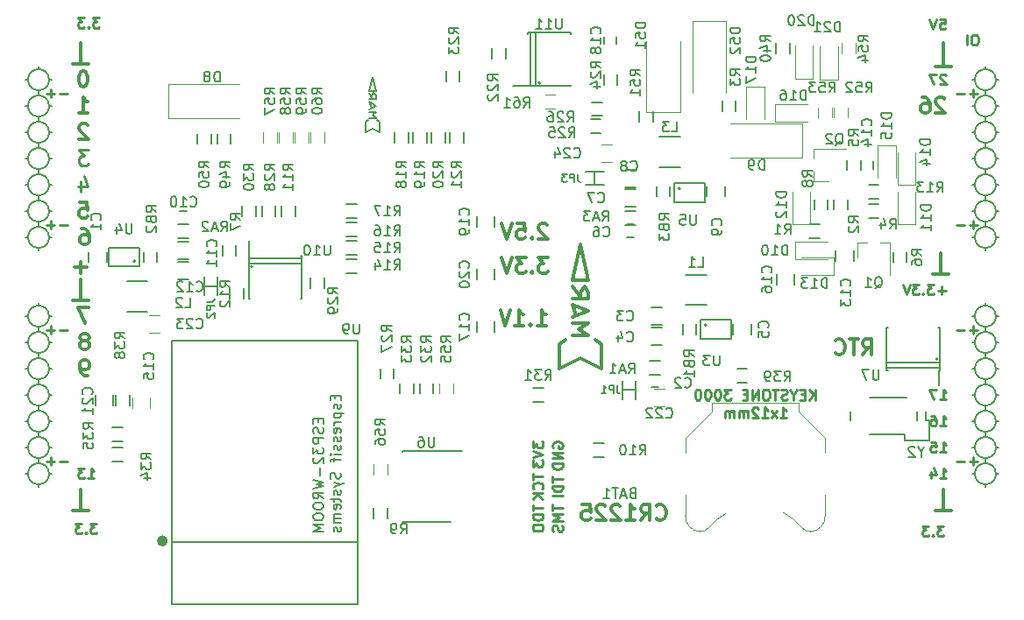
<source format=gbo>
G04 #@! TF.FileFunction,Legend,Bot*
%FSLAX46Y46*%
G04 Gerber Fmt 4.6, Leading zero omitted, Abs format (unit mm)*
G04 Created by KiCad (PCBNEW 4.0.7+dfsg1-1) date Fri Dec  8 14:43:59 2017*
%MOMM*%
%LPD*%
G01*
G04 APERTURE LIST*
%ADD10C,0.100000*%
%ADD11C,0.250000*%
%ADD12C,0.300000*%
%ADD13C,0.200000*%
%ADD14C,0.150000*%
%ADD15C,0.120000*%
%ADD16C,0.500000*%
%ADD17C,0.152400*%
G04 APERTURE END LIST*
D10*
D11*
X186032000Y-91971429D02*
X185270095Y-91971429D01*
X185651047Y-92352381D02*
X185651047Y-91590476D01*
X184793905Y-91971429D02*
X184032000Y-91971429D01*
X186032000Y-69111429D02*
X185270095Y-69111429D01*
X185651047Y-69492381D02*
X185651047Y-68730476D01*
X184793905Y-69111429D02*
X184032000Y-69111429D01*
X186032000Y-81811429D02*
X185270095Y-81811429D01*
X185651047Y-82192381D02*
X185651047Y-81430476D01*
X184793905Y-81811429D02*
X184032000Y-81811429D01*
X186032000Y-104671429D02*
X185270095Y-104671429D01*
X185651047Y-105052381D02*
X185651047Y-104290476D01*
X184793905Y-104671429D02*
X184032000Y-104671429D01*
X98148000Y-104671429D02*
X97386095Y-104671429D01*
X96909905Y-104671429D02*
X96148000Y-104671429D01*
X96528952Y-105052381D02*
X96528952Y-104290476D01*
X98148000Y-91971429D02*
X97386095Y-91971429D01*
X96909905Y-91971429D02*
X96148000Y-91971429D01*
X96528952Y-92352381D02*
X96528952Y-91590476D01*
X98148000Y-81811429D02*
X97386095Y-81811429D01*
X96909905Y-81811429D02*
X96148000Y-81811429D01*
X96528952Y-82192381D02*
X96528952Y-81430476D01*
X98148000Y-69111429D02*
X97386095Y-69111429D01*
X96909905Y-69111429D02*
X96148000Y-69111429D01*
X96528952Y-69492381D02*
X96528952Y-68730476D01*
X185873333Y-63412381D02*
X185682856Y-63412381D01*
X185587618Y-63460000D01*
X185492380Y-63555238D01*
X185444761Y-63745714D01*
X185444761Y-64079048D01*
X185492380Y-64269524D01*
X185587618Y-64364762D01*
X185682856Y-64412381D01*
X185873333Y-64412381D01*
X185968571Y-64364762D01*
X186063809Y-64269524D01*
X186111428Y-64079048D01*
X186111428Y-63745714D01*
X186063809Y-63555238D01*
X185968571Y-63460000D01*
X185873333Y-63412381D01*
X185016190Y-64412381D02*
X185016190Y-63412381D01*
D12*
X181984000Y-109426000D02*
X183508000Y-109426000D01*
X182746000Y-107394000D02*
X182746000Y-109426000D01*
D13*
X95370000Y-96726000D02*
X95370000Y-97234000D01*
X96386000Y-95710000D02*
X96640000Y-95710000D01*
X94354000Y-95710000D02*
X94100000Y-95710000D01*
X187826000Y-98250000D02*
X188080000Y-98250000D01*
X187826000Y-83010000D02*
X188080000Y-83010000D01*
X95370000Y-107140000D02*
X95370000Y-106886000D01*
X96386000Y-105870000D02*
X96640000Y-105870000D01*
X94354000Y-105870000D02*
X94100000Y-105870000D01*
X94354000Y-103330000D02*
X94100000Y-103330000D01*
X95370000Y-104346000D02*
X95370000Y-104854000D01*
X96386000Y-103330000D02*
X96640000Y-103330000D01*
X94354000Y-100790000D02*
X94100000Y-100790000D01*
X95370000Y-102314000D02*
X95370000Y-101806000D01*
X96386000Y-100790000D02*
X96640000Y-100790000D01*
X95370000Y-99266000D02*
X95370000Y-99774000D01*
X94354000Y-98250000D02*
X94100000Y-98250000D01*
X96386000Y-98250000D02*
X96640000Y-98250000D01*
X95370000Y-94186000D02*
X95370000Y-94694000D01*
X96386000Y-93170000D02*
X96640000Y-93170000D01*
X94354000Y-93170000D02*
X94100000Y-93170000D01*
X94354000Y-90630000D02*
X94100000Y-90630000D01*
X95370000Y-91646000D02*
X95370000Y-92154000D01*
X96640000Y-90630000D02*
X96386000Y-90630000D01*
X95370000Y-89360000D02*
X95370000Y-89614000D01*
X94354000Y-83010000D02*
X94100000Y-83010000D01*
X95370000Y-84280000D02*
X95370000Y-84026000D01*
X96386000Y-83010000D02*
X96640000Y-83010000D01*
X95370000Y-81486000D02*
X95370000Y-81994000D01*
X94354000Y-80470000D02*
X94100000Y-80470000D01*
X96640000Y-80470000D02*
X96386000Y-80470000D01*
X95370000Y-78946000D02*
X95370000Y-79454000D01*
X96386000Y-77930000D02*
X96640000Y-77930000D01*
X94354000Y-77930000D02*
X94100000Y-77930000D01*
X95370000Y-76406000D02*
X95370000Y-76914000D01*
X94354000Y-75390000D02*
X94100000Y-75390000D01*
X96386000Y-75390000D02*
X96640000Y-75390000D01*
X95370000Y-73866000D02*
X95370000Y-74374000D01*
X96386000Y-72850000D02*
X96640000Y-72850000D01*
X94100000Y-72850000D02*
X94354000Y-72850000D01*
X94354000Y-70310000D02*
X94100000Y-70310000D01*
X96640000Y-70310000D02*
X96386000Y-70310000D01*
X95370000Y-71326000D02*
X95370000Y-71834000D01*
X95370000Y-68786000D02*
X95370000Y-69294000D01*
X96386000Y-67770000D02*
X96640000Y-67770000D01*
X94354000Y-67770000D02*
X94100000Y-67770000D01*
X95370000Y-66500000D02*
X95370000Y-66754000D01*
X187826000Y-105870000D02*
X188080000Y-105870000D01*
X186810000Y-107140000D02*
X186810000Y-106886000D01*
X185540000Y-105870000D02*
X185794000Y-105870000D01*
X186810000Y-104346000D02*
X186810000Y-104854000D01*
X187826000Y-103330000D02*
X188080000Y-103330000D01*
X185540000Y-103330000D02*
X185794000Y-103330000D01*
X186810000Y-101806000D02*
X186810000Y-102314000D01*
X187826000Y-100790000D02*
X188080000Y-100790000D01*
X185540000Y-100790000D02*
X185794000Y-100790000D01*
X186810000Y-99266000D02*
X186810000Y-99774000D01*
X185540000Y-98250000D02*
X185794000Y-98250000D01*
X186810000Y-97234000D02*
X186810000Y-96726000D01*
X187826000Y-95710000D02*
X188080000Y-95710000D01*
X185540000Y-95710000D02*
X185794000Y-95710000D01*
X186810000Y-94694000D02*
X186810000Y-94186000D01*
X187826000Y-93170000D02*
X188080000Y-93170000D01*
X185540000Y-93170000D02*
X185794000Y-93170000D01*
X186810000Y-92154000D02*
X186810000Y-91646000D01*
X187826000Y-90630000D02*
X188080000Y-90630000D01*
X185540000Y-90630000D02*
X185794000Y-90630000D01*
X186810000Y-89360000D02*
X186810000Y-89614000D01*
X186810000Y-84280000D02*
X186810000Y-84026000D01*
X185540000Y-83010000D02*
X185794000Y-83010000D01*
X186810000Y-81994000D02*
X186810000Y-81486000D01*
X185794000Y-80470000D02*
X185540000Y-80470000D01*
X187826000Y-80470000D02*
X188080000Y-80470000D01*
X186810000Y-78946000D02*
X186810000Y-79454000D01*
X185794000Y-77930000D02*
X185540000Y-77930000D01*
X187826000Y-77930000D02*
X188080000Y-77930000D01*
X186810000Y-76406000D02*
X186810000Y-76914000D01*
X186810000Y-73866000D02*
X186810000Y-74374000D01*
X185794000Y-75390000D02*
X185540000Y-75390000D01*
X187826000Y-75390000D02*
X188080000Y-75390000D01*
X187826000Y-72850000D02*
X188080000Y-72850000D01*
X185540000Y-72850000D02*
X185794000Y-72850000D01*
X186810000Y-71834000D02*
X186810000Y-71326000D01*
X187826000Y-70310000D02*
X188080000Y-70310000D01*
X185540000Y-70310000D02*
X185794000Y-70310000D01*
X187826000Y-67770000D02*
X188080000Y-67770000D01*
X186810000Y-68786000D02*
X186810000Y-69294000D01*
X185540000Y-67770000D02*
X185794000Y-67770000D01*
X186810000Y-66500000D02*
X186810000Y-66754000D01*
X187826000Y-67770000D02*
G75*
G03X187826000Y-67770000I-1016000J0D01*
G01*
X187826000Y-70310000D02*
G75*
G03X187826000Y-70310000I-1016000J0D01*
G01*
X187826000Y-72850000D02*
G75*
G03X187826000Y-72850000I-1016000J0D01*
G01*
X187826000Y-75390000D02*
G75*
G03X187826000Y-75390000I-1016000J0D01*
G01*
X187826000Y-77930000D02*
G75*
G03X187826000Y-77930000I-1016000J0D01*
G01*
X187826000Y-80470000D02*
G75*
G03X187826000Y-80470000I-1016000J0D01*
G01*
X187826000Y-83010000D02*
G75*
G03X187826000Y-83010000I-1016000J0D01*
G01*
X187826000Y-90630000D02*
G75*
G03X187826000Y-90630000I-1016000J0D01*
G01*
X187826000Y-93170000D02*
G75*
G03X187826000Y-93170000I-1016000J0D01*
G01*
X187826000Y-95710000D02*
G75*
G03X187826000Y-95710000I-1016000J0D01*
G01*
X187826000Y-98250000D02*
G75*
G03X187826000Y-98250000I-1016000J0D01*
G01*
X187826000Y-100790000D02*
G75*
G03X187826000Y-100790000I-1016000J0D01*
G01*
X187826000Y-103330000D02*
G75*
G03X187826000Y-103330000I-1016000J0D01*
G01*
X187826000Y-105870000D02*
G75*
G03X187826000Y-105870000I-1016000J0D01*
G01*
X96386000Y-105870000D02*
G75*
G03X96386000Y-105870000I-1016000J0D01*
G01*
X96386000Y-103330000D02*
G75*
G03X96386000Y-103330000I-1016000J0D01*
G01*
X96386000Y-100790000D02*
G75*
G03X96386000Y-100790000I-1016000J0D01*
G01*
X96386000Y-98250000D02*
G75*
G03X96386000Y-98250000I-1016000J0D01*
G01*
X96386000Y-95710000D02*
G75*
G03X96386000Y-95710000I-1016000J0D01*
G01*
X96386000Y-93170000D02*
G75*
G03X96386000Y-93170000I-1016000J0D01*
G01*
X96386000Y-90630000D02*
G75*
G03X96386000Y-90630000I-1016000J0D01*
G01*
X96386000Y-83010000D02*
G75*
G03X96386000Y-83010000I-1016000J0D01*
G01*
X96386000Y-80470000D02*
G75*
G03X96386000Y-80470000I-1016000J0D01*
G01*
X96386000Y-77930000D02*
G75*
G03X96386000Y-77930000I-1016000J0D01*
G01*
X96386000Y-75390000D02*
G75*
G03X96386000Y-75390000I-1016000J0D01*
G01*
X96386000Y-72850000D02*
G75*
G03X96386000Y-72850000I-1016000J0D01*
G01*
X96386000Y-70310000D02*
G75*
G03X96386000Y-70310000I-1016000J0D01*
G01*
X96386000Y-67770000D02*
G75*
G03X96386000Y-67770000I-1016000J0D01*
G01*
D11*
X182428476Y-61888381D02*
X182904667Y-61888381D01*
X182952286Y-62364571D01*
X182904667Y-62316952D01*
X182809429Y-62269333D01*
X182571333Y-62269333D01*
X182476095Y-62316952D01*
X182428476Y-62364571D01*
X182380857Y-62459810D01*
X182380857Y-62697905D01*
X182428476Y-62793143D01*
X182476095Y-62840762D01*
X182571333Y-62888381D01*
X182809429Y-62888381D01*
X182904667Y-62840762D01*
X182952286Y-62793143D01*
X182095143Y-61888381D02*
X181761810Y-62888381D01*
X181428476Y-61888381D01*
D12*
X181984000Y-66500000D02*
X183508000Y-66500000D01*
X182746000Y-64214000D02*
X182746000Y-66500000D01*
D11*
X182999905Y-67317619D02*
X182952286Y-67270000D01*
X182857048Y-67222381D01*
X182618952Y-67222381D01*
X182523714Y-67270000D01*
X182476095Y-67317619D01*
X182428476Y-67412857D01*
X182428476Y-67508095D01*
X182476095Y-67650952D01*
X183047524Y-68222381D01*
X182428476Y-68222381D01*
X182095143Y-67222381D02*
X181428476Y-67222381D01*
X181857048Y-68222381D01*
D12*
X182872857Y-69631429D02*
X182801428Y-69560000D01*
X182658571Y-69488571D01*
X182301428Y-69488571D01*
X182158571Y-69560000D01*
X182087142Y-69631429D01*
X182015714Y-69774286D01*
X182015714Y-69917143D01*
X182087142Y-70131429D01*
X182944285Y-70988571D01*
X182015714Y-70988571D01*
X180730000Y-69488571D02*
X181015714Y-69488571D01*
X181158571Y-69560000D01*
X181230000Y-69631429D01*
X181372857Y-69845714D01*
X181444286Y-70131429D01*
X181444286Y-70702857D01*
X181372857Y-70845714D01*
X181301429Y-70917143D01*
X181158571Y-70988571D01*
X180872857Y-70988571D01*
X180730000Y-70917143D01*
X180658571Y-70845714D01*
X180587143Y-70702857D01*
X180587143Y-70345714D01*
X180658571Y-70202857D01*
X180730000Y-70131429D01*
X180872857Y-70060000D01*
X181158571Y-70060000D01*
X181301429Y-70131429D01*
X181372857Y-70202857D01*
X181444286Y-70345714D01*
X181730000Y-86566000D02*
X183254000Y-86566000D01*
X182492000Y-84534000D02*
X182492000Y-86566000D01*
D11*
X182968000Y-88161429D02*
X182206095Y-88161429D01*
X182587047Y-88542381D02*
X182587047Y-87780476D01*
X181825143Y-87542381D02*
X181206095Y-87542381D01*
X181539429Y-87923333D01*
X181396571Y-87923333D01*
X181301333Y-87970952D01*
X181253714Y-88018571D01*
X181206095Y-88113810D01*
X181206095Y-88351905D01*
X181253714Y-88447143D01*
X181301333Y-88494762D01*
X181396571Y-88542381D01*
X181682286Y-88542381D01*
X181777524Y-88494762D01*
X181825143Y-88447143D01*
X180777524Y-88447143D02*
X180729905Y-88494762D01*
X180777524Y-88542381D01*
X180825143Y-88494762D01*
X180777524Y-88447143D01*
X180777524Y-88542381D01*
X180396572Y-87542381D02*
X179777524Y-87542381D01*
X180110858Y-87923333D01*
X179968000Y-87923333D01*
X179872762Y-87970952D01*
X179825143Y-88018571D01*
X179777524Y-88113810D01*
X179777524Y-88351905D01*
X179825143Y-88447143D01*
X179872762Y-88494762D01*
X179968000Y-88542381D01*
X180253715Y-88542381D01*
X180348953Y-88494762D01*
X180396572Y-88447143D01*
X179491810Y-87542381D02*
X179158477Y-88542381D01*
X178825143Y-87542381D01*
X182428476Y-98702381D02*
X182999905Y-98702381D01*
X182714191Y-98702381D02*
X182714191Y-97702381D01*
X182809429Y-97845238D01*
X182904667Y-97940476D01*
X182999905Y-97988095D01*
X182095143Y-97702381D02*
X181428476Y-97702381D01*
X181857048Y-98702381D01*
X182428476Y-101242381D02*
X182999905Y-101242381D01*
X182714191Y-101242381D02*
X182714191Y-100242381D01*
X182809429Y-100385238D01*
X182904667Y-100480476D01*
X182999905Y-100528095D01*
X181571333Y-100242381D02*
X181761810Y-100242381D01*
X181857048Y-100290000D01*
X181904667Y-100337619D01*
X181999905Y-100480476D01*
X182047524Y-100670952D01*
X182047524Y-101051905D01*
X181999905Y-101147143D01*
X181952286Y-101194762D01*
X181857048Y-101242381D01*
X181666571Y-101242381D01*
X181571333Y-101194762D01*
X181523714Y-101147143D01*
X181476095Y-101051905D01*
X181476095Y-100813810D01*
X181523714Y-100718571D01*
X181571333Y-100670952D01*
X181666571Y-100623333D01*
X181857048Y-100623333D01*
X181952286Y-100670952D01*
X181999905Y-100718571D01*
X182047524Y-100813810D01*
X182428476Y-103782381D02*
X182999905Y-103782381D01*
X182714191Y-103782381D02*
X182714191Y-102782381D01*
X182809429Y-102925238D01*
X182904667Y-103020476D01*
X182999905Y-103068095D01*
X181523714Y-102782381D02*
X181999905Y-102782381D01*
X182047524Y-103258571D01*
X181999905Y-103210952D01*
X181904667Y-103163333D01*
X181666571Y-103163333D01*
X181571333Y-103210952D01*
X181523714Y-103258571D01*
X181476095Y-103353810D01*
X181476095Y-103591905D01*
X181523714Y-103687143D01*
X181571333Y-103734762D01*
X181666571Y-103782381D01*
X181904667Y-103782381D01*
X181999905Y-103734762D01*
X182047524Y-103687143D01*
X182428476Y-106322381D02*
X182999905Y-106322381D01*
X182714191Y-106322381D02*
X182714191Y-105322381D01*
X182809429Y-105465238D01*
X182904667Y-105560476D01*
X182999905Y-105608095D01*
X181571333Y-105655714D02*
X181571333Y-106322381D01*
X181809429Y-105274762D02*
X182047524Y-105989048D01*
X181428476Y-105989048D01*
X182777619Y-110910381D02*
X182158571Y-110910381D01*
X182491905Y-111291333D01*
X182349047Y-111291333D01*
X182253809Y-111338952D01*
X182206190Y-111386571D01*
X182158571Y-111481810D01*
X182158571Y-111719905D01*
X182206190Y-111815143D01*
X182253809Y-111862762D01*
X182349047Y-111910381D01*
X182634762Y-111910381D01*
X182730000Y-111862762D01*
X182777619Y-111815143D01*
X181730000Y-111815143D02*
X181682381Y-111862762D01*
X181730000Y-111910381D01*
X181777619Y-111862762D01*
X181730000Y-111815143D01*
X181730000Y-111910381D01*
X181349048Y-110910381D02*
X180730000Y-110910381D01*
X181063334Y-111291333D01*
X180920476Y-111291333D01*
X180825238Y-111338952D01*
X180777619Y-111386571D01*
X180730000Y-111481810D01*
X180730000Y-111719905D01*
X180777619Y-111815143D01*
X180825238Y-111862762D01*
X180920476Y-111910381D01*
X181206191Y-111910381D01*
X181301429Y-111862762D01*
X181349048Y-111815143D01*
D12*
X100196000Y-109426000D02*
X98672000Y-109426000D01*
X99434000Y-107394000D02*
X99434000Y-109426000D01*
X98672000Y-89106000D02*
X100196000Y-89106000D01*
X99434000Y-87074000D02*
X99434000Y-89106000D01*
X98672000Y-66246000D02*
X100196000Y-66246000D01*
X99434000Y-64214000D02*
X99434000Y-66246000D01*
D11*
X100989619Y-110656381D02*
X100370571Y-110656381D01*
X100703905Y-111037333D01*
X100561047Y-111037333D01*
X100465809Y-111084952D01*
X100418190Y-111132571D01*
X100370571Y-111227810D01*
X100370571Y-111465905D01*
X100418190Y-111561143D01*
X100465809Y-111608762D01*
X100561047Y-111656381D01*
X100846762Y-111656381D01*
X100942000Y-111608762D01*
X100989619Y-111561143D01*
X99942000Y-111561143D02*
X99894381Y-111608762D01*
X99942000Y-111656381D01*
X99989619Y-111608762D01*
X99942000Y-111561143D01*
X99942000Y-111656381D01*
X99561048Y-110656381D02*
X98942000Y-110656381D01*
X99275334Y-111037333D01*
X99132476Y-111037333D01*
X99037238Y-111084952D01*
X98989619Y-111132571D01*
X98942000Y-111227810D01*
X98942000Y-111465905D01*
X98989619Y-111561143D01*
X99037238Y-111608762D01*
X99132476Y-111656381D01*
X99418191Y-111656381D01*
X99513429Y-111608762D01*
X99561048Y-111561143D01*
X100132476Y-106322381D02*
X100703905Y-106322381D01*
X100418191Y-106322381D02*
X100418191Y-105322381D01*
X100513429Y-105465238D01*
X100608667Y-105560476D01*
X100703905Y-105608095D01*
X99799143Y-105322381D02*
X99180095Y-105322381D01*
X99513429Y-105703333D01*
X99370571Y-105703333D01*
X99275333Y-105750952D01*
X99227714Y-105798571D01*
X99180095Y-105893810D01*
X99180095Y-106131905D01*
X99227714Y-106227143D01*
X99275333Y-106274762D01*
X99370571Y-106322381D01*
X99656286Y-106322381D01*
X99751524Y-106274762D01*
X99799143Y-106227143D01*
D12*
X100100714Y-96388571D02*
X99814999Y-96388571D01*
X99672142Y-96317143D01*
X99600714Y-96245714D01*
X99457856Y-96031429D01*
X99386428Y-95745714D01*
X99386428Y-95174286D01*
X99457856Y-95031429D01*
X99529285Y-94960000D01*
X99672142Y-94888571D01*
X99957856Y-94888571D01*
X100100714Y-94960000D01*
X100172142Y-95031429D01*
X100243571Y-95174286D01*
X100243571Y-95531429D01*
X100172142Y-95674286D01*
X100100714Y-95745714D01*
X99957856Y-95817143D01*
X99672142Y-95817143D01*
X99529285Y-95745714D01*
X99457856Y-95674286D01*
X99386428Y-95531429D01*
X99957856Y-92991429D02*
X100100714Y-92920000D01*
X100172142Y-92848571D01*
X100243571Y-92705714D01*
X100243571Y-92634286D01*
X100172142Y-92491429D01*
X100100714Y-92420000D01*
X99957856Y-92348571D01*
X99672142Y-92348571D01*
X99529285Y-92420000D01*
X99457856Y-92491429D01*
X99386428Y-92634286D01*
X99386428Y-92705714D01*
X99457856Y-92848571D01*
X99529285Y-92920000D01*
X99672142Y-92991429D01*
X99957856Y-92991429D01*
X100100714Y-93062857D01*
X100172142Y-93134286D01*
X100243571Y-93277143D01*
X100243571Y-93562857D01*
X100172142Y-93705714D01*
X100100714Y-93777143D01*
X99957856Y-93848571D01*
X99672142Y-93848571D01*
X99529285Y-93777143D01*
X99457856Y-93705714D01*
X99386428Y-93562857D01*
X99386428Y-93277143D01*
X99457856Y-93134286D01*
X99529285Y-93062857D01*
X99672142Y-92991429D01*
X100187999Y-89808571D02*
X99187999Y-89808571D01*
X99830856Y-91308571D01*
X100005428Y-85911143D02*
X98862571Y-85911143D01*
X99434000Y-86482571D02*
X99434000Y-85339714D01*
X99529285Y-82188571D02*
X99814999Y-82188571D01*
X99957856Y-82260000D01*
X100029285Y-82331429D01*
X100172142Y-82545714D01*
X100243571Y-82831429D01*
X100243571Y-83402857D01*
X100172142Y-83545714D01*
X100100714Y-83617143D01*
X99957856Y-83688571D01*
X99672142Y-83688571D01*
X99529285Y-83617143D01*
X99457856Y-83545714D01*
X99386428Y-83402857D01*
X99386428Y-83045714D01*
X99457856Y-82902857D01*
X99529285Y-82831429D01*
X99672142Y-82760000D01*
X99957856Y-82760000D01*
X100100714Y-82831429D01*
X100172142Y-82902857D01*
X100243571Y-83045714D01*
X99330856Y-79648571D02*
X100045142Y-79648571D01*
X100116571Y-80362857D01*
X100045142Y-80291429D01*
X99902285Y-80220000D01*
X99545142Y-80220000D01*
X99402285Y-80291429D01*
X99330856Y-80362857D01*
X99259428Y-80505714D01*
X99259428Y-80862857D01*
X99330856Y-81005714D01*
X99402285Y-81077143D01*
X99545142Y-81148571D01*
X99902285Y-81148571D01*
X100045142Y-81077143D01*
X100116571Y-81005714D01*
D11*
X99402285Y-77608571D02*
X99402285Y-78608571D01*
X99759428Y-77037143D02*
X100116571Y-78108571D01*
X99187999Y-78108571D01*
X100187999Y-74568571D02*
X99259428Y-74568571D01*
X99759428Y-75140000D01*
X99545142Y-75140000D01*
X99402285Y-75211429D01*
X99330856Y-75282857D01*
X99259428Y-75425714D01*
X99259428Y-75782857D01*
X99330856Y-75925714D01*
X99402285Y-75997143D01*
X99545142Y-76068571D01*
X99973714Y-76068571D01*
X100116571Y-75997143D01*
X100187999Y-75925714D01*
D12*
X100116571Y-72171429D02*
X100045142Y-72100000D01*
X99902285Y-72028571D01*
X99545142Y-72028571D01*
X99402285Y-72100000D01*
X99330856Y-72171429D01*
X99259428Y-72314286D01*
X99259428Y-72457143D01*
X99330856Y-72671429D01*
X100187999Y-73528571D01*
X99259428Y-73528571D01*
X99259428Y-70988571D02*
X100116571Y-70988571D01*
X99687999Y-70988571D02*
X99687999Y-69488571D01*
X99830856Y-69702857D01*
X99973714Y-69845714D01*
X100116571Y-69917143D01*
X99759428Y-66948571D02*
X99616571Y-66948571D01*
X99473714Y-67020000D01*
X99402285Y-67091429D01*
X99330856Y-67234286D01*
X99259428Y-67520000D01*
X99259428Y-67877143D01*
X99330856Y-68162857D01*
X99402285Y-68305714D01*
X99473714Y-68377143D01*
X99616571Y-68448571D01*
X99759428Y-68448571D01*
X99902285Y-68377143D01*
X99973714Y-68305714D01*
X100045142Y-68162857D01*
X100116571Y-67877143D01*
X100116571Y-67520000D01*
X100045142Y-67234286D01*
X99973714Y-67091429D01*
X99902285Y-67020000D01*
X99759428Y-66948571D01*
D11*
X101243619Y-61761381D02*
X100624571Y-61761381D01*
X100957905Y-62142333D01*
X100815047Y-62142333D01*
X100719809Y-62189952D01*
X100672190Y-62237571D01*
X100624571Y-62332810D01*
X100624571Y-62570905D01*
X100672190Y-62666143D01*
X100719809Y-62713762D01*
X100815047Y-62761381D01*
X101100762Y-62761381D01*
X101196000Y-62713762D01*
X101243619Y-62666143D01*
X100196000Y-62666143D02*
X100148381Y-62713762D01*
X100196000Y-62761381D01*
X100243619Y-62713762D01*
X100196000Y-62666143D01*
X100196000Y-62761381D01*
X99815048Y-61761381D02*
X99196000Y-61761381D01*
X99529334Y-62142333D01*
X99386476Y-62142333D01*
X99291238Y-62189952D01*
X99243619Y-62237571D01*
X99196000Y-62332810D01*
X99196000Y-62570905D01*
X99243619Y-62666143D01*
X99291238Y-62713762D01*
X99386476Y-62761381D01*
X99672191Y-62761381D01*
X99767429Y-62713762D01*
X99815048Y-62666143D01*
X170370715Y-98716381D02*
X170370715Y-97716381D01*
X169799286Y-98716381D02*
X170227858Y-98144952D01*
X169799286Y-97716381D02*
X170370715Y-98287810D01*
X169370715Y-98192571D02*
X169037381Y-98192571D01*
X168894524Y-98716381D02*
X169370715Y-98716381D01*
X169370715Y-97716381D01*
X168894524Y-97716381D01*
X168275477Y-98240190D02*
X168275477Y-98716381D01*
X168608810Y-97716381D02*
X168275477Y-98240190D01*
X167942143Y-97716381D01*
X167656429Y-98668762D02*
X167513572Y-98716381D01*
X167275476Y-98716381D01*
X167180238Y-98668762D01*
X167132619Y-98621143D01*
X167085000Y-98525905D01*
X167085000Y-98430667D01*
X167132619Y-98335429D01*
X167180238Y-98287810D01*
X167275476Y-98240190D01*
X167465953Y-98192571D01*
X167561191Y-98144952D01*
X167608810Y-98097333D01*
X167656429Y-98002095D01*
X167656429Y-97906857D01*
X167608810Y-97811619D01*
X167561191Y-97764000D01*
X167465953Y-97716381D01*
X167227857Y-97716381D01*
X167085000Y-97764000D01*
X166799286Y-97716381D02*
X166227857Y-97716381D01*
X166513572Y-98716381D02*
X166513572Y-97716381D01*
X165704048Y-97716381D02*
X165513571Y-97716381D01*
X165418333Y-97764000D01*
X165323095Y-97859238D01*
X165275476Y-98049714D01*
X165275476Y-98383048D01*
X165323095Y-98573524D01*
X165418333Y-98668762D01*
X165513571Y-98716381D01*
X165704048Y-98716381D01*
X165799286Y-98668762D01*
X165894524Y-98573524D01*
X165942143Y-98383048D01*
X165942143Y-98049714D01*
X165894524Y-97859238D01*
X165799286Y-97764000D01*
X165704048Y-97716381D01*
X164846905Y-98716381D02*
X164846905Y-97716381D01*
X164275476Y-98716381D01*
X164275476Y-97716381D01*
X163799286Y-98192571D02*
X163465952Y-98192571D01*
X163323095Y-98716381D02*
X163799286Y-98716381D01*
X163799286Y-97716381D01*
X163323095Y-97716381D01*
X162227857Y-97716381D02*
X161608809Y-97716381D01*
X161942143Y-98097333D01*
X161799285Y-98097333D01*
X161704047Y-98144952D01*
X161656428Y-98192571D01*
X161608809Y-98287810D01*
X161608809Y-98525905D01*
X161656428Y-98621143D01*
X161704047Y-98668762D01*
X161799285Y-98716381D01*
X162085000Y-98716381D01*
X162180238Y-98668762D01*
X162227857Y-98621143D01*
X160989762Y-97716381D02*
X160894523Y-97716381D01*
X160799285Y-97764000D01*
X160751666Y-97811619D01*
X160704047Y-97906857D01*
X160656428Y-98097333D01*
X160656428Y-98335429D01*
X160704047Y-98525905D01*
X160751666Y-98621143D01*
X160799285Y-98668762D01*
X160894523Y-98716381D01*
X160989762Y-98716381D01*
X161085000Y-98668762D01*
X161132619Y-98621143D01*
X161180238Y-98525905D01*
X161227857Y-98335429D01*
X161227857Y-98097333D01*
X161180238Y-97906857D01*
X161132619Y-97811619D01*
X161085000Y-97764000D01*
X160989762Y-97716381D01*
X160037381Y-97716381D02*
X159942142Y-97716381D01*
X159846904Y-97764000D01*
X159799285Y-97811619D01*
X159751666Y-97906857D01*
X159704047Y-98097333D01*
X159704047Y-98335429D01*
X159751666Y-98525905D01*
X159799285Y-98621143D01*
X159846904Y-98668762D01*
X159942142Y-98716381D01*
X160037381Y-98716381D01*
X160132619Y-98668762D01*
X160180238Y-98621143D01*
X160227857Y-98525905D01*
X160275476Y-98335429D01*
X160275476Y-98097333D01*
X160227857Y-97906857D01*
X160180238Y-97811619D01*
X160132619Y-97764000D01*
X160037381Y-97716381D01*
X159085000Y-97716381D02*
X158989761Y-97716381D01*
X158894523Y-97764000D01*
X158846904Y-97811619D01*
X158799285Y-97906857D01*
X158751666Y-98097333D01*
X158751666Y-98335429D01*
X158799285Y-98525905D01*
X158846904Y-98621143D01*
X158894523Y-98668762D01*
X158989761Y-98716381D01*
X159085000Y-98716381D01*
X159180238Y-98668762D01*
X159227857Y-98621143D01*
X159275476Y-98525905D01*
X159323095Y-98335429D01*
X159323095Y-98097333D01*
X159275476Y-97906857D01*
X159227857Y-97811619D01*
X159180238Y-97764000D01*
X159085000Y-97716381D01*
X166989761Y-100466381D02*
X167561190Y-100466381D01*
X167275476Y-100466381D02*
X167275476Y-99466381D01*
X167370714Y-99609238D01*
X167465952Y-99704476D01*
X167561190Y-99752095D01*
X166656428Y-100466381D02*
X166132618Y-99799714D01*
X166656428Y-99799714D02*
X166132618Y-100466381D01*
X165227856Y-100466381D02*
X165799285Y-100466381D01*
X165513571Y-100466381D02*
X165513571Y-99466381D01*
X165608809Y-99609238D01*
X165704047Y-99704476D01*
X165799285Y-99752095D01*
X164846904Y-99561619D02*
X164799285Y-99514000D01*
X164704047Y-99466381D01*
X164465951Y-99466381D01*
X164370713Y-99514000D01*
X164323094Y-99561619D01*
X164275475Y-99656857D01*
X164275475Y-99752095D01*
X164323094Y-99894952D01*
X164894523Y-100466381D01*
X164275475Y-100466381D01*
X163846904Y-100466381D02*
X163846904Y-99799714D01*
X163846904Y-99894952D02*
X163799285Y-99847333D01*
X163704047Y-99799714D01*
X163561189Y-99799714D01*
X163465951Y-99847333D01*
X163418332Y-99942571D01*
X163418332Y-100466381D01*
X163418332Y-99942571D02*
X163370713Y-99847333D01*
X163275475Y-99799714D01*
X163132618Y-99799714D01*
X163037380Y-99847333D01*
X162989761Y-99942571D01*
X162989761Y-100466381D01*
X162513571Y-100466381D02*
X162513571Y-99799714D01*
X162513571Y-99894952D02*
X162465952Y-99847333D01*
X162370714Y-99799714D01*
X162227856Y-99799714D01*
X162132618Y-99847333D01*
X162084999Y-99942571D01*
X162084999Y-100466381D01*
X162084999Y-99942571D02*
X162037380Y-99847333D01*
X161942142Y-99799714D01*
X161799285Y-99799714D01*
X161704047Y-99847333D01*
X161656428Y-99942571D01*
X161656428Y-100466381D01*
D12*
X155027856Y-110215714D02*
X155099285Y-110287143D01*
X155313571Y-110358571D01*
X155456428Y-110358571D01*
X155670713Y-110287143D01*
X155813571Y-110144286D01*
X155884999Y-110001429D01*
X155956428Y-109715714D01*
X155956428Y-109501429D01*
X155884999Y-109215714D01*
X155813571Y-109072857D01*
X155670713Y-108930000D01*
X155456428Y-108858571D01*
X155313571Y-108858571D01*
X155099285Y-108930000D01*
X155027856Y-109001429D01*
X153527856Y-110358571D02*
X154027856Y-109644286D01*
X154384999Y-110358571D02*
X154384999Y-108858571D01*
X153813571Y-108858571D01*
X153670713Y-108930000D01*
X153599285Y-109001429D01*
X153527856Y-109144286D01*
X153527856Y-109358571D01*
X153599285Y-109501429D01*
X153670713Y-109572857D01*
X153813571Y-109644286D01*
X154384999Y-109644286D01*
X152099285Y-110358571D02*
X152956428Y-110358571D01*
X152527856Y-110358571D02*
X152527856Y-108858571D01*
X152670713Y-109072857D01*
X152813571Y-109215714D01*
X152956428Y-109287143D01*
X151527857Y-109001429D02*
X151456428Y-108930000D01*
X151313571Y-108858571D01*
X150956428Y-108858571D01*
X150813571Y-108930000D01*
X150742142Y-109001429D01*
X150670714Y-109144286D01*
X150670714Y-109287143D01*
X150742142Y-109501429D01*
X151599285Y-110358571D01*
X150670714Y-110358571D01*
X150099286Y-109001429D02*
X150027857Y-108930000D01*
X149885000Y-108858571D01*
X149527857Y-108858571D01*
X149385000Y-108930000D01*
X149313571Y-109001429D01*
X149242143Y-109144286D01*
X149242143Y-109287143D01*
X149313571Y-109501429D01*
X150170714Y-110358571D01*
X149242143Y-110358571D01*
X147885000Y-108858571D02*
X148599286Y-108858571D01*
X148670715Y-109572857D01*
X148599286Y-109501429D01*
X148456429Y-109430000D01*
X148099286Y-109430000D01*
X147956429Y-109501429D01*
X147885000Y-109572857D01*
X147813572Y-109715714D01*
X147813572Y-110072857D01*
X147885000Y-110215714D01*
X147956429Y-110287143D01*
X148099286Y-110358571D01*
X148456429Y-110358571D01*
X148599286Y-110287143D01*
X148670715Y-110215714D01*
X144502857Y-81823429D02*
X144431428Y-81752000D01*
X144288571Y-81680571D01*
X143931428Y-81680571D01*
X143788571Y-81752000D01*
X143717142Y-81823429D01*
X143645714Y-81966286D01*
X143645714Y-82109143D01*
X143717142Y-82323429D01*
X144574285Y-83180571D01*
X143645714Y-83180571D01*
X143002857Y-83037714D02*
X142931429Y-83109143D01*
X143002857Y-83180571D01*
X143074286Y-83109143D01*
X143002857Y-83037714D01*
X143002857Y-83180571D01*
X141574285Y-81680571D02*
X142288571Y-81680571D01*
X142360000Y-82394857D01*
X142288571Y-82323429D01*
X142145714Y-82252000D01*
X141788571Y-82252000D01*
X141645714Y-82323429D01*
X141574285Y-82394857D01*
X141502857Y-82537714D01*
X141502857Y-82894857D01*
X141574285Y-83037714D01*
X141645714Y-83109143D01*
X141788571Y-83180571D01*
X142145714Y-83180571D01*
X142288571Y-83109143D01*
X142360000Y-83037714D01*
X141074286Y-81680571D02*
X140574286Y-83180571D01*
X140074286Y-81680571D01*
X144574285Y-84982571D02*
X143645714Y-84982571D01*
X144145714Y-85554000D01*
X143931428Y-85554000D01*
X143788571Y-85625429D01*
X143717142Y-85696857D01*
X143645714Y-85839714D01*
X143645714Y-86196857D01*
X143717142Y-86339714D01*
X143788571Y-86411143D01*
X143931428Y-86482571D01*
X144360000Y-86482571D01*
X144502857Y-86411143D01*
X144574285Y-86339714D01*
X143002857Y-86339714D02*
X142931429Y-86411143D01*
X143002857Y-86482571D01*
X143074286Y-86411143D01*
X143002857Y-86339714D01*
X143002857Y-86482571D01*
X142431428Y-84982571D02*
X141502857Y-84982571D01*
X142002857Y-85554000D01*
X141788571Y-85554000D01*
X141645714Y-85625429D01*
X141574285Y-85696857D01*
X141502857Y-85839714D01*
X141502857Y-86196857D01*
X141574285Y-86339714D01*
X141645714Y-86411143D01*
X141788571Y-86482571D01*
X142217143Y-86482571D01*
X142360000Y-86411143D01*
X142431428Y-86339714D01*
X141074286Y-84982571D02*
X140574286Y-86482571D01*
X140074286Y-84982571D01*
X143518714Y-91562571D02*
X144375857Y-91562571D01*
X143947285Y-91562571D02*
X143947285Y-90062571D01*
X144090142Y-90276857D01*
X144233000Y-90419714D01*
X144375857Y-90491143D01*
X142875857Y-91419714D02*
X142804429Y-91491143D01*
X142875857Y-91562571D01*
X142947286Y-91491143D01*
X142875857Y-91419714D01*
X142875857Y-91562571D01*
X141375857Y-91562571D02*
X142233000Y-91562571D01*
X141804428Y-91562571D02*
X141804428Y-90062571D01*
X141947285Y-90276857D01*
X142090143Y-90419714D01*
X142233000Y-90491143D01*
X140947286Y-90062571D02*
X140447286Y-91562571D01*
X139947286Y-90062571D01*
D11*
X143082381Y-105854286D02*
X143082381Y-106425715D01*
X144082381Y-106140000D02*
X143082381Y-106140000D01*
X143987143Y-107330477D02*
X144034762Y-107282858D01*
X144082381Y-107140001D01*
X144082381Y-107044763D01*
X144034762Y-106901905D01*
X143939524Y-106806667D01*
X143844286Y-106759048D01*
X143653810Y-106711429D01*
X143510952Y-106711429D01*
X143320476Y-106759048D01*
X143225238Y-106806667D01*
X143130000Y-106901905D01*
X143082381Y-107044763D01*
X143082381Y-107140001D01*
X143130000Y-107282858D01*
X143177619Y-107330477D01*
X144082381Y-107759048D02*
X143082381Y-107759048D01*
X144082381Y-108330477D02*
X143510952Y-107901905D01*
X143082381Y-108330477D02*
X143653810Y-107759048D01*
X143082381Y-102726905D02*
X143082381Y-103345953D01*
X143463333Y-103012619D01*
X143463333Y-103155477D01*
X143510952Y-103250715D01*
X143558571Y-103298334D01*
X143653810Y-103345953D01*
X143891905Y-103345953D01*
X143987143Y-103298334D01*
X144034762Y-103250715D01*
X144082381Y-103155477D01*
X144082381Y-102869762D01*
X144034762Y-102774524D01*
X143987143Y-102726905D01*
X143082381Y-103631667D02*
X144082381Y-103965000D01*
X143082381Y-104298334D01*
X143082381Y-104536429D02*
X143082381Y-105155477D01*
X143463333Y-104822143D01*
X143463333Y-104965001D01*
X143510952Y-105060239D01*
X143558571Y-105107858D01*
X143653810Y-105155477D01*
X143891905Y-105155477D01*
X143987143Y-105107858D01*
X144034762Y-105060239D01*
X144082381Y-104965001D01*
X144082381Y-104679286D01*
X144034762Y-104584048D01*
X143987143Y-104536429D01*
X143082381Y-108878476D02*
X143082381Y-109449905D01*
X144082381Y-109164190D02*
X143082381Y-109164190D01*
X144082381Y-109783238D02*
X143082381Y-109783238D01*
X143082381Y-110021333D01*
X143130000Y-110164191D01*
X143225238Y-110259429D01*
X143320476Y-110307048D01*
X143510952Y-110354667D01*
X143653810Y-110354667D01*
X143844286Y-110307048D01*
X143939524Y-110259429D01*
X144034762Y-110164191D01*
X144082381Y-110021333D01*
X144082381Y-109783238D01*
X143082381Y-110973714D02*
X143082381Y-111164191D01*
X143130000Y-111259429D01*
X143225238Y-111354667D01*
X143415714Y-111402286D01*
X143749048Y-111402286D01*
X143939524Y-111354667D01*
X144034762Y-111259429D01*
X144082381Y-111164191D01*
X144082381Y-110973714D01*
X144034762Y-110878476D01*
X143939524Y-110783238D01*
X143749048Y-110735619D01*
X143415714Y-110735619D01*
X143225238Y-110783238D01*
X143130000Y-110878476D01*
X143082381Y-110973714D01*
X145035000Y-103330096D02*
X144987381Y-103234858D01*
X144987381Y-103092001D01*
X145035000Y-102949143D01*
X145130238Y-102853905D01*
X145225476Y-102806286D01*
X145415952Y-102758667D01*
X145558810Y-102758667D01*
X145749286Y-102806286D01*
X145844524Y-102853905D01*
X145939762Y-102949143D01*
X145987381Y-103092001D01*
X145987381Y-103187239D01*
X145939762Y-103330096D01*
X145892143Y-103377715D01*
X145558810Y-103377715D01*
X145558810Y-103187239D01*
X145987381Y-103806286D02*
X144987381Y-103806286D01*
X145987381Y-104377715D01*
X144987381Y-104377715D01*
X145987381Y-104853905D02*
X144987381Y-104853905D01*
X144987381Y-105092000D01*
X145035000Y-105234858D01*
X145130238Y-105330096D01*
X145225476Y-105377715D01*
X145415952Y-105425334D01*
X145558810Y-105425334D01*
X145749286Y-105377715D01*
X145844524Y-105330096D01*
X145939762Y-105234858D01*
X145987381Y-105092000D01*
X145987381Y-104853905D01*
X144987381Y-106116191D02*
X144987381Y-106687620D01*
X145987381Y-106401905D02*
X144987381Y-106401905D01*
X145987381Y-107020953D02*
X144987381Y-107020953D01*
X144987381Y-107259048D01*
X145035000Y-107401906D01*
X145130238Y-107497144D01*
X145225476Y-107544763D01*
X145415952Y-107592382D01*
X145558810Y-107592382D01*
X145749286Y-107544763D01*
X145844524Y-107497144D01*
X145939762Y-107401906D01*
X145987381Y-107259048D01*
X145987381Y-107020953D01*
X145987381Y-108020953D02*
X144987381Y-108020953D01*
X144987381Y-108854667D02*
X144987381Y-109426096D01*
X145987381Y-109140381D02*
X144987381Y-109140381D01*
X145987381Y-109759429D02*
X144987381Y-109759429D01*
X145701667Y-110092763D01*
X144987381Y-110426096D01*
X145987381Y-110426096D01*
X145939762Y-110854667D02*
X145987381Y-110997524D01*
X145987381Y-111235620D01*
X145939762Y-111330858D01*
X145892143Y-111378477D01*
X145796905Y-111426096D01*
X145701667Y-111426096D01*
X145606429Y-111378477D01*
X145558810Y-111330858D01*
X145511190Y-111235620D01*
X145463571Y-111045143D01*
X145415952Y-110949905D01*
X145368333Y-110902286D01*
X145273095Y-110854667D01*
X145177857Y-110854667D01*
X145082619Y-110902286D01*
X145035000Y-110949905D01*
X144987381Y-111045143D01*
X144987381Y-111283239D01*
X145035000Y-111426096D01*
D12*
X174967142Y-94356571D02*
X175467142Y-93642286D01*
X175824285Y-94356571D02*
X175824285Y-92856571D01*
X175252857Y-92856571D01*
X175109999Y-92928000D01*
X175038571Y-92999429D01*
X174967142Y-93142286D01*
X174967142Y-93356571D01*
X175038571Y-93499429D01*
X175109999Y-93570857D01*
X175252857Y-93642286D01*
X175824285Y-93642286D01*
X174538571Y-92856571D02*
X173681428Y-92856571D01*
X174109999Y-94356571D02*
X174109999Y-92856571D01*
X172324285Y-94213714D02*
X172395714Y-94285143D01*
X172610000Y-94356571D01*
X172752857Y-94356571D01*
X172967142Y-94285143D01*
X173110000Y-94142286D01*
X173181428Y-93999429D01*
X173252857Y-93713714D01*
X173252857Y-93499429D01*
X173181428Y-93213714D01*
X173110000Y-93070857D01*
X172967142Y-92928000D01*
X172752857Y-92856571D01*
X172610000Y-92856571D01*
X172395714Y-92928000D01*
X172324285Y-92999429D01*
D14*
X102823000Y-98258000D02*
X102823000Y-99258000D01*
X104173000Y-99258000D02*
X104173000Y-98258000D01*
X151758000Y-97742000D02*
X153028000Y-97742000D01*
X153028000Y-96853000D02*
X153028000Y-98631000D01*
X151758000Y-96853000D02*
X151758000Y-98631000D01*
D15*
X157345000Y-70900000D02*
X154045000Y-70900000D01*
X154045000Y-70900000D02*
X154045000Y-64000000D01*
X157345000Y-70900000D02*
X157345000Y-64000000D01*
D14*
X153369000Y-70826000D02*
X153369000Y-71826000D01*
X154719000Y-71826000D02*
X154719000Y-70826000D01*
X157870000Y-89565000D02*
X159870000Y-89565000D01*
X159870000Y-86615000D02*
X157870000Y-86615000D01*
X159886803Y-91500000D02*
G75*
G03X159886803Y-91500000I-111803J0D01*
G01*
X159275000Y-92800000D02*
X162275000Y-92800000D01*
X162275000Y-92800000D02*
X162275000Y-91000000D01*
X162275000Y-91000000D02*
X159275000Y-91000000D01*
X159275000Y-91000000D02*
X159275000Y-92800000D01*
X105895000Y-87250000D02*
X103895000Y-87250000D01*
X103895000Y-90200000D02*
X105895000Y-90200000D01*
X104736803Y-85315000D02*
G75*
G03X104736803Y-85315000I-111803J0D01*
G01*
X105125000Y-84015000D02*
X102125000Y-84015000D01*
X102125000Y-84015000D02*
X102125000Y-85815000D01*
X102125000Y-85815000D02*
X105125000Y-85815000D01*
X105125000Y-85815000D02*
X105125000Y-84015000D01*
X155330000Y-76230000D02*
X157330000Y-76230000D01*
X157330000Y-73280000D02*
X155330000Y-73280000D01*
X157346803Y-78292000D02*
G75*
G03X157346803Y-78292000I-111803J0D01*
G01*
X156735000Y-79592000D02*
X159735000Y-79592000D01*
X159735000Y-79592000D02*
X159735000Y-77792000D01*
X159735000Y-77792000D02*
X156735000Y-77792000D01*
X156735000Y-77792000D02*
X156735000Y-79592000D01*
X100235000Y-85415000D02*
X100235000Y-84415000D01*
X101935000Y-84415000D02*
X101935000Y-85415000D01*
X155560000Y-91480000D02*
X154560000Y-91480000D01*
X154560000Y-89780000D02*
X155560000Y-89780000D01*
X155560000Y-93385000D02*
X154560000Y-93385000D01*
X154560000Y-91685000D02*
X155560000Y-91685000D01*
X164165000Y-91400000D02*
X164165000Y-92400000D01*
X162465000Y-92400000D02*
X162465000Y-91400000D01*
X153020000Y-80050000D02*
X152020000Y-80050000D01*
X152020000Y-78350000D02*
X153020000Y-78350000D01*
X153020000Y-78145000D02*
X152020000Y-78145000D01*
X152020000Y-76445000D02*
X153020000Y-76445000D01*
X161625000Y-78065000D02*
X161625000Y-79065000D01*
X159925000Y-79065000D02*
X159925000Y-78065000D01*
X108840000Y-83430000D02*
X109840000Y-83430000D01*
X109840000Y-85130000D02*
X108840000Y-85130000D01*
X108840000Y-85335000D02*
X109840000Y-85335000D01*
X109840000Y-87035000D02*
X108840000Y-87035000D01*
X174071000Y-84288000D02*
X174071000Y-85288000D01*
X172371000Y-85288000D02*
X172371000Y-84288000D01*
D15*
X174435000Y-83520000D02*
X175365000Y-83520000D01*
X177595000Y-83520000D02*
X176665000Y-83520000D01*
X177595000Y-83520000D02*
X177595000Y-86680000D01*
X174435000Y-83520000D02*
X174435000Y-84980000D01*
X170175000Y-77605000D02*
X170175000Y-76675000D01*
X170175000Y-74445000D02*
X170175000Y-75375000D01*
X170175000Y-74445000D02*
X173335000Y-74445000D01*
X170175000Y-77605000D02*
X171635000Y-77605000D01*
D14*
X154510000Y-97510000D02*
X155210000Y-97510000D01*
X155210000Y-96310000D02*
X154510000Y-96310000D01*
X152170000Y-82975000D02*
X152870000Y-82975000D01*
X152870000Y-81775000D02*
X152170000Y-81775000D01*
X109690000Y-80505000D02*
X108990000Y-80505000D01*
X108990000Y-81705000D02*
X109690000Y-81705000D01*
X174780000Y-75675000D02*
X174780000Y-76375000D01*
X175980000Y-76375000D02*
X175980000Y-75675000D01*
X170800000Y-81700000D02*
X169800000Y-81700000D01*
X169800000Y-83050000D02*
X170800000Y-83050000D01*
X172165000Y-79335000D02*
X172165000Y-80335000D01*
X173515000Y-80335000D02*
X173515000Y-79335000D01*
X175515000Y-81145000D02*
X176515000Y-81145000D01*
X176515000Y-79795000D02*
X175515000Y-79795000D01*
X174785000Y-76525000D02*
X174785000Y-75525000D01*
X173435000Y-75525000D02*
X173435000Y-76525000D01*
X179230000Y-85415000D02*
X179230000Y-84415000D01*
X177880000Y-84415000D02*
X177880000Y-85415000D01*
X114460000Y-84780000D02*
X114460000Y-83780000D01*
X113110000Y-83780000D02*
X113110000Y-84780000D01*
X170260000Y-79335000D02*
X170260000Y-80335000D01*
X171610000Y-80335000D02*
X171610000Y-79335000D01*
X129065000Y-110180000D02*
X129065000Y-109180000D01*
X127715000Y-109180000D02*
X127715000Y-110180000D01*
X148972000Y-104259000D02*
X149972000Y-104259000D01*
X149972000Y-102909000D02*
X148972000Y-102909000D01*
X175515000Y-79240000D02*
X176515000Y-79240000D01*
X176515000Y-77890000D02*
X175515000Y-77890000D01*
X155360000Y-94965000D02*
X154360000Y-94965000D01*
X154360000Y-96315000D02*
X155360000Y-96315000D01*
X108840000Y-83050000D02*
X109840000Y-83050000D01*
X109840000Y-81700000D02*
X108840000Y-81700000D01*
X153020000Y-80430000D02*
X152020000Y-80430000D01*
X152020000Y-81780000D02*
X153020000Y-81780000D01*
X158910000Y-92400000D02*
X158910000Y-91400000D01*
X157560000Y-91400000D02*
X157560000Y-92400000D01*
X105490000Y-84415000D02*
X105490000Y-85415000D01*
X106840000Y-85415000D02*
X106840000Y-84415000D01*
X156370000Y-79065000D02*
X156370000Y-78065000D01*
X155020000Y-78065000D02*
X155020000Y-79065000D01*
X125096000Y-86479000D02*
X126096000Y-86479000D01*
X126096000Y-85129000D02*
X125096000Y-85129000D01*
X125096000Y-84701000D02*
X126096000Y-84701000D01*
X126096000Y-83351000D02*
X125096000Y-83351000D01*
X125096000Y-82923000D02*
X126096000Y-82923000D01*
X126096000Y-81573000D02*
X125096000Y-81573000D01*
X125096000Y-81145000D02*
X126096000Y-81145000D01*
X126096000Y-79795000D02*
X125096000Y-79795000D01*
X129747000Y-72858000D02*
X129747000Y-73858000D01*
X131097000Y-73858000D02*
X131097000Y-72858000D01*
X131525000Y-72858000D02*
X131525000Y-73858000D01*
X132875000Y-73858000D02*
X132875000Y-72858000D01*
X133303000Y-72858000D02*
X133303000Y-73858000D01*
X134653000Y-73858000D02*
X134653000Y-72858000D01*
X135081000Y-72858000D02*
X135081000Y-73858000D01*
X136431000Y-73858000D02*
X136431000Y-72858000D01*
X151189600Y-64310000D02*
X151189600Y-63610000D01*
X149989600Y-63610000D02*
X149989600Y-64310000D01*
X161370000Y-69810000D02*
X161370000Y-70810000D01*
X162720000Y-70810000D02*
X162720000Y-69810000D01*
X139145000Y-64730000D02*
X139145000Y-65730000D01*
X140495000Y-65730000D02*
X140495000Y-64730000D01*
X134700000Y-66932000D02*
X134700000Y-67932000D01*
X136050000Y-67932000D02*
X136050000Y-66932000D01*
X149940000Y-67270000D02*
X149940000Y-68270000D01*
X151290000Y-68270000D02*
X151290000Y-67270000D01*
X148675000Y-72890000D02*
X149675000Y-72890000D01*
X149675000Y-71540000D02*
X148675000Y-71540000D01*
X148780000Y-71275000D02*
X149780000Y-71275000D01*
X149780000Y-69925000D02*
X148780000Y-69925000D01*
X130510000Y-103690000D02*
X130510000Y-103790000D01*
X130510000Y-110515000D02*
X130510000Y-110490000D01*
X135160000Y-110515000D02*
X135160000Y-110490000D01*
X136235000Y-103690000D02*
X130510000Y-103690000D01*
X135160000Y-110515000D02*
X130510000Y-110515000D01*
X120175000Y-80970000D02*
X120175000Y-79970000D01*
X118825000Y-79970000D02*
X118825000Y-80970000D01*
X113805000Y-87900000D02*
X113805000Y-88900000D01*
X115155000Y-88900000D02*
X115155000Y-87900000D01*
X128350000Y-95675000D02*
X128350000Y-96675000D01*
X129700000Y-96675000D02*
X129700000Y-95675000D01*
X118270000Y-80970000D02*
X118270000Y-79970000D01*
X116920000Y-79970000D02*
X116920000Y-80970000D01*
X122955000Y-87900000D02*
X122955000Y-86900000D01*
X121605000Y-86900000D02*
X121605000Y-87900000D01*
X116365000Y-80970000D02*
X116365000Y-79970000D01*
X115015000Y-79970000D02*
X115015000Y-80970000D01*
X143130000Y-98925000D02*
X144130000Y-98925000D01*
X144130000Y-97575000D02*
X143130000Y-97575000D01*
X132160000Y-97115000D02*
X132160000Y-98115000D01*
X133510000Y-98115000D02*
X133510000Y-97115000D01*
X130255000Y-97115000D02*
X130255000Y-98115000D01*
X131605000Y-98115000D02*
X131605000Y-97115000D01*
X103490000Y-103290000D02*
X102490000Y-103290000D01*
X102490000Y-104640000D02*
X103490000Y-104640000D01*
X102490000Y-102735000D02*
X103490000Y-102735000D01*
X103490000Y-101385000D02*
X102490000Y-101385000D01*
X168356000Y-86574000D02*
X168356000Y-87574000D01*
X166656000Y-87574000D02*
X166656000Y-86574000D01*
X162815000Y-97020000D02*
X163815000Y-97020000D01*
X163815000Y-95670000D02*
X162815000Y-95670000D01*
X166577000Y-64222000D02*
X166577000Y-65222000D01*
X167927000Y-65222000D02*
X167927000Y-64222000D01*
X137700000Y-92146000D02*
X137700000Y-91146000D01*
X139400000Y-91146000D02*
X139400000Y-92146000D01*
X139400000Y-80986000D02*
X139400000Y-81986000D01*
X137700000Y-81986000D02*
X137700000Y-80986000D01*
X137700000Y-87066000D02*
X137700000Y-86066000D01*
X139400000Y-86066000D02*
X139400000Y-87066000D01*
X100870000Y-99258000D02*
X100870000Y-98258000D01*
X102570000Y-98258000D02*
X102570000Y-99258000D01*
X112602000Y-72985000D02*
X112602000Y-73985000D01*
X113952000Y-73985000D02*
X113952000Y-72985000D01*
X110697000Y-72985000D02*
X110697000Y-73985000D01*
X112047000Y-73985000D02*
X112047000Y-72985000D01*
D15*
X172160000Y-70445000D02*
X172160000Y-71445000D01*
X173520000Y-71445000D02*
X173520000Y-70445000D01*
X170636000Y-70445000D02*
X170636000Y-71445000D01*
X171996000Y-71445000D02*
X171996000Y-70445000D01*
X106126000Y-98512000D02*
X106126000Y-99512000D01*
X104426000Y-99512000D02*
X104426000Y-98512000D01*
X107861000Y-71452000D02*
X107861000Y-68152000D01*
X107861000Y-68152000D02*
X114761000Y-68152000D01*
X107861000Y-71452000D02*
X114761000Y-71452000D01*
X169112000Y-71962000D02*
X169112000Y-75262000D01*
X169112000Y-75262000D02*
X162212000Y-75262000D01*
X169112000Y-71962000D02*
X162212000Y-71962000D01*
X158490000Y-62100000D02*
X161790000Y-62100000D01*
X161790000Y-62100000D02*
X161790000Y-69000000D01*
X158490000Y-62100000D02*
X158490000Y-69000000D01*
X155814000Y-99354000D02*
X154814000Y-99354000D01*
X154814000Y-97654000D02*
X155814000Y-97654000D01*
X106046000Y-90542000D02*
X107046000Y-90542000D01*
X107046000Y-92242000D02*
X106046000Y-92242000D01*
X149734000Y-74032000D02*
X150734000Y-74032000D01*
X150734000Y-75732000D02*
X149734000Y-75732000D01*
X172922000Y-64222000D02*
X172922000Y-65222000D01*
X174282000Y-65222000D02*
X174282000Y-64222000D01*
X135420000Y-98115000D02*
X135420000Y-97115000D01*
X134060000Y-97115000D02*
X134060000Y-98115000D01*
D14*
X126928000Y-71869000D02*
X127228000Y-71669000D01*
X128328000Y-71869000D02*
X128028000Y-71669000D01*
X126928000Y-72869000D02*
X126928000Y-71869000D01*
X127628000Y-72469000D02*
X126928000Y-72869000D01*
X128328000Y-72869000D02*
X127628000Y-72469000D01*
X128328000Y-71869000D02*
X128328000Y-72869000D01*
X127628000Y-67469000D02*
X127328000Y-68869000D01*
X127928000Y-68869000D02*
X127628000Y-67469000D01*
X127328000Y-68869000D02*
X127928000Y-68869000D01*
X127328000Y-69069000D02*
X127528000Y-69569000D01*
X127528000Y-69269000D02*
X127528000Y-69669000D01*
X127728000Y-69069000D02*
X127528000Y-69269000D01*
X127928000Y-69269000D02*
X127728000Y-69069000D01*
X127928000Y-69669000D02*
X127928000Y-69269000D01*
X127328000Y-69669000D02*
X127928000Y-69669000D01*
X127328000Y-69869000D02*
X127528000Y-70469000D01*
X127928000Y-70269000D02*
X127328000Y-69869000D01*
X127328000Y-70669000D02*
X127928000Y-70269000D01*
X127928000Y-70869000D02*
X127328000Y-70869000D01*
X127628000Y-71169000D02*
X127928000Y-70869000D01*
X127928000Y-71469000D02*
X127628000Y-71169000D01*
X127328000Y-71469000D02*
X127928000Y-71469000D01*
D15*
X160091264Y-111074552D02*
G75*
G02X161785000Y-109670000I4493736J-3695448D01*
G01*
X167317553Y-109624793D02*
G75*
G02X169085000Y-111070000I-2732553J-5145207D01*
G01*
X159170385Y-111454160D02*
G75*
G03X160085000Y-111070000I124615J984160D01*
G01*
X169999615Y-111454160D02*
G75*
G02X169085000Y-111070000I-124615J984160D01*
G01*
X157835000Y-109920000D02*
G75*
G03X159285000Y-111470000I1500000J-50000D01*
G01*
X171335000Y-109920000D02*
G75*
G02X169885000Y-111470000I-1500000J-50000D01*
G01*
X157835000Y-107870000D02*
X157835000Y-109970000D01*
X171335000Y-107870000D02*
X171335000Y-109970000D01*
X171335000Y-103870000D02*
X171335000Y-102420000D01*
X171335000Y-102420000D02*
X168735000Y-99820000D01*
X168735000Y-99820000D02*
X168735000Y-99020000D01*
X168735000Y-99020000D02*
X160435000Y-99020000D01*
X160435000Y-99020000D02*
X160435000Y-99820000D01*
X160435000Y-99820000D02*
X157835000Y-102420000D01*
X157835000Y-102420000D02*
X157835000Y-103870000D01*
X170134000Y-67638000D02*
X168434000Y-67638000D01*
X168434000Y-67638000D02*
X168434000Y-64488000D01*
X170134000Y-67638000D02*
X170134000Y-64488000D01*
X172547000Y-67731000D02*
X170847000Y-67731000D01*
X170847000Y-67731000D02*
X170847000Y-64581000D01*
X172547000Y-67731000D02*
X172547000Y-64581000D01*
X168400000Y-85130000D02*
X168400000Y-83430000D01*
X168400000Y-83430000D02*
X171550000Y-83430000D01*
X168400000Y-85130000D02*
X171550000Y-85130000D01*
X180040000Y-81735000D02*
X178340000Y-81735000D01*
X178340000Y-81735000D02*
X178340000Y-78585000D01*
X180040000Y-81735000D02*
X180040000Y-78585000D01*
X169880000Y-81735000D02*
X168180000Y-81735000D01*
X168180000Y-81735000D02*
X168180000Y-78585000D01*
X169880000Y-81735000D02*
X169880000Y-78585000D01*
X172200000Y-84954000D02*
X172200000Y-86654000D01*
X172200000Y-86654000D02*
X169050000Y-86654000D01*
X172200000Y-84954000D02*
X169050000Y-84954000D01*
X180040000Y-77925000D02*
X178340000Y-77925000D01*
X178340000Y-77925000D02*
X178340000Y-74775000D01*
X180040000Y-77925000D02*
X180040000Y-74775000D01*
X176435000Y-74125000D02*
X178135000Y-74125000D01*
X178135000Y-74125000D02*
X178135000Y-77275000D01*
X176435000Y-74125000D02*
X176435000Y-77275000D01*
X166495000Y-71795000D02*
X166495000Y-70095000D01*
X166495000Y-70095000D02*
X169645000Y-70095000D01*
X166495000Y-71795000D02*
X169645000Y-71795000D01*
X163735000Y-68410000D02*
X165435000Y-68410000D01*
X165435000Y-68410000D02*
X165435000Y-71560000D01*
X163735000Y-68410000D02*
X163735000Y-71560000D01*
D14*
X111372000Y-87709000D02*
X112642000Y-87709000D01*
X112642000Y-86820000D02*
X112642000Y-88598000D01*
X111372000Y-86820000D02*
X111372000Y-88598000D01*
X149091000Y-76660000D02*
X149091000Y-77930000D01*
X149980000Y-77930000D02*
X148202000Y-77930000D01*
X149980000Y-76660000D02*
X148202000Y-76660000D01*
D15*
X127710000Y-104946000D02*
X127710000Y-105946000D01*
X129070000Y-105946000D02*
X129070000Y-104946000D01*
X117042000Y-72858000D02*
X117042000Y-73858000D01*
X118402000Y-73858000D02*
X118402000Y-72858000D01*
X118566000Y-72858000D02*
X118566000Y-73858000D01*
X119926000Y-73858000D02*
X119926000Y-72858000D01*
X120090000Y-72858000D02*
X120090000Y-73858000D01*
X121450000Y-73858000D02*
X121450000Y-72858000D01*
X121614000Y-72858000D02*
X121614000Y-73858000D01*
X122974000Y-73858000D02*
X122974000Y-72858000D01*
X144280000Y-70580000D02*
X145280000Y-70580000D01*
X145280000Y-69220000D02*
X144280000Y-69220000D01*
D14*
X182200803Y-94757500D02*
G75*
G03X182200803Y-94757500I-89803J0D01*
G01*
X177285000Y-95583000D02*
X182365000Y-95583000D01*
X182365000Y-95075000D02*
X177285000Y-95075000D01*
X182400000Y-95880000D02*
X182350000Y-95880000D01*
X182400000Y-91730000D02*
X182255000Y-91730000D01*
X177250000Y-91730000D02*
X177395000Y-91730000D01*
X177250000Y-95880000D02*
X177395000Y-95880000D01*
X182400000Y-95880000D02*
X182400000Y-91730000D01*
X177250000Y-95880000D02*
X177250000Y-91730000D01*
X182350000Y-95880000D02*
X182350000Y-97280000D01*
X143817303Y-68087500D02*
G75*
G03X143817303Y-68087500I-89803J0D01*
G01*
X142902000Y-63261500D02*
X142902000Y-68341500D01*
X143410000Y-68341500D02*
X143410000Y-63261500D01*
X142605000Y-68376500D02*
X142605000Y-68326500D01*
X146755000Y-68376500D02*
X146755000Y-68231500D01*
X146755000Y-63226500D02*
X146755000Y-63371500D01*
X142605000Y-63226500D02*
X142605000Y-63371500D01*
X142605000Y-68376500D02*
X146755000Y-68376500D01*
X142605000Y-63226500D02*
X146755000Y-63226500D01*
X142605000Y-68326500D02*
X141205000Y-68326500D01*
X116033803Y-85867500D02*
G75*
G03X116033803Y-85867500I-89803J0D01*
G01*
X120770000Y-85042000D02*
X115690000Y-85042000D01*
X115690000Y-85550000D02*
X120770000Y-85550000D01*
X115655000Y-84745000D02*
X115705000Y-84745000D01*
X115655000Y-88895000D02*
X115800000Y-88895000D01*
X120805000Y-88895000D02*
X120660000Y-88895000D01*
X120805000Y-84745000D02*
X120660000Y-84745000D01*
X115655000Y-84745000D02*
X115655000Y-88895000D01*
X120805000Y-84745000D02*
X120805000Y-88895000D01*
X115705000Y-84745000D02*
X115705000Y-83345000D01*
D16*
X107607981Y-112354000D02*
G75*
G03X107607981Y-112354000I-283981J0D01*
G01*
D14*
X126230000Y-112500000D02*
X108230000Y-112500000D01*
X108230000Y-118500000D02*
X108230000Y-93000000D01*
X126230000Y-118500000D02*
X126230000Y-93000000D01*
X126230000Y-93000000D02*
X108230000Y-93000000D01*
X126230000Y-118500000D02*
X108230000Y-118500000D01*
X181412000Y-100682000D02*
X181012000Y-100682000D01*
X181412000Y-102682000D02*
X181412000Y-100682000D01*
X179012000Y-102682000D02*
X181412000Y-102682000D01*
X179012000Y-102082000D02*
X179012000Y-102682000D01*
X173812000Y-99882000D02*
X173812000Y-100682000D01*
X179212000Y-98482000D02*
X175612000Y-98482000D01*
X179012000Y-102082000D02*
X175612000Y-102082000D01*
X180212000Y-99882000D02*
X180212000Y-100682000D01*
X181012000Y-99882000D02*
X181012000Y-100682000D01*
D12*
X148494000Y-91322000D02*
X146894000Y-91322000D01*
X147494000Y-91922000D02*
X148494000Y-91322000D01*
X148494000Y-92522000D02*
X147494000Y-91922000D01*
X146894000Y-92522000D02*
X148494000Y-92522000D01*
X145694000Y-93322000D02*
X146294000Y-92922000D01*
X149694000Y-93322000D02*
X149094000Y-92922000D01*
X149694000Y-95722000D02*
X149694000Y-93322000D01*
X147694000Y-83722000D02*
X148494000Y-87122000D01*
X146894000Y-87122000D02*
X147694000Y-83722000D01*
X148494000Y-87122000D02*
X146894000Y-87122000D01*
X147694000Y-88722000D02*
X146894000Y-87722000D01*
X147694000Y-88322000D02*
X147694000Y-88922000D01*
X148094000Y-87722000D02*
X147694000Y-88322000D01*
X148494000Y-88322000D02*
X148094000Y-87722000D01*
X148494000Y-88922000D02*
X148494000Y-88322000D01*
X148494000Y-88922000D02*
X146894000Y-88922000D01*
X146894000Y-89522000D02*
X147294000Y-90522000D01*
X148494000Y-90122000D02*
X146894000Y-89522000D01*
X146894000Y-90722000D02*
X148494000Y-90122000D01*
X145694000Y-95722000D02*
X145694000Y-93322000D01*
X147694000Y-94722000D02*
X145694000Y-95722000D01*
X149694000Y-95722000D02*
X147694000Y-94722000D01*
D14*
X103696381Y-92781143D02*
X103220190Y-92447809D01*
X103696381Y-92209714D02*
X102696381Y-92209714D01*
X102696381Y-92590667D01*
X102744000Y-92685905D01*
X102791619Y-92733524D01*
X102886857Y-92781143D01*
X103029714Y-92781143D01*
X103124952Y-92733524D01*
X103172571Y-92685905D01*
X103220190Y-92590667D01*
X103220190Y-92209714D01*
X102696381Y-93114476D02*
X102696381Y-93733524D01*
X103077333Y-93400190D01*
X103077333Y-93543048D01*
X103124952Y-93638286D01*
X103172571Y-93685905D01*
X103267810Y-93733524D01*
X103505905Y-93733524D01*
X103601143Y-93685905D01*
X103648762Y-93638286D01*
X103696381Y-93543048D01*
X103696381Y-93257333D01*
X103648762Y-93162095D01*
X103601143Y-93114476D01*
X103124952Y-94304952D02*
X103077333Y-94209714D01*
X103029714Y-94162095D01*
X102934476Y-94114476D01*
X102886857Y-94114476D01*
X102791619Y-94162095D01*
X102744000Y-94209714D01*
X102696381Y-94304952D01*
X102696381Y-94495429D01*
X102744000Y-94590667D01*
X102791619Y-94638286D01*
X102886857Y-94685905D01*
X102934476Y-94685905D01*
X103029714Y-94638286D01*
X103077333Y-94590667D01*
X103124952Y-94495429D01*
X103124952Y-94304952D01*
X103172571Y-94209714D01*
X103220190Y-94162095D01*
X103315429Y-94114476D01*
X103505905Y-94114476D01*
X103601143Y-94162095D01*
X103648762Y-94209714D01*
X103696381Y-94304952D01*
X103696381Y-94495429D01*
X103648762Y-94590667D01*
X103601143Y-94638286D01*
X103505905Y-94685905D01*
X103315429Y-94685905D01*
X103220190Y-94638286D01*
X103172571Y-94590667D01*
X103124952Y-94495429D01*
D17*
X151249999Y-97324714D02*
X151249999Y-97869000D01*
X151286285Y-97977857D01*
X151358856Y-98050429D01*
X151467713Y-98086714D01*
X151540285Y-98086714D01*
X150887142Y-98086714D02*
X150887142Y-97324714D01*
X150596857Y-97324714D01*
X150524285Y-97361000D01*
X150488000Y-97397286D01*
X150451714Y-97469857D01*
X150451714Y-97578714D01*
X150488000Y-97651286D01*
X150524285Y-97687571D01*
X150596857Y-97723857D01*
X150887142Y-97723857D01*
X149726000Y-98086714D02*
X150161428Y-98086714D01*
X149943714Y-98086714D02*
X149943714Y-97324714D01*
X150016285Y-97433571D01*
X150088857Y-97506143D01*
X150161428Y-97542429D01*
D14*
X153988381Y-62237714D02*
X152988381Y-62237714D01*
X152988381Y-62475809D01*
X153036000Y-62618667D01*
X153131238Y-62713905D01*
X153226476Y-62761524D01*
X153416952Y-62809143D01*
X153559810Y-62809143D01*
X153750286Y-62761524D01*
X153845524Y-62713905D01*
X153940762Y-62618667D01*
X153988381Y-62475809D01*
X153988381Y-62237714D01*
X152988381Y-63713905D02*
X152988381Y-63237714D01*
X153464571Y-63190095D01*
X153416952Y-63237714D01*
X153369333Y-63332952D01*
X153369333Y-63571048D01*
X153416952Y-63666286D01*
X153464571Y-63713905D01*
X153559810Y-63761524D01*
X153797905Y-63761524D01*
X153893143Y-63713905D01*
X153940762Y-63666286D01*
X153988381Y-63571048D01*
X153988381Y-63332952D01*
X153940762Y-63237714D01*
X153893143Y-63190095D01*
X153988381Y-64713905D02*
X153988381Y-64142476D01*
X153988381Y-64428190D02*
X152988381Y-64428190D01*
X153131238Y-64332952D01*
X153226476Y-64237714D01*
X153274095Y-64142476D01*
X153480381Y-67381143D02*
X153004190Y-67047809D01*
X153480381Y-66809714D02*
X152480381Y-66809714D01*
X152480381Y-67190667D01*
X152528000Y-67285905D01*
X152575619Y-67333524D01*
X152670857Y-67381143D01*
X152813714Y-67381143D01*
X152908952Y-67333524D01*
X152956571Y-67285905D01*
X153004190Y-67190667D01*
X153004190Y-66809714D01*
X152480381Y-68285905D02*
X152480381Y-67809714D01*
X152956571Y-67762095D01*
X152908952Y-67809714D01*
X152861333Y-67904952D01*
X152861333Y-68143048D01*
X152908952Y-68238286D01*
X152956571Y-68285905D01*
X153051810Y-68333524D01*
X153289905Y-68333524D01*
X153385143Y-68285905D01*
X153432762Y-68238286D01*
X153480381Y-68143048D01*
X153480381Y-67904952D01*
X153432762Y-67809714D01*
X153385143Y-67762095D01*
X153480381Y-69285905D02*
X153480381Y-68714476D01*
X153480381Y-69000190D02*
X152480381Y-69000190D01*
X152623238Y-68904952D01*
X152718476Y-68809714D01*
X152766095Y-68714476D01*
X159036666Y-85842381D02*
X159512857Y-85842381D01*
X159512857Y-84842381D01*
X158179523Y-85842381D02*
X158750952Y-85842381D01*
X158465238Y-85842381D02*
X158465238Y-84842381D01*
X158560476Y-84985238D01*
X158655714Y-85080476D01*
X158750952Y-85128095D01*
D13*
X161155905Y-94400381D02*
X161155905Y-95209905D01*
X161108286Y-95305143D01*
X161060667Y-95352762D01*
X160965429Y-95400381D01*
X160774952Y-95400381D01*
X160679714Y-95352762D01*
X160632095Y-95305143D01*
X160584476Y-95209905D01*
X160584476Y-94400381D01*
X160203524Y-94400381D02*
X159584476Y-94400381D01*
X159917810Y-94781333D01*
X159774952Y-94781333D01*
X159679714Y-94828952D01*
X159632095Y-94876571D01*
X159584476Y-94971810D01*
X159584476Y-95209905D01*
X159632095Y-95305143D01*
X159679714Y-95352762D01*
X159774952Y-95400381D01*
X160060667Y-95400381D01*
X160155905Y-95352762D01*
X160203524Y-95305143D01*
D14*
X109506666Y-89812381D02*
X109982857Y-89812381D01*
X109982857Y-88812381D01*
X109220952Y-88907619D02*
X109173333Y-88860000D01*
X109078095Y-88812381D01*
X108839999Y-88812381D01*
X108744761Y-88860000D01*
X108697142Y-88907619D01*
X108649523Y-89002857D01*
X108649523Y-89098095D01*
X108697142Y-89240952D01*
X109268571Y-89812381D01*
X108649523Y-89812381D01*
D13*
X104386905Y-81670381D02*
X104386905Y-82479905D01*
X104339286Y-82575143D01*
X104291667Y-82622762D01*
X104196429Y-82670381D01*
X104005952Y-82670381D01*
X103910714Y-82622762D01*
X103863095Y-82575143D01*
X103815476Y-82479905D01*
X103815476Y-81670381D01*
X102910714Y-82003714D02*
X102910714Y-82670381D01*
X103148810Y-81622762D02*
X103386905Y-82337048D01*
X102767857Y-82337048D01*
D14*
X156496666Y-72794381D02*
X156972857Y-72794381D01*
X156972857Y-71794381D01*
X156258571Y-71794381D02*
X155639523Y-71794381D01*
X155972857Y-72175333D01*
X155829999Y-72175333D01*
X155734761Y-72222952D01*
X155687142Y-72270571D01*
X155639523Y-72365810D01*
X155639523Y-72603905D01*
X155687142Y-72699143D01*
X155734761Y-72746762D01*
X155829999Y-72794381D01*
X156115714Y-72794381D01*
X156210952Y-72746762D01*
X156258571Y-72699143D01*
D13*
X158869905Y-80811381D02*
X158869905Y-81620905D01*
X158822286Y-81716143D01*
X158774667Y-81763762D01*
X158679429Y-81811381D01*
X158488952Y-81811381D01*
X158393714Y-81763762D01*
X158346095Y-81716143D01*
X158298476Y-81620905D01*
X158298476Y-80811381D01*
X157346095Y-80811381D02*
X157822286Y-80811381D01*
X157869905Y-81287571D01*
X157822286Y-81239952D01*
X157727048Y-81192333D01*
X157488952Y-81192333D01*
X157393714Y-81239952D01*
X157346095Y-81287571D01*
X157298476Y-81382810D01*
X157298476Y-81620905D01*
X157346095Y-81716143D01*
X157393714Y-81763762D01*
X157488952Y-81811381D01*
X157727048Y-81811381D01*
X157822286Y-81763762D01*
X157869905Y-81716143D01*
D14*
X101315143Y-81319334D02*
X101362762Y-81271715D01*
X101410381Y-81128858D01*
X101410381Y-81033620D01*
X101362762Y-80890762D01*
X101267524Y-80795524D01*
X101172286Y-80747905D01*
X100981810Y-80700286D01*
X100838952Y-80700286D01*
X100648476Y-80747905D01*
X100553238Y-80795524D01*
X100458000Y-80890762D01*
X100410381Y-81033620D01*
X100410381Y-81128858D01*
X100458000Y-81271715D01*
X100505619Y-81319334D01*
X101410381Y-82271715D02*
X101410381Y-81700286D01*
X101410381Y-81986000D02*
X100410381Y-81986000D01*
X100553238Y-81890762D01*
X100648476Y-81795524D01*
X100696095Y-81700286D01*
X152178666Y-90987143D02*
X152226285Y-91034762D01*
X152369142Y-91082381D01*
X152464380Y-91082381D01*
X152607238Y-91034762D01*
X152702476Y-90939524D01*
X152750095Y-90844286D01*
X152797714Y-90653810D01*
X152797714Y-90510952D01*
X152750095Y-90320476D01*
X152702476Y-90225238D01*
X152607238Y-90130000D01*
X152464380Y-90082381D01*
X152369142Y-90082381D01*
X152226285Y-90130000D01*
X152178666Y-90177619D01*
X151845333Y-90082381D02*
X151226285Y-90082381D01*
X151559619Y-90463333D01*
X151416761Y-90463333D01*
X151321523Y-90510952D01*
X151273904Y-90558571D01*
X151226285Y-90653810D01*
X151226285Y-90891905D01*
X151273904Y-90987143D01*
X151321523Y-91034762D01*
X151416761Y-91082381D01*
X151702476Y-91082381D01*
X151797714Y-91034762D01*
X151845333Y-90987143D01*
X152178666Y-93019143D02*
X152226285Y-93066762D01*
X152369142Y-93114381D01*
X152464380Y-93114381D01*
X152607238Y-93066762D01*
X152702476Y-92971524D01*
X152750095Y-92876286D01*
X152797714Y-92685810D01*
X152797714Y-92542952D01*
X152750095Y-92352476D01*
X152702476Y-92257238D01*
X152607238Y-92162000D01*
X152464380Y-92114381D01*
X152369142Y-92114381D01*
X152226285Y-92162000D01*
X152178666Y-92209619D01*
X151321523Y-92447714D02*
X151321523Y-93114381D01*
X151559619Y-92066762D02*
X151797714Y-92781048D01*
X151178666Y-92781048D01*
X165772143Y-91733334D02*
X165819762Y-91685715D01*
X165867381Y-91542858D01*
X165867381Y-91447620D01*
X165819762Y-91304762D01*
X165724524Y-91209524D01*
X165629286Y-91161905D01*
X165438810Y-91114286D01*
X165295952Y-91114286D01*
X165105476Y-91161905D01*
X165010238Y-91209524D01*
X164915000Y-91304762D01*
X164867381Y-91447620D01*
X164867381Y-91542858D01*
X164915000Y-91685715D01*
X164962619Y-91733334D01*
X164867381Y-92638096D02*
X164867381Y-92161905D01*
X165343571Y-92114286D01*
X165295952Y-92161905D01*
X165248333Y-92257143D01*
X165248333Y-92495239D01*
X165295952Y-92590477D01*
X165343571Y-92638096D01*
X165438810Y-92685715D01*
X165676905Y-92685715D01*
X165772143Y-92638096D01*
X165819762Y-92590477D01*
X165867381Y-92495239D01*
X165867381Y-92257143D01*
X165819762Y-92161905D01*
X165772143Y-92114286D01*
X149384666Y-79557143D02*
X149432285Y-79604762D01*
X149575142Y-79652381D01*
X149670380Y-79652381D01*
X149813238Y-79604762D01*
X149908476Y-79509524D01*
X149956095Y-79414286D01*
X150003714Y-79223810D01*
X150003714Y-79080952D01*
X149956095Y-78890476D01*
X149908476Y-78795238D01*
X149813238Y-78700000D01*
X149670380Y-78652381D01*
X149575142Y-78652381D01*
X149432285Y-78700000D01*
X149384666Y-78747619D01*
X149051333Y-78652381D02*
X148384666Y-78652381D01*
X148813238Y-79652381D01*
X152559666Y-76509143D02*
X152607285Y-76556762D01*
X152750142Y-76604381D01*
X152845380Y-76604381D01*
X152988238Y-76556762D01*
X153083476Y-76461524D01*
X153131095Y-76366286D01*
X153178714Y-76175810D01*
X153178714Y-76032952D01*
X153131095Y-75842476D01*
X153083476Y-75747238D01*
X152988238Y-75652000D01*
X152845380Y-75604381D01*
X152750142Y-75604381D01*
X152607285Y-75652000D01*
X152559666Y-75699619D01*
X151988238Y-76032952D02*
X152083476Y-75985333D01*
X152131095Y-75937714D01*
X152178714Y-75842476D01*
X152178714Y-75794857D01*
X152131095Y-75699619D01*
X152083476Y-75652000D01*
X151988238Y-75604381D01*
X151797761Y-75604381D01*
X151702523Y-75652000D01*
X151654904Y-75699619D01*
X151607285Y-75794857D01*
X151607285Y-75842476D01*
X151654904Y-75937714D01*
X151702523Y-75985333D01*
X151797761Y-76032952D01*
X151988238Y-76032952D01*
X152083476Y-76080571D01*
X152131095Y-76128190D01*
X152178714Y-76223429D01*
X152178714Y-76413905D01*
X152131095Y-76509143D01*
X152083476Y-76556762D01*
X151988238Y-76604381D01*
X151797761Y-76604381D01*
X151702523Y-76556762D01*
X151654904Y-76509143D01*
X151607285Y-76413905D01*
X151607285Y-76223429D01*
X151654904Y-76128190D01*
X151702523Y-76080571D01*
X151797761Y-76032952D01*
X161259143Y-81827334D02*
X161306762Y-81779715D01*
X161354381Y-81636858D01*
X161354381Y-81541620D01*
X161306762Y-81398762D01*
X161211524Y-81303524D01*
X161116286Y-81255905D01*
X160925810Y-81208286D01*
X160782952Y-81208286D01*
X160592476Y-81255905D01*
X160497238Y-81303524D01*
X160402000Y-81398762D01*
X160354381Y-81541620D01*
X160354381Y-81636858D01*
X160402000Y-81779715D01*
X160449619Y-81827334D01*
X161354381Y-82303524D02*
X161354381Y-82494000D01*
X161306762Y-82589239D01*
X161259143Y-82636858D01*
X161116286Y-82732096D01*
X160925810Y-82779715D01*
X160544857Y-82779715D01*
X160449619Y-82732096D01*
X160402000Y-82684477D01*
X160354381Y-82589239D01*
X160354381Y-82398762D01*
X160402000Y-82303524D01*
X160449619Y-82255905D01*
X160544857Y-82208286D01*
X160782952Y-82208286D01*
X160878190Y-82255905D01*
X160925810Y-82303524D01*
X160973429Y-82398762D01*
X160973429Y-82589239D01*
X160925810Y-82684477D01*
X160878190Y-82732096D01*
X160782952Y-82779715D01*
X112491143Y-83891143D02*
X112538762Y-83843524D01*
X112586381Y-83700667D01*
X112586381Y-83605429D01*
X112538762Y-83462571D01*
X112443524Y-83367333D01*
X112348286Y-83319714D01*
X112157810Y-83272095D01*
X112014952Y-83272095D01*
X111824476Y-83319714D01*
X111729238Y-83367333D01*
X111634000Y-83462571D01*
X111586381Y-83605429D01*
X111586381Y-83700667D01*
X111634000Y-83843524D01*
X111681619Y-83891143D01*
X112586381Y-84843524D02*
X112586381Y-84272095D01*
X112586381Y-84557809D02*
X111586381Y-84557809D01*
X111729238Y-84462571D01*
X111824476Y-84367333D01*
X111872095Y-84272095D01*
X112586381Y-85795905D02*
X112586381Y-85224476D01*
X112586381Y-85510190D02*
X111586381Y-85510190D01*
X111729238Y-85414952D01*
X111824476Y-85319714D01*
X111872095Y-85224476D01*
X110617857Y-88157143D02*
X110665476Y-88204762D01*
X110808333Y-88252381D01*
X110903571Y-88252381D01*
X111046429Y-88204762D01*
X111141667Y-88109524D01*
X111189286Y-88014286D01*
X111236905Y-87823810D01*
X111236905Y-87680952D01*
X111189286Y-87490476D01*
X111141667Y-87395238D01*
X111046429Y-87300000D01*
X110903571Y-87252381D01*
X110808333Y-87252381D01*
X110665476Y-87300000D01*
X110617857Y-87347619D01*
X109665476Y-88252381D02*
X110236905Y-88252381D01*
X109951191Y-88252381D02*
X109951191Y-87252381D01*
X110046429Y-87395238D01*
X110141667Y-87490476D01*
X110236905Y-87538095D01*
X109284524Y-87347619D02*
X109236905Y-87300000D01*
X109141667Y-87252381D01*
X108903571Y-87252381D01*
X108808333Y-87300000D01*
X108760714Y-87347619D01*
X108713095Y-87442857D01*
X108713095Y-87538095D01*
X108760714Y-87680952D01*
X109332143Y-88252381D01*
X108713095Y-88252381D01*
X173705143Y-87701143D02*
X173752762Y-87653524D01*
X173800381Y-87510667D01*
X173800381Y-87415429D01*
X173752762Y-87272571D01*
X173657524Y-87177333D01*
X173562286Y-87129714D01*
X173371810Y-87082095D01*
X173228952Y-87082095D01*
X173038476Y-87129714D01*
X172943238Y-87177333D01*
X172848000Y-87272571D01*
X172800381Y-87415429D01*
X172800381Y-87510667D01*
X172848000Y-87653524D01*
X172895619Y-87701143D01*
X173800381Y-88653524D02*
X173800381Y-88082095D01*
X173800381Y-88367809D02*
X172800381Y-88367809D01*
X172943238Y-88272571D01*
X173038476Y-88177333D01*
X173086095Y-88082095D01*
X172800381Y-88986857D02*
X172800381Y-89605905D01*
X173181333Y-89272571D01*
X173181333Y-89415429D01*
X173228952Y-89510667D01*
X173276571Y-89558286D01*
X173371810Y-89605905D01*
X173609905Y-89605905D01*
X173705143Y-89558286D01*
X173752762Y-89510667D01*
X173800381Y-89415429D01*
X173800381Y-89129714D01*
X173752762Y-89034476D01*
X173705143Y-88986857D01*
X176110238Y-87939119D02*
X176205476Y-87891500D01*
X176300714Y-87796262D01*
X176443571Y-87653405D01*
X176538810Y-87605786D01*
X176634048Y-87605786D01*
X176586429Y-87843881D02*
X176681667Y-87796262D01*
X176776905Y-87701024D01*
X176824524Y-87510548D01*
X176824524Y-87177214D01*
X176776905Y-86986738D01*
X176681667Y-86891500D01*
X176586429Y-86843881D01*
X176395952Y-86843881D01*
X176300714Y-86891500D01*
X176205476Y-86986738D01*
X176157857Y-87177214D01*
X176157857Y-87510548D01*
X176205476Y-87701024D01*
X176300714Y-87796262D01*
X176395952Y-87843881D01*
X176586429Y-87843881D01*
X175205476Y-87843881D02*
X175776905Y-87843881D01*
X175491191Y-87843881D02*
X175491191Y-86843881D01*
X175586429Y-86986738D01*
X175681667Y-87081976D01*
X175776905Y-87129595D01*
X172325238Y-74072619D02*
X172420476Y-74025000D01*
X172515714Y-73929762D01*
X172658571Y-73786905D01*
X172753810Y-73739286D01*
X172849048Y-73739286D01*
X172801429Y-73977381D02*
X172896667Y-73929762D01*
X172991905Y-73834524D01*
X173039524Y-73644048D01*
X173039524Y-73310714D01*
X172991905Y-73120238D01*
X172896667Y-73025000D01*
X172801429Y-72977381D01*
X172610952Y-72977381D01*
X172515714Y-73025000D01*
X172420476Y-73120238D01*
X172372857Y-73310714D01*
X172372857Y-73644048D01*
X172420476Y-73834524D01*
X172515714Y-73929762D01*
X172610952Y-73977381D01*
X172801429Y-73977381D01*
X171991905Y-73072619D02*
X171944286Y-73025000D01*
X171849048Y-72977381D01*
X171610952Y-72977381D01*
X171515714Y-73025000D01*
X171468095Y-73072619D01*
X171420476Y-73167857D01*
X171420476Y-73263095D01*
X171468095Y-73405952D01*
X172039524Y-73977381D01*
X171420476Y-73977381D01*
X157766666Y-97464143D02*
X157814285Y-97511762D01*
X157957142Y-97559381D01*
X158052380Y-97559381D01*
X158195238Y-97511762D01*
X158290476Y-97416524D01*
X158338095Y-97321286D01*
X158385714Y-97130810D01*
X158385714Y-96987952D01*
X158338095Y-96797476D01*
X158290476Y-96702238D01*
X158195238Y-96607000D01*
X158052380Y-96559381D01*
X157957142Y-96559381D01*
X157814285Y-96607000D01*
X157766666Y-96654619D01*
X157385714Y-96654619D02*
X157338095Y-96607000D01*
X157242857Y-96559381D01*
X157004761Y-96559381D01*
X156909523Y-96607000D01*
X156861904Y-96654619D01*
X156814285Y-96749857D01*
X156814285Y-96845095D01*
X156861904Y-96987952D01*
X157433333Y-97559381D01*
X156814285Y-97559381D01*
X149892666Y-82859143D02*
X149940285Y-82906762D01*
X150083142Y-82954381D01*
X150178380Y-82954381D01*
X150321238Y-82906762D01*
X150416476Y-82811524D01*
X150464095Y-82716286D01*
X150511714Y-82525810D01*
X150511714Y-82382952D01*
X150464095Y-82192476D01*
X150416476Y-82097238D01*
X150321238Y-82002000D01*
X150178380Y-81954381D01*
X150083142Y-81954381D01*
X149940285Y-82002000D01*
X149892666Y-82049619D01*
X149035523Y-81954381D02*
X149226000Y-81954381D01*
X149321238Y-82002000D01*
X149368857Y-82049619D01*
X149464095Y-82192476D01*
X149511714Y-82382952D01*
X149511714Y-82763905D01*
X149464095Y-82859143D01*
X149416476Y-82906762D01*
X149321238Y-82954381D01*
X149130761Y-82954381D01*
X149035523Y-82906762D01*
X148987904Y-82859143D01*
X148940285Y-82763905D01*
X148940285Y-82525810D01*
X148987904Y-82430571D01*
X149035523Y-82382952D01*
X149130761Y-82335333D01*
X149321238Y-82335333D01*
X149416476Y-82382952D01*
X149464095Y-82430571D01*
X149511714Y-82525810D01*
X110022857Y-79957143D02*
X110070476Y-80004762D01*
X110213333Y-80052381D01*
X110308571Y-80052381D01*
X110451429Y-80004762D01*
X110546667Y-79909524D01*
X110594286Y-79814286D01*
X110641905Y-79623810D01*
X110641905Y-79480952D01*
X110594286Y-79290476D01*
X110546667Y-79195238D01*
X110451429Y-79100000D01*
X110308571Y-79052381D01*
X110213333Y-79052381D01*
X110070476Y-79100000D01*
X110022857Y-79147619D01*
X109070476Y-80052381D02*
X109641905Y-80052381D01*
X109356191Y-80052381D02*
X109356191Y-79052381D01*
X109451429Y-79195238D01*
X109546667Y-79290476D01*
X109641905Y-79338095D01*
X108451429Y-79052381D02*
X108356190Y-79052381D01*
X108260952Y-79100000D01*
X108213333Y-79147619D01*
X108165714Y-79242857D01*
X108118095Y-79433333D01*
X108118095Y-79671429D01*
X108165714Y-79861905D01*
X108213333Y-79957143D01*
X108260952Y-80004762D01*
X108356190Y-80052381D01*
X108451429Y-80052381D01*
X108546667Y-80004762D01*
X108594286Y-79957143D01*
X108641905Y-79861905D01*
X108689524Y-79671429D01*
X108689524Y-79433333D01*
X108641905Y-79242857D01*
X108594286Y-79147619D01*
X108546667Y-79100000D01*
X108451429Y-79052381D01*
X175737143Y-72207143D02*
X175784762Y-72159524D01*
X175832381Y-72016667D01*
X175832381Y-71921429D01*
X175784762Y-71778571D01*
X175689524Y-71683333D01*
X175594286Y-71635714D01*
X175403810Y-71588095D01*
X175260952Y-71588095D01*
X175070476Y-71635714D01*
X174975238Y-71683333D01*
X174880000Y-71778571D01*
X174832381Y-71921429D01*
X174832381Y-72016667D01*
X174880000Y-72159524D01*
X174927619Y-72207143D01*
X175832381Y-73159524D02*
X175832381Y-72588095D01*
X175832381Y-72873809D02*
X174832381Y-72873809D01*
X174975238Y-72778571D01*
X175070476Y-72683333D01*
X175118095Y-72588095D01*
X175165714Y-74016667D02*
X175832381Y-74016667D01*
X174784762Y-73778571D02*
X175499048Y-73540476D01*
X175499048Y-74159524D01*
X167418666Y-82700381D02*
X167752000Y-82224190D01*
X167990095Y-82700381D02*
X167990095Y-81700381D01*
X167609142Y-81700381D01*
X167513904Y-81748000D01*
X167466285Y-81795619D01*
X167418666Y-81890857D01*
X167418666Y-82033714D01*
X167466285Y-82128952D01*
X167513904Y-82176571D01*
X167609142Y-82224190D01*
X167990095Y-82224190D01*
X166466285Y-82700381D02*
X167037714Y-82700381D01*
X166752000Y-82700381D02*
X166752000Y-81700381D01*
X166847238Y-81843238D01*
X166942476Y-81938476D01*
X167037714Y-81986095D01*
X174562381Y-81573334D02*
X174086190Y-81240000D01*
X174562381Y-81001905D02*
X173562381Y-81001905D01*
X173562381Y-81382858D01*
X173610000Y-81478096D01*
X173657619Y-81525715D01*
X173752857Y-81573334D01*
X173895714Y-81573334D01*
X173990952Y-81525715D01*
X174038571Y-81478096D01*
X174086190Y-81382858D01*
X174086190Y-81001905D01*
X173657619Y-81954286D02*
X173610000Y-82001905D01*
X173562381Y-82097143D01*
X173562381Y-82335239D01*
X173610000Y-82430477D01*
X173657619Y-82478096D01*
X173752857Y-82525715D01*
X173848095Y-82525715D01*
X173990952Y-82478096D01*
X174562381Y-81906667D01*
X174562381Y-82525715D01*
X177578666Y-82192381D02*
X177912000Y-81716190D01*
X178150095Y-82192381D02*
X178150095Y-81192381D01*
X177769142Y-81192381D01*
X177673904Y-81240000D01*
X177626285Y-81287619D01*
X177578666Y-81382857D01*
X177578666Y-81525714D01*
X177626285Y-81620952D01*
X177673904Y-81668571D01*
X177769142Y-81716190D01*
X178150095Y-81716190D01*
X176721523Y-81525714D02*
X176721523Y-82192381D01*
X176959619Y-81144762D02*
X177197714Y-81859048D01*
X176578666Y-81859048D01*
X174562381Y-73191334D02*
X174086190Y-72858000D01*
X174562381Y-72619905D02*
X173562381Y-72619905D01*
X173562381Y-73000858D01*
X173610000Y-73096096D01*
X173657619Y-73143715D01*
X173752857Y-73191334D01*
X173895714Y-73191334D01*
X173990952Y-73143715D01*
X174038571Y-73096096D01*
X174086190Y-73000858D01*
X174086190Y-72619905D01*
X173562381Y-74096096D02*
X173562381Y-73619905D01*
X174038571Y-73572286D01*
X173990952Y-73619905D01*
X173943333Y-73715143D01*
X173943333Y-73953239D01*
X173990952Y-74048477D01*
X174038571Y-74096096D01*
X174133810Y-74143715D01*
X174371905Y-74143715D01*
X174467143Y-74096096D01*
X174514762Y-74048477D01*
X174562381Y-73953239D01*
X174562381Y-73715143D01*
X174514762Y-73619905D01*
X174467143Y-73572286D01*
X180658381Y-84748334D02*
X180182190Y-84415000D01*
X180658381Y-84176905D02*
X179658381Y-84176905D01*
X179658381Y-84557858D01*
X179706000Y-84653096D01*
X179753619Y-84700715D01*
X179848857Y-84748334D01*
X179991714Y-84748334D01*
X180086952Y-84700715D01*
X180134571Y-84653096D01*
X180182190Y-84557858D01*
X180182190Y-84176905D01*
X179658381Y-85605477D02*
X179658381Y-85415000D01*
X179706000Y-85319762D01*
X179753619Y-85272143D01*
X179896476Y-85176905D01*
X180086952Y-85129286D01*
X180467905Y-85129286D01*
X180563143Y-85176905D01*
X180610762Y-85224524D01*
X180658381Y-85319762D01*
X180658381Y-85510239D01*
X180610762Y-85605477D01*
X180563143Y-85653096D01*
X180467905Y-85700715D01*
X180229810Y-85700715D01*
X180134571Y-85653096D01*
X180086952Y-85605477D01*
X180039333Y-85510239D01*
X180039333Y-85319762D01*
X180086952Y-85224524D01*
X180134571Y-85176905D01*
X180229810Y-85129286D01*
X114872381Y-81319334D02*
X114396190Y-80986000D01*
X114872381Y-80747905D02*
X113872381Y-80747905D01*
X113872381Y-81128858D01*
X113920000Y-81224096D01*
X113967619Y-81271715D01*
X114062857Y-81319334D01*
X114205714Y-81319334D01*
X114300952Y-81271715D01*
X114348571Y-81224096D01*
X114396190Y-81128858D01*
X114396190Y-80747905D01*
X113872381Y-81652667D02*
X113872381Y-82319334D01*
X114872381Y-81890762D01*
X170117381Y-77128334D02*
X169641190Y-76795000D01*
X170117381Y-76556905D02*
X169117381Y-76556905D01*
X169117381Y-76937858D01*
X169165000Y-77033096D01*
X169212619Y-77080715D01*
X169307857Y-77128334D01*
X169450714Y-77128334D01*
X169545952Y-77080715D01*
X169593571Y-77033096D01*
X169641190Y-76937858D01*
X169641190Y-76556905D01*
X169545952Y-77699762D02*
X169498333Y-77604524D01*
X169450714Y-77556905D01*
X169355476Y-77509286D01*
X169307857Y-77509286D01*
X169212619Y-77556905D01*
X169165000Y-77604524D01*
X169117381Y-77699762D01*
X169117381Y-77890239D01*
X169165000Y-77985477D01*
X169212619Y-78033096D01*
X169307857Y-78080715D01*
X169355476Y-78080715D01*
X169450714Y-78033096D01*
X169498333Y-77985477D01*
X169545952Y-77890239D01*
X169545952Y-77699762D01*
X169593571Y-77604524D01*
X169641190Y-77556905D01*
X169736429Y-77509286D01*
X169926905Y-77509286D01*
X170022143Y-77556905D01*
X170069762Y-77604524D01*
X170117381Y-77699762D01*
X170117381Y-77890239D01*
X170069762Y-77985477D01*
X170022143Y-78033096D01*
X169926905Y-78080715D01*
X169736429Y-78080715D01*
X169641190Y-78033096D01*
X169593571Y-77985477D01*
X169545952Y-77890239D01*
X130334666Y-111656381D02*
X130668000Y-111180190D01*
X130906095Y-111656381D02*
X130906095Y-110656381D01*
X130525142Y-110656381D01*
X130429904Y-110704000D01*
X130382285Y-110751619D01*
X130334666Y-110846857D01*
X130334666Y-110989714D01*
X130382285Y-111084952D01*
X130429904Y-111132571D01*
X130525142Y-111180190D01*
X130906095Y-111180190D01*
X129858476Y-111656381D02*
X129668000Y-111656381D01*
X129572761Y-111608762D01*
X129525142Y-111561143D01*
X129429904Y-111418286D01*
X129382285Y-111227810D01*
X129382285Y-110846857D01*
X129429904Y-110751619D01*
X129477523Y-110704000D01*
X129572761Y-110656381D01*
X129763238Y-110656381D01*
X129858476Y-110704000D01*
X129906095Y-110751619D01*
X129953714Y-110846857D01*
X129953714Y-111084952D01*
X129906095Y-111180190D01*
X129858476Y-111227810D01*
X129763238Y-111275429D01*
X129572761Y-111275429D01*
X129477523Y-111227810D01*
X129429904Y-111180190D01*
X129382285Y-111084952D01*
X153416857Y-104036381D02*
X153750191Y-103560190D01*
X153988286Y-104036381D02*
X153988286Y-103036381D01*
X153607333Y-103036381D01*
X153512095Y-103084000D01*
X153464476Y-103131619D01*
X153416857Y-103226857D01*
X153416857Y-103369714D01*
X153464476Y-103464952D01*
X153512095Y-103512571D01*
X153607333Y-103560190D01*
X153988286Y-103560190D01*
X152464476Y-104036381D02*
X153035905Y-104036381D01*
X152750191Y-104036381D02*
X152750191Y-103036381D01*
X152845429Y-103179238D01*
X152940667Y-103274476D01*
X153035905Y-103322095D01*
X151845429Y-103036381D02*
X151750190Y-103036381D01*
X151654952Y-103084000D01*
X151607333Y-103131619D01*
X151559714Y-103226857D01*
X151512095Y-103417333D01*
X151512095Y-103655429D01*
X151559714Y-103845905D01*
X151607333Y-103941143D01*
X151654952Y-103988762D01*
X151750190Y-104036381D01*
X151845429Y-104036381D01*
X151940667Y-103988762D01*
X151988286Y-103941143D01*
X152035905Y-103845905D01*
X152083524Y-103655429D01*
X152083524Y-103417333D01*
X152035905Y-103226857D01*
X151988286Y-103131619D01*
X151940667Y-103084000D01*
X151845429Y-103036381D01*
X182118857Y-78636381D02*
X182452191Y-78160190D01*
X182690286Y-78636381D02*
X182690286Y-77636381D01*
X182309333Y-77636381D01*
X182214095Y-77684000D01*
X182166476Y-77731619D01*
X182118857Y-77826857D01*
X182118857Y-77969714D01*
X182166476Y-78064952D01*
X182214095Y-78112571D01*
X182309333Y-78160190D01*
X182690286Y-78160190D01*
X181166476Y-78636381D02*
X181737905Y-78636381D01*
X181452191Y-78636381D02*
X181452191Y-77636381D01*
X181547429Y-77779238D01*
X181642667Y-77874476D01*
X181737905Y-77922095D01*
X180833143Y-77636381D02*
X180214095Y-77636381D01*
X180547429Y-78017333D01*
X180404571Y-78017333D01*
X180309333Y-78064952D01*
X180261714Y-78112571D01*
X180214095Y-78207810D01*
X180214095Y-78445905D01*
X180261714Y-78541143D01*
X180309333Y-78588762D01*
X180404571Y-78636381D01*
X180690286Y-78636381D01*
X180785524Y-78588762D01*
X180833143Y-78541143D01*
X152353238Y-96162381D02*
X152686572Y-95686190D01*
X152924667Y-96162381D02*
X152924667Y-95162381D01*
X152543714Y-95162381D01*
X152448476Y-95210000D01*
X152400857Y-95257619D01*
X152353238Y-95352857D01*
X152353238Y-95495714D01*
X152400857Y-95590952D01*
X152448476Y-95638571D01*
X152543714Y-95686190D01*
X152924667Y-95686190D01*
X151972286Y-95876667D02*
X151496095Y-95876667D01*
X152067524Y-96162381D02*
X151734191Y-95162381D01*
X151400857Y-96162381D01*
X150543714Y-96162381D02*
X151115143Y-96162381D01*
X150829429Y-96162381D02*
X150829429Y-95162381D01*
X150924667Y-95305238D01*
X151019905Y-95400476D01*
X151115143Y-95448095D01*
X112983238Y-82446381D02*
X113316572Y-81970190D01*
X113554667Y-82446381D02*
X113554667Y-81446381D01*
X113173714Y-81446381D01*
X113078476Y-81494000D01*
X113030857Y-81541619D01*
X112983238Y-81636857D01*
X112983238Y-81779714D01*
X113030857Y-81874952D01*
X113078476Y-81922571D01*
X113173714Y-81970190D01*
X113554667Y-81970190D01*
X112602286Y-82160667D02*
X112126095Y-82160667D01*
X112697524Y-82446381D02*
X112364191Y-81446381D01*
X112030857Y-82446381D01*
X111745143Y-81541619D02*
X111697524Y-81494000D01*
X111602286Y-81446381D01*
X111364190Y-81446381D01*
X111268952Y-81494000D01*
X111221333Y-81541619D01*
X111173714Y-81636857D01*
X111173714Y-81732095D01*
X111221333Y-81874952D01*
X111792762Y-82446381D01*
X111173714Y-82446381D01*
X149813238Y-81430381D02*
X150146572Y-80954190D01*
X150384667Y-81430381D02*
X150384667Y-80430381D01*
X150003714Y-80430381D01*
X149908476Y-80478000D01*
X149860857Y-80525619D01*
X149813238Y-80620857D01*
X149813238Y-80763714D01*
X149860857Y-80858952D01*
X149908476Y-80906571D01*
X150003714Y-80954190D01*
X150384667Y-80954190D01*
X149432286Y-81144667D02*
X148956095Y-81144667D01*
X149527524Y-81430381D02*
X149194191Y-80430381D01*
X148860857Y-81430381D01*
X148622762Y-80430381D02*
X148003714Y-80430381D01*
X148337048Y-80811333D01*
X148194190Y-80811333D01*
X148098952Y-80858952D01*
X148051333Y-80906571D01*
X148003714Y-81001810D01*
X148003714Y-81239905D01*
X148051333Y-81335143D01*
X148098952Y-81382762D01*
X148194190Y-81430381D01*
X148479905Y-81430381D01*
X148575143Y-81382762D01*
X148622762Y-81335143D01*
X158687381Y-94535334D02*
X158211190Y-94202000D01*
X158687381Y-93963905D02*
X157687381Y-93963905D01*
X157687381Y-94344858D01*
X157735000Y-94440096D01*
X157782619Y-94487715D01*
X157877857Y-94535334D01*
X158020714Y-94535334D01*
X158115952Y-94487715D01*
X158163571Y-94440096D01*
X158211190Y-94344858D01*
X158211190Y-93963905D01*
X158163571Y-95297239D02*
X158211190Y-95440096D01*
X158258810Y-95487715D01*
X158354048Y-95535334D01*
X158496905Y-95535334D01*
X158592143Y-95487715D01*
X158639762Y-95440096D01*
X158687381Y-95344858D01*
X158687381Y-94963905D01*
X157687381Y-94963905D01*
X157687381Y-95297239D01*
X157735000Y-95392477D01*
X157782619Y-95440096D01*
X157877857Y-95487715D01*
X157973095Y-95487715D01*
X158068333Y-95440096D01*
X158115952Y-95392477D01*
X158163571Y-95297239D01*
X158163571Y-94963905D01*
X158687381Y-96487715D02*
X158687381Y-95916286D01*
X158687381Y-96202000D02*
X157687381Y-96202000D01*
X157830238Y-96106762D01*
X157925476Y-96011524D01*
X157973095Y-95916286D01*
X106744381Y-80565334D02*
X106268190Y-80232000D01*
X106744381Y-79993905D02*
X105744381Y-79993905D01*
X105744381Y-80374858D01*
X105792000Y-80470096D01*
X105839619Y-80517715D01*
X105934857Y-80565334D01*
X106077714Y-80565334D01*
X106172952Y-80517715D01*
X106220571Y-80470096D01*
X106268190Y-80374858D01*
X106268190Y-79993905D01*
X106220571Y-81327239D02*
X106268190Y-81470096D01*
X106315810Y-81517715D01*
X106411048Y-81565334D01*
X106553905Y-81565334D01*
X106649143Y-81517715D01*
X106696762Y-81470096D01*
X106744381Y-81374858D01*
X106744381Y-80993905D01*
X105744381Y-80993905D01*
X105744381Y-81327239D01*
X105792000Y-81422477D01*
X105839619Y-81470096D01*
X105934857Y-81517715D01*
X106030095Y-81517715D01*
X106125333Y-81470096D01*
X106172952Y-81422477D01*
X106220571Y-81327239D01*
X106220571Y-80993905D01*
X105839619Y-81946286D02*
X105792000Y-81993905D01*
X105744381Y-82089143D01*
X105744381Y-82327239D01*
X105792000Y-82422477D01*
X105839619Y-82470096D01*
X105934857Y-82517715D01*
X106030095Y-82517715D01*
X106172952Y-82470096D01*
X106744381Y-81898667D01*
X106744381Y-82517715D01*
X156274381Y-81327334D02*
X155798190Y-80994000D01*
X156274381Y-80755905D02*
X155274381Y-80755905D01*
X155274381Y-81136858D01*
X155322000Y-81232096D01*
X155369619Y-81279715D01*
X155464857Y-81327334D01*
X155607714Y-81327334D01*
X155702952Y-81279715D01*
X155750571Y-81232096D01*
X155798190Y-81136858D01*
X155798190Y-80755905D01*
X155750571Y-82089239D02*
X155798190Y-82232096D01*
X155845810Y-82279715D01*
X155941048Y-82327334D01*
X156083905Y-82327334D01*
X156179143Y-82279715D01*
X156226762Y-82232096D01*
X156274381Y-82136858D01*
X156274381Y-81755905D01*
X155274381Y-81755905D01*
X155274381Y-82089239D01*
X155322000Y-82184477D01*
X155369619Y-82232096D01*
X155464857Y-82279715D01*
X155560095Y-82279715D01*
X155655333Y-82232096D01*
X155702952Y-82184477D01*
X155750571Y-82089239D01*
X155750571Y-81755905D01*
X155274381Y-82660667D02*
X155274381Y-83279715D01*
X155655333Y-82946381D01*
X155655333Y-83089239D01*
X155702952Y-83184477D01*
X155750571Y-83232096D01*
X155845810Y-83279715D01*
X156083905Y-83279715D01*
X156179143Y-83232096D01*
X156226762Y-83184477D01*
X156274381Y-83089239D01*
X156274381Y-82803524D01*
X156226762Y-82708286D01*
X156179143Y-82660667D01*
X129708857Y-86129381D02*
X130042191Y-85653190D01*
X130280286Y-86129381D02*
X130280286Y-85129381D01*
X129899333Y-85129381D01*
X129804095Y-85177000D01*
X129756476Y-85224619D01*
X129708857Y-85319857D01*
X129708857Y-85462714D01*
X129756476Y-85557952D01*
X129804095Y-85605571D01*
X129899333Y-85653190D01*
X130280286Y-85653190D01*
X128756476Y-86129381D02*
X129327905Y-86129381D01*
X129042191Y-86129381D02*
X129042191Y-85129381D01*
X129137429Y-85272238D01*
X129232667Y-85367476D01*
X129327905Y-85415095D01*
X127899333Y-85462714D02*
X127899333Y-86129381D01*
X128137429Y-85081762D02*
X128375524Y-85796048D01*
X127756476Y-85796048D01*
X129708857Y-84479381D02*
X130042191Y-84003190D01*
X130280286Y-84479381D02*
X130280286Y-83479381D01*
X129899333Y-83479381D01*
X129804095Y-83527000D01*
X129756476Y-83574619D01*
X129708857Y-83669857D01*
X129708857Y-83812714D01*
X129756476Y-83907952D01*
X129804095Y-83955571D01*
X129899333Y-84003190D01*
X130280286Y-84003190D01*
X128756476Y-84479381D02*
X129327905Y-84479381D01*
X129042191Y-84479381D02*
X129042191Y-83479381D01*
X129137429Y-83622238D01*
X129232667Y-83717476D01*
X129327905Y-83765095D01*
X127851714Y-83479381D02*
X128327905Y-83479381D01*
X128375524Y-83955571D01*
X128327905Y-83907952D01*
X128232667Y-83860333D01*
X127994571Y-83860333D01*
X127899333Y-83907952D01*
X127851714Y-83955571D01*
X127804095Y-84050810D01*
X127804095Y-84288905D01*
X127851714Y-84384143D01*
X127899333Y-84431762D01*
X127994571Y-84479381D01*
X128232667Y-84479381D01*
X128327905Y-84431762D01*
X128375524Y-84384143D01*
X129708857Y-82827381D02*
X130042191Y-82351190D01*
X130280286Y-82827381D02*
X130280286Y-81827381D01*
X129899333Y-81827381D01*
X129804095Y-81875000D01*
X129756476Y-81922619D01*
X129708857Y-82017857D01*
X129708857Y-82160714D01*
X129756476Y-82255952D01*
X129804095Y-82303571D01*
X129899333Y-82351190D01*
X130280286Y-82351190D01*
X128756476Y-82827381D02*
X129327905Y-82827381D01*
X129042191Y-82827381D02*
X129042191Y-81827381D01*
X129137429Y-81970238D01*
X129232667Y-82065476D01*
X129327905Y-82113095D01*
X127899333Y-81827381D02*
X128089810Y-81827381D01*
X128185048Y-81875000D01*
X128232667Y-81922619D01*
X128327905Y-82065476D01*
X128375524Y-82255952D01*
X128375524Y-82636905D01*
X128327905Y-82732143D01*
X128280286Y-82779762D01*
X128185048Y-82827381D01*
X127994571Y-82827381D01*
X127899333Y-82779762D01*
X127851714Y-82732143D01*
X127804095Y-82636905D01*
X127804095Y-82398810D01*
X127851714Y-82303571D01*
X127899333Y-82255952D01*
X127994571Y-82208333D01*
X128185048Y-82208333D01*
X128280286Y-82255952D01*
X128327905Y-82303571D01*
X128375524Y-82398810D01*
X129708857Y-80922381D02*
X130042191Y-80446190D01*
X130280286Y-80922381D02*
X130280286Y-79922381D01*
X129899333Y-79922381D01*
X129804095Y-79970000D01*
X129756476Y-80017619D01*
X129708857Y-80112857D01*
X129708857Y-80255714D01*
X129756476Y-80350952D01*
X129804095Y-80398571D01*
X129899333Y-80446190D01*
X130280286Y-80446190D01*
X128756476Y-80922381D02*
X129327905Y-80922381D01*
X129042191Y-80922381D02*
X129042191Y-79922381D01*
X129137429Y-80065238D01*
X129232667Y-80160476D01*
X129327905Y-80208095D01*
X128423143Y-79922381D02*
X127756476Y-79922381D01*
X128185048Y-80922381D01*
X130874381Y-76271143D02*
X130398190Y-75937809D01*
X130874381Y-75699714D02*
X129874381Y-75699714D01*
X129874381Y-76080667D01*
X129922000Y-76175905D01*
X129969619Y-76223524D01*
X130064857Y-76271143D01*
X130207714Y-76271143D01*
X130302952Y-76223524D01*
X130350571Y-76175905D01*
X130398190Y-76080667D01*
X130398190Y-75699714D01*
X130874381Y-77223524D02*
X130874381Y-76652095D01*
X130874381Y-76937809D02*
X129874381Y-76937809D01*
X130017238Y-76842571D01*
X130112476Y-76747333D01*
X130160095Y-76652095D01*
X130302952Y-77794952D02*
X130255333Y-77699714D01*
X130207714Y-77652095D01*
X130112476Y-77604476D01*
X130064857Y-77604476D01*
X129969619Y-77652095D01*
X129922000Y-77699714D01*
X129874381Y-77794952D01*
X129874381Y-77985429D01*
X129922000Y-78080667D01*
X129969619Y-78128286D01*
X130064857Y-78175905D01*
X130112476Y-78175905D01*
X130207714Y-78128286D01*
X130255333Y-78080667D01*
X130302952Y-77985429D01*
X130302952Y-77794952D01*
X130350571Y-77699714D01*
X130398190Y-77652095D01*
X130493429Y-77604476D01*
X130683905Y-77604476D01*
X130779143Y-77652095D01*
X130826762Y-77699714D01*
X130874381Y-77794952D01*
X130874381Y-77985429D01*
X130826762Y-78080667D01*
X130779143Y-78128286D01*
X130683905Y-78175905D01*
X130493429Y-78175905D01*
X130398190Y-78128286D01*
X130350571Y-78080667D01*
X130302952Y-77985429D01*
X132652381Y-76271143D02*
X132176190Y-75937809D01*
X132652381Y-75699714D02*
X131652381Y-75699714D01*
X131652381Y-76080667D01*
X131700000Y-76175905D01*
X131747619Y-76223524D01*
X131842857Y-76271143D01*
X131985714Y-76271143D01*
X132080952Y-76223524D01*
X132128571Y-76175905D01*
X132176190Y-76080667D01*
X132176190Y-75699714D01*
X132652381Y-77223524D02*
X132652381Y-76652095D01*
X132652381Y-76937809D02*
X131652381Y-76937809D01*
X131795238Y-76842571D01*
X131890476Y-76747333D01*
X131938095Y-76652095D01*
X132652381Y-77699714D02*
X132652381Y-77890190D01*
X132604762Y-77985429D01*
X132557143Y-78033048D01*
X132414286Y-78128286D01*
X132223810Y-78175905D01*
X131842857Y-78175905D01*
X131747619Y-78128286D01*
X131700000Y-78080667D01*
X131652381Y-77985429D01*
X131652381Y-77794952D01*
X131700000Y-77699714D01*
X131747619Y-77652095D01*
X131842857Y-77604476D01*
X132080952Y-77604476D01*
X132176190Y-77652095D01*
X132223810Y-77699714D01*
X132271429Y-77794952D01*
X132271429Y-77985429D01*
X132223810Y-78080667D01*
X132176190Y-78128286D01*
X132080952Y-78175905D01*
X134430381Y-76271143D02*
X133954190Y-75937809D01*
X134430381Y-75699714D02*
X133430381Y-75699714D01*
X133430381Y-76080667D01*
X133478000Y-76175905D01*
X133525619Y-76223524D01*
X133620857Y-76271143D01*
X133763714Y-76271143D01*
X133858952Y-76223524D01*
X133906571Y-76175905D01*
X133954190Y-76080667D01*
X133954190Y-75699714D01*
X133525619Y-76652095D02*
X133478000Y-76699714D01*
X133430381Y-76794952D01*
X133430381Y-77033048D01*
X133478000Y-77128286D01*
X133525619Y-77175905D01*
X133620857Y-77223524D01*
X133716095Y-77223524D01*
X133858952Y-77175905D01*
X134430381Y-76604476D01*
X134430381Y-77223524D01*
X133430381Y-77842571D02*
X133430381Y-77937810D01*
X133478000Y-78033048D01*
X133525619Y-78080667D01*
X133620857Y-78128286D01*
X133811333Y-78175905D01*
X134049429Y-78175905D01*
X134239905Y-78128286D01*
X134335143Y-78080667D01*
X134382762Y-78033048D01*
X134430381Y-77937810D01*
X134430381Y-77842571D01*
X134382762Y-77747333D01*
X134335143Y-77699714D01*
X134239905Y-77652095D01*
X134049429Y-77604476D01*
X133811333Y-77604476D01*
X133620857Y-77652095D01*
X133525619Y-77699714D01*
X133478000Y-77747333D01*
X133430381Y-77842571D01*
X136208381Y-76271143D02*
X135732190Y-75937809D01*
X136208381Y-75699714D02*
X135208381Y-75699714D01*
X135208381Y-76080667D01*
X135256000Y-76175905D01*
X135303619Y-76223524D01*
X135398857Y-76271143D01*
X135541714Y-76271143D01*
X135636952Y-76223524D01*
X135684571Y-76175905D01*
X135732190Y-76080667D01*
X135732190Y-75699714D01*
X135303619Y-76652095D02*
X135256000Y-76699714D01*
X135208381Y-76794952D01*
X135208381Y-77033048D01*
X135256000Y-77128286D01*
X135303619Y-77175905D01*
X135398857Y-77223524D01*
X135494095Y-77223524D01*
X135636952Y-77175905D01*
X136208381Y-76604476D01*
X136208381Y-77223524D01*
X136208381Y-78175905D02*
X136208381Y-77604476D01*
X136208381Y-77890190D02*
X135208381Y-77890190D01*
X135351238Y-77794952D01*
X135446476Y-77699714D01*
X135494095Y-77604476D01*
X149575143Y-63317143D02*
X149622762Y-63269524D01*
X149670381Y-63126667D01*
X149670381Y-63031429D01*
X149622762Y-62888571D01*
X149527524Y-62793333D01*
X149432286Y-62745714D01*
X149241810Y-62698095D01*
X149098952Y-62698095D01*
X148908476Y-62745714D01*
X148813238Y-62793333D01*
X148718000Y-62888571D01*
X148670381Y-63031429D01*
X148670381Y-63126667D01*
X148718000Y-63269524D01*
X148765619Y-63317143D01*
X149670381Y-64269524D02*
X149670381Y-63698095D01*
X149670381Y-63983809D02*
X148670381Y-63983809D01*
X148813238Y-63888571D01*
X148908476Y-63793333D01*
X148956095Y-63698095D01*
X149098952Y-64840952D02*
X149051333Y-64745714D01*
X149003714Y-64698095D01*
X148908476Y-64650476D01*
X148860857Y-64650476D01*
X148765619Y-64698095D01*
X148718000Y-64745714D01*
X148670381Y-64840952D01*
X148670381Y-65031429D01*
X148718000Y-65126667D01*
X148765619Y-65174286D01*
X148860857Y-65221905D01*
X148908476Y-65221905D01*
X149003714Y-65174286D01*
X149051333Y-65126667D01*
X149098952Y-65031429D01*
X149098952Y-64840952D01*
X149146571Y-64745714D01*
X149194190Y-64698095D01*
X149289429Y-64650476D01*
X149479905Y-64650476D01*
X149575143Y-64698095D01*
X149622762Y-64745714D01*
X149670381Y-64840952D01*
X149670381Y-65031429D01*
X149622762Y-65126667D01*
X149575143Y-65174286D01*
X149479905Y-65221905D01*
X149289429Y-65221905D01*
X149194190Y-65174286D01*
X149146571Y-65126667D01*
X149098952Y-65031429D01*
X163132381Y-67349334D02*
X162656190Y-67016000D01*
X163132381Y-66777905D02*
X162132381Y-66777905D01*
X162132381Y-67158858D01*
X162180000Y-67254096D01*
X162227619Y-67301715D01*
X162322857Y-67349334D01*
X162465714Y-67349334D01*
X162560952Y-67301715D01*
X162608571Y-67254096D01*
X162656190Y-67158858D01*
X162656190Y-66777905D01*
X162132381Y-67682667D02*
X162132381Y-68301715D01*
X162513333Y-67968381D01*
X162513333Y-68111239D01*
X162560952Y-68206477D01*
X162608571Y-68254096D01*
X162703810Y-68301715D01*
X162941905Y-68301715D01*
X163037143Y-68254096D01*
X163084762Y-68206477D01*
X163132381Y-68111239D01*
X163132381Y-67825524D01*
X163084762Y-67730286D01*
X163037143Y-67682667D01*
X139732381Y-67857143D02*
X139256190Y-67523809D01*
X139732381Y-67285714D02*
X138732381Y-67285714D01*
X138732381Y-67666667D01*
X138780000Y-67761905D01*
X138827619Y-67809524D01*
X138922857Y-67857143D01*
X139065714Y-67857143D01*
X139160952Y-67809524D01*
X139208571Y-67761905D01*
X139256190Y-67666667D01*
X139256190Y-67285714D01*
X138827619Y-68238095D02*
X138780000Y-68285714D01*
X138732381Y-68380952D01*
X138732381Y-68619048D01*
X138780000Y-68714286D01*
X138827619Y-68761905D01*
X138922857Y-68809524D01*
X139018095Y-68809524D01*
X139160952Y-68761905D01*
X139732381Y-68190476D01*
X139732381Y-68809524D01*
X138827619Y-69190476D02*
X138780000Y-69238095D01*
X138732381Y-69333333D01*
X138732381Y-69571429D01*
X138780000Y-69666667D01*
X138827619Y-69714286D01*
X138922857Y-69761905D01*
X139018095Y-69761905D01*
X139160952Y-69714286D01*
X139732381Y-69142857D01*
X139732381Y-69761905D01*
X135954381Y-63317143D02*
X135478190Y-62983809D01*
X135954381Y-62745714D02*
X134954381Y-62745714D01*
X134954381Y-63126667D01*
X135002000Y-63221905D01*
X135049619Y-63269524D01*
X135144857Y-63317143D01*
X135287714Y-63317143D01*
X135382952Y-63269524D01*
X135430571Y-63221905D01*
X135478190Y-63126667D01*
X135478190Y-62745714D01*
X135049619Y-63698095D02*
X135002000Y-63745714D01*
X134954381Y-63840952D01*
X134954381Y-64079048D01*
X135002000Y-64174286D01*
X135049619Y-64221905D01*
X135144857Y-64269524D01*
X135240095Y-64269524D01*
X135382952Y-64221905D01*
X135954381Y-63650476D01*
X135954381Y-64269524D01*
X134954381Y-64602857D02*
X134954381Y-65221905D01*
X135335333Y-64888571D01*
X135335333Y-65031429D01*
X135382952Y-65126667D01*
X135430571Y-65174286D01*
X135525810Y-65221905D01*
X135763905Y-65221905D01*
X135859143Y-65174286D01*
X135906762Y-65126667D01*
X135954381Y-65031429D01*
X135954381Y-64745714D01*
X135906762Y-64650476D01*
X135859143Y-64602857D01*
X149670381Y-66619143D02*
X149194190Y-66285809D01*
X149670381Y-66047714D02*
X148670381Y-66047714D01*
X148670381Y-66428667D01*
X148718000Y-66523905D01*
X148765619Y-66571524D01*
X148860857Y-66619143D01*
X149003714Y-66619143D01*
X149098952Y-66571524D01*
X149146571Y-66523905D01*
X149194190Y-66428667D01*
X149194190Y-66047714D01*
X148765619Y-67000095D02*
X148718000Y-67047714D01*
X148670381Y-67142952D01*
X148670381Y-67381048D01*
X148718000Y-67476286D01*
X148765619Y-67523905D01*
X148860857Y-67571524D01*
X148956095Y-67571524D01*
X149098952Y-67523905D01*
X149670381Y-66952476D01*
X149670381Y-67571524D01*
X149003714Y-68428667D02*
X149670381Y-68428667D01*
X148622762Y-68190571D02*
X149337048Y-67952476D01*
X149337048Y-68571524D01*
X146558857Y-73352381D02*
X146892191Y-72876190D01*
X147130286Y-73352381D02*
X147130286Y-72352381D01*
X146749333Y-72352381D01*
X146654095Y-72400000D01*
X146606476Y-72447619D01*
X146558857Y-72542857D01*
X146558857Y-72685714D01*
X146606476Y-72780952D01*
X146654095Y-72828571D01*
X146749333Y-72876190D01*
X147130286Y-72876190D01*
X146177905Y-72447619D02*
X146130286Y-72400000D01*
X146035048Y-72352381D01*
X145796952Y-72352381D01*
X145701714Y-72400000D01*
X145654095Y-72447619D01*
X145606476Y-72542857D01*
X145606476Y-72638095D01*
X145654095Y-72780952D01*
X146225524Y-73352381D01*
X145606476Y-73352381D01*
X144701714Y-72352381D02*
X145177905Y-72352381D01*
X145225524Y-72828571D01*
X145177905Y-72780952D01*
X145082667Y-72733333D01*
X144844571Y-72733333D01*
X144749333Y-72780952D01*
X144701714Y-72828571D01*
X144654095Y-72923810D01*
X144654095Y-73161905D01*
X144701714Y-73257143D01*
X144749333Y-73304762D01*
X144844571Y-73352381D01*
X145082667Y-73352381D01*
X145177905Y-73304762D01*
X145225524Y-73257143D01*
X146422857Y-71852381D02*
X146756191Y-71376190D01*
X146994286Y-71852381D02*
X146994286Y-70852381D01*
X146613333Y-70852381D01*
X146518095Y-70900000D01*
X146470476Y-70947619D01*
X146422857Y-71042857D01*
X146422857Y-71185714D01*
X146470476Y-71280952D01*
X146518095Y-71328571D01*
X146613333Y-71376190D01*
X146994286Y-71376190D01*
X146041905Y-70947619D02*
X145994286Y-70900000D01*
X145899048Y-70852381D01*
X145660952Y-70852381D01*
X145565714Y-70900000D01*
X145518095Y-70947619D01*
X145470476Y-71042857D01*
X145470476Y-71138095D01*
X145518095Y-71280952D01*
X146089524Y-71852381D01*
X145470476Y-71852381D01*
X144613333Y-70852381D02*
X144803810Y-70852381D01*
X144899048Y-70900000D01*
X144946667Y-70947619D01*
X145041905Y-71090476D01*
X145089524Y-71280952D01*
X145089524Y-71661905D01*
X145041905Y-71757143D01*
X144994286Y-71804762D01*
X144899048Y-71852381D01*
X144708571Y-71852381D01*
X144613333Y-71804762D01*
X144565714Y-71757143D01*
X144518095Y-71661905D01*
X144518095Y-71423810D01*
X144565714Y-71328571D01*
X144613333Y-71280952D01*
X144708571Y-71233333D01*
X144899048Y-71233333D01*
X144994286Y-71280952D01*
X145041905Y-71328571D01*
X145089524Y-71423810D01*
X133596905Y-102292381D02*
X133596905Y-103101905D01*
X133549286Y-103197143D01*
X133501667Y-103244762D01*
X133406429Y-103292381D01*
X133215952Y-103292381D01*
X133120714Y-103244762D01*
X133073095Y-103197143D01*
X133025476Y-103101905D01*
X133025476Y-102292381D01*
X132120714Y-102292381D02*
X132311191Y-102292381D01*
X132406429Y-102340000D01*
X132454048Y-102387619D01*
X132549286Y-102530476D01*
X132596905Y-102720952D01*
X132596905Y-103101905D01*
X132549286Y-103197143D01*
X132501667Y-103244762D01*
X132406429Y-103292381D01*
X132215952Y-103292381D01*
X132120714Y-103244762D01*
X132073095Y-103197143D01*
X132025476Y-103101905D01*
X132025476Y-102863810D01*
X132073095Y-102768571D01*
X132120714Y-102720952D01*
X132215952Y-102673333D01*
X132406429Y-102673333D01*
X132501667Y-102720952D01*
X132549286Y-102768571D01*
X132596905Y-102863810D01*
X119952381Y-76525143D02*
X119476190Y-76191809D01*
X119952381Y-75953714D02*
X118952381Y-75953714D01*
X118952381Y-76334667D01*
X119000000Y-76429905D01*
X119047619Y-76477524D01*
X119142857Y-76525143D01*
X119285714Y-76525143D01*
X119380952Y-76477524D01*
X119428571Y-76429905D01*
X119476190Y-76334667D01*
X119476190Y-75953714D01*
X119952381Y-77477524D02*
X119952381Y-76906095D01*
X119952381Y-77191809D02*
X118952381Y-77191809D01*
X119095238Y-77096571D01*
X119190476Y-77001333D01*
X119238095Y-76906095D01*
X119952381Y-78429905D02*
X119952381Y-77858476D01*
X119952381Y-78144190D02*
X118952381Y-78144190D01*
X119095238Y-78048952D01*
X119190476Y-77953714D01*
X119238095Y-77858476D01*
X113856381Y-87828143D02*
X113380190Y-87494809D01*
X113856381Y-87256714D02*
X112856381Y-87256714D01*
X112856381Y-87637667D01*
X112904000Y-87732905D01*
X112951619Y-87780524D01*
X113046857Y-87828143D01*
X113189714Y-87828143D01*
X113284952Y-87780524D01*
X113332571Y-87732905D01*
X113380190Y-87637667D01*
X113380190Y-87256714D01*
X113856381Y-88780524D02*
X113856381Y-88209095D01*
X113856381Y-88494809D02*
X112856381Y-88494809D01*
X112999238Y-88399571D01*
X113094476Y-88304333D01*
X113142095Y-88209095D01*
X112951619Y-89161476D02*
X112904000Y-89209095D01*
X112856381Y-89304333D01*
X112856381Y-89542429D01*
X112904000Y-89637667D01*
X112951619Y-89685286D01*
X113046857Y-89732905D01*
X113142095Y-89732905D01*
X113284952Y-89685286D01*
X113856381Y-89113857D01*
X113856381Y-89732905D01*
X129477381Y-92103143D02*
X129001190Y-91769809D01*
X129477381Y-91531714D02*
X128477381Y-91531714D01*
X128477381Y-91912667D01*
X128525000Y-92007905D01*
X128572619Y-92055524D01*
X128667857Y-92103143D01*
X128810714Y-92103143D01*
X128905952Y-92055524D01*
X128953571Y-92007905D01*
X129001190Y-91912667D01*
X129001190Y-91531714D01*
X128572619Y-92484095D02*
X128525000Y-92531714D01*
X128477381Y-92626952D01*
X128477381Y-92865048D01*
X128525000Y-92960286D01*
X128572619Y-93007905D01*
X128667857Y-93055524D01*
X128763095Y-93055524D01*
X128905952Y-93007905D01*
X129477381Y-92436476D01*
X129477381Y-93055524D01*
X128477381Y-93388857D02*
X128477381Y-94055524D01*
X129477381Y-93626952D01*
X118174381Y-76525143D02*
X117698190Y-76191809D01*
X118174381Y-75953714D02*
X117174381Y-75953714D01*
X117174381Y-76334667D01*
X117222000Y-76429905D01*
X117269619Y-76477524D01*
X117364857Y-76525143D01*
X117507714Y-76525143D01*
X117602952Y-76477524D01*
X117650571Y-76429905D01*
X117698190Y-76334667D01*
X117698190Y-75953714D01*
X117269619Y-76906095D02*
X117222000Y-76953714D01*
X117174381Y-77048952D01*
X117174381Y-77287048D01*
X117222000Y-77382286D01*
X117269619Y-77429905D01*
X117364857Y-77477524D01*
X117460095Y-77477524D01*
X117602952Y-77429905D01*
X118174381Y-76858476D01*
X118174381Y-77477524D01*
X117602952Y-78048952D02*
X117555333Y-77953714D01*
X117507714Y-77906095D01*
X117412476Y-77858476D01*
X117364857Y-77858476D01*
X117269619Y-77906095D01*
X117222000Y-77953714D01*
X117174381Y-78048952D01*
X117174381Y-78239429D01*
X117222000Y-78334667D01*
X117269619Y-78382286D01*
X117364857Y-78429905D01*
X117412476Y-78429905D01*
X117507714Y-78382286D01*
X117555333Y-78334667D01*
X117602952Y-78239429D01*
X117602952Y-78048952D01*
X117650571Y-77953714D01*
X117698190Y-77906095D01*
X117793429Y-77858476D01*
X117983905Y-77858476D01*
X118079143Y-77906095D01*
X118126762Y-77953714D01*
X118174381Y-78048952D01*
X118174381Y-78239429D01*
X118126762Y-78334667D01*
X118079143Y-78382286D01*
X117983905Y-78429905D01*
X117793429Y-78429905D01*
X117698190Y-78382286D01*
X117650571Y-78334667D01*
X117602952Y-78239429D01*
X124270381Y-88463143D02*
X123794190Y-88129809D01*
X124270381Y-87891714D02*
X123270381Y-87891714D01*
X123270381Y-88272667D01*
X123318000Y-88367905D01*
X123365619Y-88415524D01*
X123460857Y-88463143D01*
X123603714Y-88463143D01*
X123698952Y-88415524D01*
X123746571Y-88367905D01*
X123794190Y-88272667D01*
X123794190Y-87891714D01*
X123365619Y-88844095D02*
X123318000Y-88891714D01*
X123270381Y-88986952D01*
X123270381Y-89225048D01*
X123318000Y-89320286D01*
X123365619Y-89367905D01*
X123460857Y-89415524D01*
X123556095Y-89415524D01*
X123698952Y-89367905D01*
X124270381Y-88796476D01*
X124270381Y-89415524D01*
X124270381Y-89891714D02*
X124270381Y-90082190D01*
X124222762Y-90177429D01*
X124175143Y-90225048D01*
X124032286Y-90320286D01*
X123841810Y-90367905D01*
X123460857Y-90367905D01*
X123365619Y-90320286D01*
X123318000Y-90272667D01*
X123270381Y-90177429D01*
X123270381Y-89986952D01*
X123318000Y-89891714D01*
X123365619Y-89844095D01*
X123460857Y-89796476D01*
X123698952Y-89796476D01*
X123794190Y-89844095D01*
X123841810Y-89891714D01*
X123889429Y-89986952D01*
X123889429Y-90177429D01*
X123841810Y-90272667D01*
X123794190Y-90320286D01*
X123698952Y-90367905D01*
X116142381Y-76525143D02*
X115666190Y-76191809D01*
X116142381Y-75953714D02*
X115142381Y-75953714D01*
X115142381Y-76334667D01*
X115190000Y-76429905D01*
X115237619Y-76477524D01*
X115332857Y-76525143D01*
X115475714Y-76525143D01*
X115570952Y-76477524D01*
X115618571Y-76429905D01*
X115666190Y-76334667D01*
X115666190Y-75953714D01*
X115142381Y-76858476D02*
X115142381Y-77477524D01*
X115523333Y-77144190D01*
X115523333Y-77287048D01*
X115570952Y-77382286D01*
X115618571Y-77429905D01*
X115713810Y-77477524D01*
X115951905Y-77477524D01*
X116047143Y-77429905D01*
X116094762Y-77382286D01*
X116142381Y-77287048D01*
X116142381Y-77001333D01*
X116094762Y-76906095D01*
X116047143Y-76858476D01*
X115142381Y-78096571D02*
X115142381Y-78191810D01*
X115190000Y-78287048D01*
X115237619Y-78334667D01*
X115332857Y-78382286D01*
X115523333Y-78429905D01*
X115761429Y-78429905D01*
X115951905Y-78382286D01*
X116047143Y-78334667D01*
X116094762Y-78287048D01*
X116142381Y-78191810D01*
X116142381Y-78096571D01*
X116094762Y-78001333D01*
X116047143Y-77953714D01*
X115951905Y-77906095D01*
X115761429Y-77858476D01*
X115523333Y-77858476D01*
X115332857Y-77906095D01*
X115237619Y-77953714D01*
X115190000Y-78001333D01*
X115142381Y-78096571D01*
X144272857Y-96802381D02*
X144606191Y-96326190D01*
X144844286Y-96802381D02*
X144844286Y-95802381D01*
X144463333Y-95802381D01*
X144368095Y-95850000D01*
X144320476Y-95897619D01*
X144272857Y-95992857D01*
X144272857Y-96135714D01*
X144320476Y-96230952D01*
X144368095Y-96278571D01*
X144463333Y-96326190D01*
X144844286Y-96326190D01*
X143939524Y-95802381D02*
X143320476Y-95802381D01*
X143653810Y-96183333D01*
X143510952Y-96183333D01*
X143415714Y-96230952D01*
X143368095Y-96278571D01*
X143320476Y-96373810D01*
X143320476Y-96611905D01*
X143368095Y-96707143D01*
X143415714Y-96754762D01*
X143510952Y-96802381D01*
X143796667Y-96802381D01*
X143891905Y-96754762D01*
X143939524Y-96707143D01*
X142368095Y-96802381D02*
X142939524Y-96802381D01*
X142653810Y-96802381D02*
X142653810Y-95802381D01*
X142749048Y-95945238D01*
X142844286Y-96040476D01*
X142939524Y-96088095D01*
X133287381Y-93162143D02*
X132811190Y-92828809D01*
X133287381Y-92590714D02*
X132287381Y-92590714D01*
X132287381Y-92971667D01*
X132335000Y-93066905D01*
X132382619Y-93114524D01*
X132477857Y-93162143D01*
X132620714Y-93162143D01*
X132715952Y-93114524D01*
X132763571Y-93066905D01*
X132811190Y-92971667D01*
X132811190Y-92590714D01*
X132287381Y-93495476D02*
X132287381Y-94114524D01*
X132668333Y-93781190D01*
X132668333Y-93924048D01*
X132715952Y-94019286D01*
X132763571Y-94066905D01*
X132858810Y-94114524D01*
X133096905Y-94114524D01*
X133192143Y-94066905D01*
X133239762Y-94019286D01*
X133287381Y-93924048D01*
X133287381Y-93638333D01*
X133239762Y-93543095D01*
X133192143Y-93495476D01*
X132382619Y-94495476D02*
X132335000Y-94543095D01*
X132287381Y-94638333D01*
X132287381Y-94876429D01*
X132335000Y-94971667D01*
X132382619Y-95019286D01*
X132477857Y-95066905D01*
X132573095Y-95066905D01*
X132715952Y-95019286D01*
X133287381Y-94447857D01*
X133287381Y-95066905D01*
X131382381Y-93162143D02*
X130906190Y-92828809D01*
X131382381Y-92590714D02*
X130382381Y-92590714D01*
X130382381Y-92971667D01*
X130430000Y-93066905D01*
X130477619Y-93114524D01*
X130572857Y-93162143D01*
X130715714Y-93162143D01*
X130810952Y-93114524D01*
X130858571Y-93066905D01*
X130906190Y-92971667D01*
X130906190Y-92590714D01*
X130382381Y-93495476D02*
X130382381Y-94114524D01*
X130763333Y-93781190D01*
X130763333Y-93924048D01*
X130810952Y-94019286D01*
X130858571Y-94066905D01*
X130953810Y-94114524D01*
X131191905Y-94114524D01*
X131287143Y-94066905D01*
X131334762Y-94019286D01*
X131382381Y-93924048D01*
X131382381Y-93638333D01*
X131334762Y-93543095D01*
X131287143Y-93495476D01*
X130382381Y-94447857D02*
X130382381Y-95066905D01*
X130763333Y-94733571D01*
X130763333Y-94876429D01*
X130810952Y-94971667D01*
X130858571Y-95019286D01*
X130953810Y-95066905D01*
X131191905Y-95066905D01*
X131287143Y-95019286D01*
X131334762Y-94971667D01*
X131382381Y-94876429D01*
X131382381Y-94590714D01*
X131334762Y-94495476D01*
X131287143Y-94447857D01*
X106236381Y-104465143D02*
X105760190Y-104131809D01*
X106236381Y-103893714D02*
X105236381Y-103893714D01*
X105236381Y-104274667D01*
X105284000Y-104369905D01*
X105331619Y-104417524D01*
X105426857Y-104465143D01*
X105569714Y-104465143D01*
X105664952Y-104417524D01*
X105712571Y-104369905D01*
X105760190Y-104274667D01*
X105760190Y-103893714D01*
X105236381Y-104798476D02*
X105236381Y-105417524D01*
X105617333Y-105084190D01*
X105617333Y-105227048D01*
X105664952Y-105322286D01*
X105712571Y-105369905D01*
X105807810Y-105417524D01*
X106045905Y-105417524D01*
X106141143Y-105369905D01*
X106188762Y-105322286D01*
X106236381Y-105227048D01*
X106236381Y-104941333D01*
X106188762Y-104846095D01*
X106141143Y-104798476D01*
X105569714Y-106274667D02*
X106236381Y-106274667D01*
X105188762Y-106036571D02*
X105903048Y-105798476D01*
X105903048Y-106417524D01*
X100648381Y-101544143D02*
X100172190Y-101210809D01*
X100648381Y-100972714D02*
X99648381Y-100972714D01*
X99648381Y-101353667D01*
X99696000Y-101448905D01*
X99743619Y-101496524D01*
X99838857Y-101544143D01*
X99981714Y-101544143D01*
X100076952Y-101496524D01*
X100124571Y-101448905D01*
X100172190Y-101353667D01*
X100172190Y-100972714D01*
X99648381Y-101877476D02*
X99648381Y-102496524D01*
X100029333Y-102163190D01*
X100029333Y-102306048D01*
X100076952Y-102401286D01*
X100124571Y-102448905D01*
X100219810Y-102496524D01*
X100457905Y-102496524D01*
X100553143Y-102448905D01*
X100600762Y-102401286D01*
X100648381Y-102306048D01*
X100648381Y-102020333D01*
X100600762Y-101925095D01*
X100553143Y-101877476D01*
X99648381Y-103401286D02*
X99648381Y-102925095D01*
X100124571Y-102877476D01*
X100076952Y-102925095D01*
X100029333Y-103020333D01*
X100029333Y-103258429D01*
X100076952Y-103353667D01*
X100124571Y-103401286D01*
X100219810Y-103448905D01*
X100457905Y-103448905D01*
X100553143Y-103401286D01*
X100600762Y-103353667D01*
X100648381Y-103258429D01*
X100648381Y-103020333D01*
X100600762Y-102925095D01*
X100553143Y-102877476D01*
X166085143Y-86431143D02*
X166132762Y-86383524D01*
X166180381Y-86240667D01*
X166180381Y-86145429D01*
X166132762Y-86002571D01*
X166037524Y-85907333D01*
X165942286Y-85859714D01*
X165751810Y-85812095D01*
X165608952Y-85812095D01*
X165418476Y-85859714D01*
X165323238Y-85907333D01*
X165228000Y-86002571D01*
X165180381Y-86145429D01*
X165180381Y-86240667D01*
X165228000Y-86383524D01*
X165275619Y-86431143D01*
X166180381Y-87383524D02*
X166180381Y-86812095D01*
X166180381Y-87097809D02*
X165180381Y-87097809D01*
X165323238Y-87002571D01*
X165418476Y-86907333D01*
X165466095Y-86812095D01*
X165180381Y-88240667D02*
X165180381Y-88050190D01*
X165228000Y-87954952D01*
X165275619Y-87907333D01*
X165418476Y-87812095D01*
X165608952Y-87764476D01*
X165989905Y-87764476D01*
X166085143Y-87812095D01*
X166132762Y-87859714D01*
X166180381Y-87954952D01*
X166180381Y-88145429D01*
X166132762Y-88240667D01*
X166085143Y-88288286D01*
X165989905Y-88335905D01*
X165751810Y-88335905D01*
X165656571Y-88288286D01*
X165608952Y-88240667D01*
X165561333Y-88145429D01*
X165561333Y-87954952D01*
X165608952Y-87859714D01*
X165656571Y-87812095D01*
X165751810Y-87764476D01*
X167386857Y-96924381D02*
X167720191Y-96448190D01*
X167958286Y-96924381D02*
X167958286Y-95924381D01*
X167577333Y-95924381D01*
X167482095Y-95972000D01*
X167434476Y-96019619D01*
X167386857Y-96114857D01*
X167386857Y-96257714D01*
X167434476Y-96352952D01*
X167482095Y-96400571D01*
X167577333Y-96448190D01*
X167958286Y-96448190D01*
X167053524Y-95924381D02*
X166434476Y-95924381D01*
X166767810Y-96305333D01*
X166624952Y-96305333D01*
X166529714Y-96352952D01*
X166482095Y-96400571D01*
X166434476Y-96495810D01*
X166434476Y-96733905D01*
X166482095Y-96829143D01*
X166529714Y-96876762D01*
X166624952Y-96924381D01*
X166910667Y-96924381D01*
X167005905Y-96876762D01*
X167053524Y-96829143D01*
X165958286Y-96924381D02*
X165767810Y-96924381D01*
X165672571Y-96876762D01*
X165624952Y-96829143D01*
X165529714Y-96686286D01*
X165482095Y-96495810D01*
X165482095Y-96114857D01*
X165529714Y-96019619D01*
X165577333Y-95972000D01*
X165672571Y-95924381D01*
X165863048Y-95924381D01*
X165958286Y-95972000D01*
X166005905Y-96019619D01*
X166053524Y-96114857D01*
X166053524Y-96352952D01*
X166005905Y-96448190D01*
X165958286Y-96495810D01*
X165863048Y-96543429D01*
X165672571Y-96543429D01*
X165577333Y-96495810D01*
X165529714Y-96448190D01*
X165482095Y-96352952D01*
X166053381Y-64079143D02*
X165577190Y-63745809D01*
X166053381Y-63507714D02*
X165053381Y-63507714D01*
X165053381Y-63888667D01*
X165101000Y-63983905D01*
X165148619Y-64031524D01*
X165243857Y-64079143D01*
X165386714Y-64079143D01*
X165481952Y-64031524D01*
X165529571Y-63983905D01*
X165577190Y-63888667D01*
X165577190Y-63507714D01*
X165386714Y-64936286D02*
X166053381Y-64936286D01*
X165005762Y-64698190D02*
X165720048Y-64460095D01*
X165720048Y-65079143D01*
X165053381Y-65650571D02*
X165053381Y-65745810D01*
X165101000Y-65841048D01*
X165148619Y-65888667D01*
X165243857Y-65936286D01*
X165434333Y-65983905D01*
X165672429Y-65983905D01*
X165862905Y-65936286D01*
X165958143Y-65888667D01*
X166005762Y-65841048D01*
X166053381Y-65745810D01*
X166053381Y-65650571D01*
X166005762Y-65555333D01*
X165958143Y-65507714D01*
X165862905Y-65460095D01*
X165672429Y-65412476D01*
X165434333Y-65412476D01*
X165243857Y-65460095D01*
X165148619Y-65507714D01*
X165101000Y-65555333D01*
X165053381Y-65650571D01*
X136875143Y-91003143D02*
X136922762Y-90955524D01*
X136970381Y-90812667D01*
X136970381Y-90717429D01*
X136922762Y-90574571D01*
X136827524Y-90479333D01*
X136732286Y-90431714D01*
X136541810Y-90384095D01*
X136398952Y-90384095D01*
X136208476Y-90431714D01*
X136113238Y-90479333D01*
X136018000Y-90574571D01*
X135970381Y-90717429D01*
X135970381Y-90812667D01*
X136018000Y-90955524D01*
X136065619Y-91003143D01*
X136970381Y-91955524D02*
X136970381Y-91384095D01*
X136970381Y-91669809D02*
X135970381Y-91669809D01*
X136113238Y-91574571D01*
X136208476Y-91479333D01*
X136256095Y-91384095D01*
X135970381Y-92288857D02*
X135970381Y-92955524D01*
X136970381Y-92526952D01*
X136875143Y-80843143D02*
X136922762Y-80795524D01*
X136970381Y-80652667D01*
X136970381Y-80557429D01*
X136922762Y-80414571D01*
X136827524Y-80319333D01*
X136732286Y-80271714D01*
X136541810Y-80224095D01*
X136398952Y-80224095D01*
X136208476Y-80271714D01*
X136113238Y-80319333D01*
X136018000Y-80414571D01*
X135970381Y-80557429D01*
X135970381Y-80652667D01*
X136018000Y-80795524D01*
X136065619Y-80843143D01*
X136970381Y-81795524D02*
X136970381Y-81224095D01*
X136970381Y-81509809D02*
X135970381Y-81509809D01*
X136113238Y-81414571D01*
X136208476Y-81319333D01*
X136256095Y-81224095D01*
X136970381Y-82271714D02*
X136970381Y-82462190D01*
X136922762Y-82557429D01*
X136875143Y-82605048D01*
X136732286Y-82700286D01*
X136541810Y-82747905D01*
X136160857Y-82747905D01*
X136065619Y-82700286D01*
X136018000Y-82652667D01*
X135970381Y-82557429D01*
X135970381Y-82366952D01*
X136018000Y-82271714D01*
X136065619Y-82224095D01*
X136160857Y-82176476D01*
X136398952Y-82176476D01*
X136494190Y-82224095D01*
X136541810Y-82271714D01*
X136589429Y-82366952D01*
X136589429Y-82557429D01*
X136541810Y-82652667D01*
X136494190Y-82700286D01*
X136398952Y-82747905D01*
X136875143Y-85943143D02*
X136922762Y-85895524D01*
X136970381Y-85752667D01*
X136970381Y-85657429D01*
X136922762Y-85514571D01*
X136827524Y-85419333D01*
X136732286Y-85371714D01*
X136541810Y-85324095D01*
X136398952Y-85324095D01*
X136208476Y-85371714D01*
X136113238Y-85419333D01*
X136018000Y-85514571D01*
X135970381Y-85657429D01*
X135970381Y-85752667D01*
X136018000Y-85895524D01*
X136065619Y-85943143D01*
X136065619Y-86324095D02*
X136018000Y-86371714D01*
X135970381Y-86466952D01*
X135970381Y-86705048D01*
X136018000Y-86800286D01*
X136065619Y-86847905D01*
X136160857Y-86895524D01*
X136256095Y-86895524D01*
X136398952Y-86847905D01*
X136970381Y-86276476D01*
X136970381Y-86895524D01*
X135970381Y-87514571D02*
X135970381Y-87609810D01*
X136018000Y-87705048D01*
X136065619Y-87752667D01*
X136160857Y-87800286D01*
X136351333Y-87847905D01*
X136589429Y-87847905D01*
X136779905Y-87800286D01*
X136875143Y-87752667D01*
X136922762Y-87705048D01*
X136970381Y-87609810D01*
X136970381Y-87514571D01*
X136922762Y-87419333D01*
X136875143Y-87371714D01*
X136779905Y-87324095D01*
X136589429Y-87276476D01*
X136351333Y-87276476D01*
X136160857Y-87324095D01*
X136065619Y-87371714D01*
X136018000Y-87419333D01*
X135970381Y-87514571D01*
X100489643Y-98178643D02*
X100537262Y-98131024D01*
X100584881Y-97988167D01*
X100584881Y-97892929D01*
X100537262Y-97750071D01*
X100442024Y-97654833D01*
X100346786Y-97607214D01*
X100156310Y-97559595D01*
X100013452Y-97559595D01*
X99822976Y-97607214D01*
X99727738Y-97654833D01*
X99632500Y-97750071D01*
X99584881Y-97892929D01*
X99584881Y-97988167D01*
X99632500Y-98131024D01*
X99680119Y-98178643D01*
X99680119Y-98559595D02*
X99632500Y-98607214D01*
X99584881Y-98702452D01*
X99584881Y-98940548D01*
X99632500Y-99035786D01*
X99680119Y-99083405D01*
X99775357Y-99131024D01*
X99870595Y-99131024D01*
X100013452Y-99083405D01*
X100584881Y-98511976D01*
X100584881Y-99131024D01*
X100584881Y-100083405D02*
X100584881Y-99511976D01*
X100584881Y-99797690D02*
X99584881Y-99797690D01*
X99727738Y-99702452D01*
X99822976Y-99607214D01*
X99870595Y-99511976D01*
X113856381Y-76271143D02*
X113380190Y-75937809D01*
X113856381Y-75699714D02*
X112856381Y-75699714D01*
X112856381Y-76080667D01*
X112904000Y-76175905D01*
X112951619Y-76223524D01*
X113046857Y-76271143D01*
X113189714Y-76271143D01*
X113284952Y-76223524D01*
X113332571Y-76175905D01*
X113380190Y-76080667D01*
X113380190Y-75699714D01*
X113189714Y-77128286D02*
X113856381Y-77128286D01*
X112808762Y-76890190D02*
X113523048Y-76652095D01*
X113523048Y-77271143D01*
X113856381Y-77699714D02*
X113856381Y-77890190D01*
X113808762Y-77985429D01*
X113761143Y-78033048D01*
X113618286Y-78128286D01*
X113427810Y-78175905D01*
X113046857Y-78175905D01*
X112951619Y-78128286D01*
X112904000Y-78080667D01*
X112856381Y-77985429D01*
X112856381Y-77794952D01*
X112904000Y-77699714D01*
X112951619Y-77652095D01*
X113046857Y-77604476D01*
X113284952Y-77604476D01*
X113380190Y-77652095D01*
X113427810Y-77699714D01*
X113475429Y-77794952D01*
X113475429Y-77985429D01*
X113427810Y-78080667D01*
X113380190Y-78128286D01*
X113284952Y-78175905D01*
X111824381Y-76271143D02*
X111348190Y-75937809D01*
X111824381Y-75699714D02*
X110824381Y-75699714D01*
X110824381Y-76080667D01*
X110872000Y-76175905D01*
X110919619Y-76223524D01*
X111014857Y-76271143D01*
X111157714Y-76271143D01*
X111252952Y-76223524D01*
X111300571Y-76175905D01*
X111348190Y-76080667D01*
X111348190Y-75699714D01*
X110824381Y-77175905D02*
X110824381Y-76699714D01*
X111300571Y-76652095D01*
X111252952Y-76699714D01*
X111205333Y-76794952D01*
X111205333Y-77033048D01*
X111252952Y-77128286D01*
X111300571Y-77175905D01*
X111395810Y-77223524D01*
X111633905Y-77223524D01*
X111729143Y-77175905D01*
X111776762Y-77128286D01*
X111824381Y-77033048D01*
X111824381Y-76794952D01*
X111776762Y-76699714D01*
X111729143Y-76652095D01*
X110824381Y-77842571D02*
X110824381Y-77937810D01*
X110872000Y-78033048D01*
X110919619Y-78080667D01*
X111014857Y-78128286D01*
X111205333Y-78175905D01*
X111443429Y-78175905D01*
X111633905Y-78128286D01*
X111729143Y-78080667D01*
X111776762Y-78033048D01*
X111824381Y-77937810D01*
X111824381Y-77842571D01*
X111776762Y-77747333D01*
X111729143Y-77699714D01*
X111633905Y-77652095D01*
X111443429Y-77604476D01*
X111205333Y-77604476D01*
X111014857Y-77652095D01*
X110919619Y-77699714D01*
X110872000Y-77747333D01*
X110824381Y-77842571D01*
X175260857Y-68984381D02*
X175594191Y-68508190D01*
X175832286Y-68984381D02*
X175832286Y-67984381D01*
X175451333Y-67984381D01*
X175356095Y-68032000D01*
X175308476Y-68079619D01*
X175260857Y-68174857D01*
X175260857Y-68317714D01*
X175308476Y-68412952D01*
X175356095Y-68460571D01*
X175451333Y-68508190D01*
X175832286Y-68508190D01*
X174356095Y-67984381D02*
X174832286Y-67984381D01*
X174879905Y-68460571D01*
X174832286Y-68412952D01*
X174737048Y-68365333D01*
X174498952Y-68365333D01*
X174403714Y-68412952D01*
X174356095Y-68460571D01*
X174308476Y-68555810D01*
X174308476Y-68793905D01*
X174356095Y-68889143D01*
X174403714Y-68936762D01*
X174498952Y-68984381D01*
X174737048Y-68984381D01*
X174832286Y-68936762D01*
X174879905Y-68889143D01*
X173927524Y-68079619D02*
X173879905Y-68032000D01*
X173784667Y-67984381D01*
X173546571Y-67984381D01*
X173451333Y-68032000D01*
X173403714Y-68079619D01*
X173356095Y-68174857D01*
X173356095Y-68270095D01*
X173403714Y-68412952D01*
X173975143Y-68984381D01*
X173356095Y-68984381D01*
X171704857Y-68984381D02*
X172038191Y-68508190D01*
X172276286Y-68984381D02*
X172276286Y-67984381D01*
X171895333Y-67984381D01*
X171800095Y-68032000D01*
X171752476Y-68079619D01*
X171704857Y-68174857D01*
X171704857Y-68317714D01*
X171752476Y-68412952D01*
X171800095Y-68460571D01*
X171895333Y-68508190D01*
X172276286Y-68508190D01*
X170800095Y-67984381D02*
X171276286Y-67984381D01*
X171323905Y-68460571D01*
X171276286Y-68412952D01*
X171181048Y-68365333D01*
X170942952Y-68365333D01*
X170847714Y-68412952D01*
X170800095Y-68460571D01*
X170752476Y-68555810D01*
X170752476Y-68793905D01*
X170800095Y-68889143D01*
X170847714Y-68936762D01*
X170942952Y-68984381D01*
X171181048Y-68984381D01*
X171276286Y-68936762D01*
X171323905Y-68889143D01*
X170419143Y-67984381D02*
X169800095Y-67984381D01*
X170133429Y-68365333D01*
X169990571Y-68365333D01*
X169895333Y-68412952D01*
X169847714Y-68460571D01*
X169800095Y-68555810D01*
X169800095Y-68793905D01*
X169847714Y-68889143D01*
X169895333Y-68936762D01*
X169990571Y-68984381D01*
X170276286Y-68984381D01*
X170371524Y-68936762D01*
X170419143Y-68889143D01*
X106395143Y-94813143D02*
X106442762Y-94765524D01*
X106490381Y-94622667D01*
X106490381Y-94527429D01*
X106442762Y-94384571D01*
X106347524Y-94289333D01*
X106252286Y-94241714D01*
X106061810Y-94194095D01*
X105918952Y-94194095D01*
X105728476Y-94241714D01*
X105633238Y-94289333D01*
X105538000Y-94384571D01*
X105490381Y-94527429D01*
X105490381Y-94622667D01*
X105538000Y-94765524D01*
X105585619Y-94813143D01*
X106490381Y-95765524D02*
X106490381Y-95194095D01*
X106490381Y-95479809D02*
X105490381Y-95479809D01*
X105633238Y-95384571D01*
X105728476Y-95289333D01*
X105776095Y-95194095D01*
X105490381Y-96670286D02*
X105490381Y-96194095D01*
X105966571Y-96146476D01*
X105918952Y-96194095D01*
X105871333Y-96289333D01*
X105871333Y-96527429D01*
X105918952Y-96622667D01*
X105966571Y-96670286D01*
X106061810Y-96717905D01*
X106299905Y-96717905D01*
X106395143Y-96670286D01*
X106442762Y-96622667D01*
X106490381Y-96527429D01*
X106490381Y-96289333D01*
X106442762Y-96194095D01*
X106395143Y-96146476D01*
X112872095Y-67968381D02*
X112872095Y-66968381D01*
X112634000Y-66968381D01*
X112491142Y-67016000D01*
X112395904Y-67111238D01*
X112348285Y-67206476D01*
X112300666Y-67396952D01*
X112300666Y-67539810D01*
X112348285Y-67730286D01*
X112395904Y-67825524D01*
X112491142Y-67920762D01*
X112634000Y-67968381D01*
X112872095Y-67968381D01*
X111729238Y-67396952D02*
X111824476Y-67349333D01*
X111872095Y-67301714D01*
X111919714Y-67206476D01*
X111919714Y-67158857D01*
X111872095Y-67063619D01*
X111824476Y-67016000D01*
X111729238Y-66968381D01*
X111538761Y-66968381D01*
X111443523Y-67016000D01*
X111395904Y-67063619D01*
X111348285Y-67158857D01*
X111348285Y-67206476D01*
X111395904Y-67301714D01*
X111443523Y-67349333D01*
X111538761Y-67396952D01*
X111729238Y-67396952D01*
X111824476Y-67444571D01*
X111872095Y-67492190D01*
X111919714Y-67587429D01*
X111919714Y-67777905D01*
X111872095Y-67873143D01*
X111824476Y-67920762D01*
X111729238Y-67968381D01*
X111538761Y-67968381D01*
X111443523Y-67920762D01*
X111395904Y-67873143D01*
X111348285Y-67777905D01*
X111348285Y-67587429D01*
X111395904Y-67492190D01*
X111443523Y-67444571D01*
X111538761Y-67396952D01*
X165450095Y-76477381D02*
X165450095Y-75477381D01*
X165212000Y-75477381D01*
X165069142Y-75525000D01*
X164973904Y-75620238D01*
X164926285Y-75715476D01*
X164878666Y-75905952D01*
X164878666Y-76048810D01*
X164926285Y-76239286D01*
X164973904Y-76334524D01*
X165069142Y-76429762D01*
X165212000Y-76477381D01*
X165450095Y-76477381D01*
X164402476Y-76477381D02*
X164212000Y-76477381D01*
X164116761Y-76429762D01*
X164069142Y-76382143D01*
X163973904Y-76239286D01*
X163926285Y-76048810D01*
X163926285Y-75667857D01*
X163973904Y-75572619D01*
X164021523Y-75525000D01*
X164116761Y-75477381D01*
X164307238Y-75477381D01*
X164402476Y-75525000D01*
X164450095Y-75572619D01*
X164497714Y-75667857D01*
X164497714Y-75905952D01*
X164450095Y-76001190D01*
X164402476Y-76048810D01*
X164307238Y-76096429D01*
X164116761Y-76096429D01*
X164021523Y-76048810D01*
X163973904Y-76001190D01*
X163926285Y-75905952D01*
X163132381Y-62745714D02*
X162132381Y-62745714D01*
X162132381Y-62983809D01*
X162180000Y-63126667D01*
X162275238Y-63221905D01*
X162370476Y-63269524D01*
X162560952Y-63317143D01*
X162703810Y-63317143D01*
X162894286Y-63269524D01*
X162989524Y-63221905D01*
X163084762Y-63126667D01*
X163132381Y-62983809D01*
X163132381Y-62745714D01*
X162132381Y-64221905D02*
X162132381Y-63745714D01*
X162608571Y-63698095D01*
X162560952Y-63745714D01*
X162513333Y-63840952D01*
X162513333Y-64079048D01*
X162560952Y-64174286D01*
X162608571Y-64221905D01*
X162703810Y-64269524D01*
X162941905Y-64269524D01*
X163037143Y-64221905D01*
X163084762Y-64174286D01*
X163132381Y-64079048D01*
X163132381Y-63840952D01*
X163084762Y-63745714D01*
X163037143Y-63698095D01*
X162227619Y-64650476D02*
X162180000Y-64698095D01*
X162132381Y-64793333D01*
X162132381Y-65031429D01*
X162180000Y-65126667D01*
X162227619Y-65174286D01*
X162322857Y-65221905D01*
X162418095Y-65221905D01*
X162560952Y-65174286D01*
X163132381Y-64602857D01*
X163132381Y-65221905D01*
X155956857Y-100385143D02*
X156004476Y-100432762D01*
X156147333Y-100480381D01*
X156242571Y-100480381D01*
X156385429Y-100432762D01*
X156480667Y-100337524D01*
X156528286Y-100242286D01*
X156575905Y-100051810D01*
X156575905Y-99908952D01*
X156528286Y-99718476D01*
X156480667Y-99623238D01*
X156385429Y-99528000D01*
X156242571Y-99480381D01*
X156147333Y-99480381D01*
X156004476Y-99528000D01*
X155956857Y-99575619D01*
X155575905Y-99575619D02*
X155528286Y-99528000D01*
X155433048Y-99480381D01*
X155194952Y-99480381D01*
X155099714Y-99528000D01*
X155052095Y-99575619D01*
X155004476Y-99670857D01*
X155004476Y-99766095D01*
X155052095Y-99908952D01*
X155623524Y-100480381D01*
X155004476Y-100480381D01*
X154623524Y-99575619D02*
X154575905Y-99528000D01*
X154480667Y-99480381D01*
X154242571Y-99480381D01*
X154147333Y-99528000D01*
X154099714Y-99575619D01*
X154052095Y-99670857D01*
X154052095Y-99766095D01*
X154099714Y-99908952D01*
X154671143Y-100480381D01*
X154052095Y-100480381D01*
X110617857Y-91749143D02*
X110665476Y-91796762D01*
X110808333Y-91844381D01*
X110903571Y-91844381D01*
X111046429Y-91796762D01*
X111141667Y-91701524D01*
X111189286Y-91606286D01*
X111236905Y-91415810D01*
X111236905Y-91272952D01*
X111189286Y-91082476D01*
X111141667Y-90987238D01*
X111046429Y-90892000D01*
X110903571Y-90844381D01*
X110808333Y-90844381D01*
X110665476Y-90892000D01*
X110617857Y-90939619D01*
X110236905Y-90939619D02*
X110189286Y-90892000D01*
X110094048Y-90844381D01*
X109855952Y-90844381D01*
X109760714Y-90892000D01*
X109713095Y-90939619D01*
X109665476Y-91034857D01*
X109665476Y-91130095D01*
X109713095Y-91272952D01*
X110284524Y-91844381D01*
X109665476Y-91844381D01*
X109332143Y-90844381D02*
X108713095Y-90844381D01*
X109046429Y-91225333D01*
X108903571Y-91225333D01*
X108808333Y-91272952D01*
X108760714Y-91320571D01*
X108713095Y-91415810D01*
X108713095Y-91653905D01*
X108760714Y-91749143D01*
X108808333Y-91796762D01*
X108903571Y-91844381D01*
X109189286Y-91844381D01*
X109284524Y-91796762D01*
X109332143Y-91749143D01*
X147066857Y-75239143D02*
X147114476Y-75286762D01*
X147257333Y-75334381D01*
X147352571Y-75334381D01*
X147495429Y-75286762D01*
X147590667Y-75191524D01*
X147638286Y-75096286D01*
X147685905Y-74905810D01*
X147685905Y-74762952D01*
X147638286Y-74572476D01*
X147590667Y-74477238D01*
X147495429Y-74382000D01*
X147352571Y-74334381D01*
X147257333Y-74334381D01*
X147114476Y-74382000D01*
X147066857Y-74429619D01*
X146685905Y-74429619D02*
X146638286Y-74382000D01*
X146543048Y-74334381D01*
X146304952Y-74334381D01*
X146209714Y-74382000D01*
X146162095Y-74429619D01*
X146114476Y-74524857D01*
X146114476Y-74620095D01*
X146162095Y-74762952D01*
X146733524Y-75334381D01*
X146114476Y-75334381D01*
X145257333Y-74667714D02*
X145257333Y-75334381D01*
X145495429Y-74286762D02*
X145733524Y-75001048D01*
X145114476Y-75001048D01*
X175504381Y-64079143D02*
X175028190Y-63745809D01*
X175504381Y-63507714D02*
X174504381Y-63507714D01*
X174504381Y-63888667D01*
X174552000Y-63983905D01*
X174599619Y-64031524D01*
X174694857Y-64079143D01*
X174837714Y-64079143D01*
X174932952Y-64031524D01*
X174980571Y-63983905D01*
X175028190Y-63888667D01*
X175028190Y-63507714D01*
X174504381Y-64983905D02*
X174504381Y-64507714D01*
X174980571Y-64460095D01*
X174932952Y-64507714D01*
X174885333Y-64602952D01*
X174885333Y-64841048D01*
X174932952Y-64936286D01*
X174980571Y-64983905D01*
X175075810Y-65031524D01*
X175313905Y-65031524D01*
X175409143Y-64983905D01*
X175456762Y-64936286D01*
X175504381Y-64841048D01*
X175504381Y-64602952D01*
X175456762Y-64507714D01*
X175409143Y-64460095D01*
X174837714Y-65888667D02*
X175504381Y-65888667D01*
X174456762Y-65650571D02*
X175171048Y-65412476D01*
X175171048Y-66031524D01*
X135192381Y-93162143D02*
X134716190Y-92828809D01*
X135192381Y-92590714D02*
X134192381Y-92590714D01*
X134192381Y-92971667D01*
X134240000Y-93066905D01*
X134287619Y-93114524D01*
X134382857Y-93162143D01*
X134525714Y-93162143D01*
X134620952Y-93114524D01*
X134668571Y-93066905D01*
X134716190Y-92971667D01*
X134716190Y-92590714D01*
X134192381Y-94066905D02*
X134192381Y-93590714D01*
X134668571Y-93543095D01*
X134620952Y-93590714D01*
X134573333Y-93685952D01*
X134573333Y-93924048D01*
X134620952Y-94019286D01*
X134668571Y-94066905D01*
X134763810Y-94114524D01*
X135001905Y-94114524D01*
X135097143Y-94066905D01*
X135144762Y-94019286D01*
X135192381Y-93924048D01*
X135192381Y-93685952D01*
X135144762Y-93590714D01*
X135097143Y-93543095D01*
X134192381Y-95019286D02*
X134192381Y-94543095D01*
X134668571Y-94495476D01*
X134620952Y-94543095D01*
X134573333Y-94638333D01*
X134573333Y-94876429D01*
X134620952Y-94971667D01*
X134668571Y-95019286D01*
X134763810Y-95066905D01*
X135001905Y-95066905D01*
X135097143Y-95019286D01*
X135144762Y-94971667D01*
X135192381Y-94876429D01*
X135192381Y-94638333D01*
X135144762Y-94543095D01*
X135097143Y-94495476D01*
X152718285Y-107703571D02*
X152575428Y-107751190D01*
X152527809Y-107798810D01*
X152480190Y-107894048D01*
X152480190Y-108036905D01*
X152527809Y-108132143D01*
X152575428Y-108179762D01*
X152670666Y-108227381D01*
X153051619Y-108227381D01*
X153051619Y-107227381D01*
X152718285Y-107227381D01*
X152623047Y-107275000D01*
X152575428Y-107322619D01*
X152527809Y-107417857D01*
X152527809Y-107513095D01*
X152575428Y-107608333D01*
X152623047Y-107655952D01*
X152718285Y-107703571D01*
X153051619Y-107703571D01*
X152099238Y-107941667D02*
X151623047Y-107941667D01*
X152194476Y-108227381D02*
X151861143Y-107227381D01*
X151527809Y-108227381D01*
X151337333Y-107227381D02*
X150765904Y-107227381D01*
X151051619Y-108227381D02*
X151051619Y-107227381D01*
X149908761Y-108227381D02*
X150480190Y-108227381D01*
X150194476Y-108227381D02*
X150194476Y-107227381D01*
X150289714Y-107370238D01*
X150384952Y-107465476D01*
X150480190Y-107513095D01*
X170244286Y-62507381D02*
X170244286Y-61507381D01*
X170006191Y-61507381D01*
X169863333Y-61555000D01*
X169768095Y-61650238D01*
X169720476Y-61745476D01*
X169672857Y-61935952D01*
X169672857Y-62078810D01*
X169720476Y-62269286D01*
X169768095Y-62364524D01*
X169863333Y-62459762D01*
X170006191Y-62507381D01*
X170244286Y-62507381D01*
X169291905Y-61602619D02*
X169244286Y-61555000D01*
X169149048Y-61507381D01*
X168910952Y-61507381D01*
X168815714Y-61555000D01*
X168768095Y-61602619D01*
X168720476Y-61697857D01*
X168720476Y-61793095D01*
X168768095Y-61935952D01*
X169339524Y-62507381D01*
X168720476Y-62507381D01*
X168101429Y-61507381D02*
X168006190Y-61507381D01*
X167910952Y-61555000D01*
X167863333Y-61602619D01*
X167815714Y-61697857D01*
X167768095Y-61888333D01*
X167768095Y-62126429D01*
X167815714Y-62316905D01*
X167863333Y-62412143D01*
X167910952Y-62459762D01*
X168006190Y-62507381D01*
X168101429Y-62507381D01*
X168196667Y-62459762D01*
X168244286Y-62412143D01*
X168291905Y-62316905D01*
X168339524Y-62126429D01*
X168339524Y-61888333D01*
X168291905Y-61697857D01*
X168244286Y-61602619D01*
X168196667Y-61555000D01*
X168101429Y-61507381D01*
X172784286Y-63142381D02*
X172784286Y-62142381D01*
X172546191Y-62142381D01*
X172403333Y-62190000D01*
X172308095Y-62285238D01*
X172260476Y-62380476D01*
X172212857Y-62570952D01*
X172212857Y-62713810D01*
X172260476Y-62904286D01*
X172308095Y-62999524D01*
X172403333Y-63094762D01*
X172546191Y-63142381D01*
X172784286Y-63142381D01*
X171831905Y-62237619D02*
X171784286Y-62190000D01*
X171689048Y-62142381D01*
X171450952Y-62142381D01*
X171355714Y-62190000D01*
X171308095Y-62237619D01*
X171260476Y-62332857D01*
X171260476Y-62428095D01*
X171308095Y-62570952D01*
X171879524Y-63142381D01*
X171260476Y-63142381D01*
X170308095Y-63142381D02*
X170879524Y-63142381D01*
X170593810Y-63142381D02*
X170593810Y-62142381D01*
X170689048Y-62285238D01*
X170784286Y-62380476D01*
X170879524Y-62428095D01*
X167704286Y-84732381D02*
X167704286Y-83732381D01*
X167466191Y-83732381D01*
X167323333Y-83780000D01*
X167228095Y-83875238D01*
X167180476Y-83970476D01*
X167132857Y-84160952D01*
X167132857Y-84303810D01*
X167180476Y-84494286D01*
X167228095Y-84589524D01*
X167323333Y-84684762D01*
X167466191Y-84732381D01*
X167704286Y-84732381D01*
X166180476Y-84732381D02*
X166751905Y-84732381D01*
X166466191Y-84732381D02*
X166466191Y-83732381D01*
X166561429Y-83875238D01*
X166656667Y-83970476D01*
X166751905Y-84018095D01*
X165561429Y-83732381D02*
X165466190Y-83732381D01*
X165370952Y-83780000D01*
X165323333Y-83827619D01*
X165275714Y-83922857D01*
X165228095Y-84113333D01*
X165228095Y-84351429D01*
X165275714Y-84541905D01*
X165323333Y-84637143D01*
X165370952Y-84684762D01*
X165466190Y-84732381D01*
X165561429Y-84732381D01*
X165656667Y-84684762D01*
X165704286Y-84637143D01*
X165751905Y-84541905D01*
X165799524Y-84351429D01*
X165799524Y-84113333D01*
X165751905Y-83922857D01*
X165704286Y-83827619D01*
X165656667Y-83780000D01*
X165561429Y-83732381D01*
X181547381Y-79890714D02*
X180547381Y-79890714D01*
X180547381Y-80128809D01*
X180595000Y-80271667D01*
X180690238Y-80366905D01*
X180785476Y-80414524D01*
X180975952Y-80462143D01*
X181118810Y-80462143D01*
X181309286Y-80414524D01*
X181404524Y-80366905D01*
X181499762Y-80271667D01*
X181547381Y-80128809D01*
X181547381Y-79890714D01*
X181547381Y-81414524D02*
X181547381Y-80843095D01*
X181547381Y-81128809D02*
X180547381Y-81128809D01*
X180690238Y-81033571D01*
X180785476Y-80938333D01*
X180833095Y-80843095D01*
X181547381Y-82366905D02*
X181547381Y-81795476D01*
X181547381Y-82081190D02*
X180547381Y-82081190D01*
X180690238Y-81985952D01*
X180785476Y-81890714D01*
X180833095Y-81795476D01*
X167577381Y-78620714D02*
X166577381Y-78620714D01*
X166577381Y-78858809D01*
X166625000Y-79001667D01*
X166720238Y-79096905D01*
X166815476Y-79144524D01*
X167005952Y-79192143D01*
X167148810Y-79192143D01*
X167339286Y-79144524D01*
X167434524Y-79096905D01*
X167529762Y-79001667D01*
X167577381Y-78858809D01*
X167577381Y-78620714D01*
X167577381Y-80144524D02*
X167577381Y-79573095D01*
X167577381Y-79858809D02*
X166577381Y-79858809D01*
X166720238Y-79763571D01*
X166815476Y-79668333D01*
X166863095Y-79573095D01*
X166672619Y-80525476D02*
X166625000Y-80573095D01*
X166577381Y-80668333D01*
X166577381Y-80906429D01*
X166625000Y-81001667D01*
X166672619Y-81049286D01*
X166767857Y-81096905D01*
X166863095Y-81096905D01*
X167005952Y-81049286D01*
X167577381Y-80477857D01*
X167577381Y-81096905D01*
X171514286Y-87907381D02*
X171514286Y-86907381D01*
X171276191Y-86907381D01*
X171133333Y-86955000D01*
X171038095Y-87050238D01*
X170990476Y-87145476D01*
X170942857Y-87335952D01*
X170942857Y-87478810D01*
X170990476Y-87669286D01*
X171038095Y-87764524D01*
X171133333Y-87859762D01*
X171276191Y-87907381D01*
X171514286Y-87907381D01*
X169990476Y-87907381D02*
X170561905Y-87907381D01*
X170276191Y-87907381D02*
X170276191Y-86907381D01*
X170371429Y-87050238D01*
X170466667Y-87145476D01*
X170561905Y-87193095D01*
X169657143Y-86907381D02*
X169038095Y-86907381D01*
X169371429Y-87288333D01*
X169228571Y-87288333D01*
X169133333Y-87335952D01*
X169085714Y-87383571D01*
X169038095Y-87478810D01*
X169038095Y-87716905D01*
X169085714Y-87812143D01*
X169133333Y-87859762D01*
X169228571Y-87907381D01*
X169514286Y-87907381D01*
X169609524Y-87859762D01*
X169657143Y-87812143D01*
X181492381Y-73540714D02*
X180492381Y-73540714D01*
X180492381Y-73778809D01*
X180540000Y-73921667D01*
X180635238Y-74016905D01*
X180730476Y-74064524D01*
X180920952Y-74112143D01*
X181063810Y-74112143D01*
X181254286Y-74064524D01*
X181349524Y-74016905D01*
X181444762Y-73921667D01*
X181492381Y-73778809D01*
X181492381Y-73540714D01*
X181492381Y-75064524D02*
X181492381Y-74493095D01*
X181492381Y-74778809D02*
X180492381Y-74778809D01*
X180635238Y-74683571D01*
X180730476Y-74588333D01*
X180778095Y-74493095D01*
X180825714Y-75921667D02*
X181492381Y-75921667D01*
X180444762Y-75683571D02*
X181159048Y-75445476D01*
X181159048Y-76064524D01*
X177737381Y-71000714D02*
X176737381Y-71000714D01*
X176737381Y-71238809D01*
X176785000Y-71381667D01*
X176880238Y-71476905D01*
X176975476Y-71524524D01*
X177165952Y-71572143D01*
X177308810Y-71572143D01*
X177499286Y-71524524D01*
X177594524Y-71476905D01*
X177689762Y-71381667D01*
X177737381Y-71238809D01*
X177737381Y-71000714D01*
X177737381Y-72524524D02*
X177737381Y-71953095D01*
X177737381Y-72238809D02*
X176737381Y-72238809D01*
X176880238Y-72143571D01*
X176975476Y-72048333D01*
X177023095Y-71953095D01*
X176737381Y-73429286D02*
X176737381Y-72953095D01*
X177213571Y-72905476D01*
X177165952Y-72953095D01*
X177118333Y-73048333D01*
X177118333Y-73286429D01*
X177165952Y-73381667D01*
X177213571Y-73429286D01*
X177308810Y-73476905D01*
X177546905Y-73476905D01*
X177642143Y-73429286D01*
X177689762Y-73381667D01*
X177737381Y-73286429D01*
X177737381Y-73048333D01*
X177689762Y-72953095D01*
X177642143Y-72905476D01*
X169482286Y-69746381D02*
X169482286Y-68746381D01*
X169244191Y-68746381D01*
X169101333Y-68794000D01*
X169006095Y-68889238D01*
X168958476Y-68984476D01*
X168910857Y-69174952D01*
X168910857Y-69317810D01*
X168958476Y-69508286D01*
X169006095Y-69603524D01*
X169101333Y-69698762D01*
X169244191Y-69746381D01*
X169482286Y-69746381D01*
X167958476Y-69746381D02*
X168529905Y-69746381D01*
X168244191Y-69746381D02*
X168244191Y-68746381D01*
X168339429Y-68889238D01*
X168434667Y-68984476D01*
X168529905Y-69032095D01*
X167101333Y-68746381D02*
X167291810Y-68746381D01*
X167387048Y-68794000D01*
X167434667Y-68841619D01*
X167529905Y-68984476D01*
X167577524Y-69174952D01*
X167577524Y-69555905D01*
X167529905Y-69651143D01*
X167482286Y-69698762D01*
X167387048Y-69746381D01*
X167196571Y-69746381D01*
X167101333Y-69698762D01*
X167053714Y-69651143D01*
X167006095Y-69555905D01*
X167006095Y-69317810D01*
X167053714Y-69222571D01*
X167101333Y-69174952D01*
X167196571Y-69127333D01*
X167387048Y-69127333D01*
X167482286Y-69174952D01*
X167529905Y-69222571D01*
X167577524Y-69317810D01*
X164656381Y-65539714D02*
X163656381Y-65539714D01*
X163656381Y-65777809D01*
X163704000Y-65920667D01*
X163799238Y-66015905D01*
X163894476Y-66063524D01*
X164084952Y-66111143D01*
X164227810Y-66111143D01*
X164418286Y-66063524D01*
X164513524Y-66015905D01*
X164608762Y-65920667D01*
X164656381Y-65777809D01*
X164656381Y-65539714D01*
X164656381Y-67063524D02*
X164656381Y-66492095D01*
X164656381Y-66777809D02*
X163656381Y-66777809D01*
X163799238Y-66682571D01*
X163894476Y-66587333D01*
X163942095Y-66492095D01*
X163656381Y-67396857D02*
X163656381Y-68063524D01*
X164656381Y-67634952D01*
D17*
X111589714Y-89233001D02*
X112134000Y-89233001D01*
X112242857Y-89196715D01*
X112315429Y-89124144D01*
X112351714Y-89015287D01*
X112351714Y-88942715D01*
X112351714Y-89595858D02*
X111589714Y-89595858D01*
X111589714Y-89886143D01*
X111626000Y-89958715D01*
X111662286Y-89995000D01*
X111734857Y-90031286D01*
X111843714Y-90031286D01*
X111916286Y-89995000D01*
X111952571Y-89958715D01*
X111988857Y-89886143D01*
X111988857Y-89595858D01*
X111662286Y-90321572D02*
X111626000Y-90357858D01*
X111589714Y-90430429D01*
X111589714Y-90611858D01*
X111626000Y-90684429D01*
X111662286Y-90720715D01*
X111734857Y-90757000D01*
X111807429Y-90757000D01*
X111916286Y-90720715D01*
X112351714Y-90285286D01*
X112351714Y-90757000D01*
X147439999Y-76877714D02*
X147439999Y-77422000D01*
X147476285Y-77530857D01*
X147548856Y-77603429D01*
X147657713Y-77639714D01*
X147730285Y-77639714D01*
X147077142Y-77639714D02*
X147077142Y-76877714D01*
X146786857Y-76877714D01*
X146714285Y-76914000D01*
X146678000Y-76950286D01*
X146641714Y-77022857D01*
X146641714Y-77131714D01*
X146678000Y-77204286D01*
X146714285Y-77240571D01*
X146786857Y-77276857D01*
X147077142Y-77276857D01*
X146387714Y-76877714D02*
X145916000Y-76877714D01*
X146170000Y-77168000D01*
X146061142Y-77168000D01*
X145988571Y-77204286D01*
X145952285Y-77240571D01*
X145916000Y-77313143D01*
X145916000Y-77494571D01*
X145952285Y-77567143D01*
X145988571Y-77603429D01*
X146061142Y-77639714D01*
X146278857Y-77639714D01*
X146351428Y-77603429D01*
X146387714Y-77567143D01*
D14*
X128842381Y-101163143D02*
X128366190Y-100829809D01*
X128842381Y-100591714D02*
X127842381Y-100591714D01*
X127842381Y-100972667D01*
X127890000Y-101067905D01*
X127937619Y-101115524D01*
X128032857Y-101163143D01*
X128175714Y-101163143D01*
X128270952Y-101115524D01*
X128318571Y-101067905D01*
X128366190Y-100972667D01*
X128366190Y-100591714D01*
X127842381Y-102067905D02*
X127842381Y-101591714D01*
X128318571Y-101544095D01*
X128270952Y-101591714D01*
X128223333Y-101686952D01*
X128223333Y-101925048D01*
X128270952Y-102020286D01*
X128318571Y-102067905D01*
X128413810Y-102115524D01*
X128651905Y-102115524D01*
X128747143Y-102067905D01*
X128794762Y-102020286D01*
X128842381Y-101925048D01*
X128842381Y-101686952D01*
X128794762Y-101591714D01*
X128747143Y-101544095D01*
X127842381Y-102972667D02*
X127842381Y-102782190D01*
X127890000Y-102686952D01*
X127937619Y-102639333D01*
X128080476Y-102544095D01*
X128270952Y-102496476D01*
X128651905Y-102496476D01*
X128747143Y-102544095D01*
X128794762Y-102591714D01*
X128842381Y-102686952D01*
X128842381Y-102877429D01*
X128794762Y-102972667D01*
X128747143Y-103020286D01*
X128651905Y-103067905D01*
X128413810Y-103067905D01*
X128318571Y-103020286D01*
X128270952Y-102972667D01*
X128223333Y-102877429D01*
X128223333Y-102686952D01*
X128270952Y-102591714D01*
X128318571Y-102544095D01*
X128413810Y-102496476D01*
X118174381Y-69159143D02*
X117698190Y-68825809D01*
X118174381Y-68587714D02*
X117174381Y-68587714D01*
X117174381Y-68968667D01*
X117222000Y-69063905D01*
X117269619Y-69111524D01*
X117364857Y-69159143D01*
X117507714Y-69159143D01*
X117602952Y-69111524D01*
X117650571Y-69063905D01*
X117698190Y-68968667D01*
X117698190Y-68587714D01*
X117174381Y-70063905D02*
X117174381Y-69587714D01*
X117650571Y-69540095D01*
X117602952Y-69587714D01*
X117555333Y-69682952D01*
X117555333Y-69921048D01*
X117602952Y-70016286D01*
X117650571Y-70063905D01*
X117745810Y-70111524D01*
X117983905Y-70111524D01*
X118079143Y-70063905D01*
X118126762Y-70016286D01*
X118174381Y-69921048D01*
X118174381Y-69682952D01*
X118126762Y-69587714D01*
X118079143Y-69540095D01*
X117174381Y-70444857D02*
X117174381Y-71111524D01*
X118174381Y-70682952D01*
X119698381Y-69159143D02*
X119222190Y-68825809D01*
X119698381Y-68587714D02*
X118698381Y-68587714D01*
X118698381Y-68968667D01*
X118746000Y-69063905D01*
X118793619Y-69111524D01*
X118888857Y-69159143D01*
X119031714Y-69159143D01*
X119126952Y-69111524D01*
X119174571Y-69063905D01*
X119222190Y-68968667D01*
X119222190Y-68587714D01*
X118698381Y-70063905D02*
X118698381Y-69587714D01*
X119174571Y-69540095D01*
X119126952Y-69587714D01*
X119079333Y-69682952D01*
X119079333Y-69921048D01*
X119126952Y-70016286D01*
X119174571Y-70063905D01*
X119269810Y-70111524D01*
X119507905Y-70111524D01*
X119603143Y-70063905D01*
X119650762Y-70016286D01*
X119698381Y-69921048D01*
X119698381Y-69682952D01*
X119650762Y-69587714D01*
X119603143Y-69540095D01*
X119126952Y-70682952D02*
X119079333Y-70587714D01*
X119031714Y-70540095D01*
X118936476Y-70492476D01*
X118888857Y-70492476D01*
X118793619Y-70540095D01*
X118746000Y-70587714D01*
X118698381Y-70682952D01*
X118698381Y-70873429D01*
X118746000Y-70968667D01*
X118793619Y-71016286D01*
X118888857Y-71063905D01*
X118936476Y-71063905D01*
X119031714Y-71016286D01*
X119079333Y-70968667D01*
X119126952Y-70873429D01*
X119126952Y-70682952D01*
X119174571Y-70587714D01*
X119222190Y-70540095D01*
X119317429Y-70492476D01*
X119507905Y-70492476D01*
X119603143Y-70540095D01*
X119650762Y-70587714D01*
X119698381Y-70682952D01*
X119698381Y-70873429D01*
X119650762Y-70968667D01*
X119603143Y-71016286D01*
X119507905Y-71063905D01*
X119317429Y-71063905D01*
X119222190Y-71016286D01*
X119174571Y-70968667D01*
X119126952Y-70873429D01*
X121222381Y-69159143D02*
X120746190Y-68825809D01*
X121222381Y-68587714D02*
X120222381Y-68587714D01*
X120222381Y-68968667D01*
X120270000Y-69063905D01*
X120317619Y-69111524D01*
X120412857Y-69159143D01*
X120555714Y-69159143D01*
X120650952Y-69111524D01*
X120698571Y-69063905D01*
X120746190Y-68968667D01*
X120746190Y-68587714D01*
X120222381Y-70063905D02*
X120222381Y-69587714D01*
X120698571Y-69540095D01*
X120650952Y-69587714D01*
X120603333Y-69682952D01*
X120603333Y-69921048D01*
X120650952Y-70016286D01*
X120698571Y-70063905D01*
X120793810Y-70111524D01*
X121031905Y-70111524D01*
X121127143Y-70063905D01*
X121174762Y-70016286D01*
X121222381Y-69921048D01*
X121222381Y-69682952D01*
X121174762Y-69587714D01*
X121127143Y-69540095D01*
X121222381Y-70587714D02*
X121222381Y-70778190D01*
X121174762Y-70873429D01*
X121127143Y-70921048D01*
X120984286Y-71016286D01*
X120793810Y-71063905D01*
X120412857Y-71063905D01*
X120317619Y-71016286D01*
X120270000Y-70968667D01*
X120222381Y-70873429D01*
X120222381Y-70682952D01*
X120270000Y-70587714D01*
X120317619Y-70540095D01*
X120412857Y-70492476D01*
X120650952Y-70492476D01*
X120746190Y-70540095D01*
X120793810Y-70587714D01*
X120841429Y-70682952D01*
X120841429Y-70873429D01*
X120793810Y-70968667D01*
X120746190Y-71016286D01*
X120650952Y-71063905D01*
X122746381Y-69159143D02*
X122270190Y-68825809D01*
X122746381Y-68587714D02*
X121746381Y-68587714D01*
X121746381Y-68968667D01*
X121794000Y-69063905D01*
X121841619Y-69111524D01*
X121936857Y-69159143D01*
X122079714Y-69159143D01*
X122174952Y-69111524D01*
X122222571Y-69063905D01*
X122270190Y-68968667D01*
X122270190Y-68587714D01*
X121746381Y-70016286D02*
X121746381Y-69825809D01*
X121794000Y-69730571D01*
X121841619Y-69682952D01*
X121984476Y-69587714D01*
X122174952Y-69540095D01*
X122555905Y-69540095D01*
X122651143Y-69587714D01*
X122698762Y-69635333D01*
X122746381Y-69730571D01*
X122746381Y-69921048D01*
X122698762Y-70016286D01*
X122651143Y-70063905D01*
X122555905Y-70111524D01*
X122317810Y-70111524D01*
X122222571Y-70063905D01*
X122174952Y-70016286D01*
X122127333Y-69921048D01*
X122127333Y-69730571D01*
X122174952Y-69635333D01*
X122222571Y-69587714D01*
X122317810Y-69540095D01*
X121746381Y-70730571D02*
X121746381Y-70825810D01*
X121794000Y-70921048D01*
X121841619Y-70968667D01*
X121936857Y-71016286D01*
X122127333Y-71063905D01*
X122365429Y-71063905D01*
X122555905Y-71016286D01*
X122651143Y-70968667D01*
X122698762Y-70921048D01*
X122746381Y-70825810D01*
X122746381Y-70730571D01*
X122698762Y-70635333D01*
X122651143Y-70587714D01*
X122555905Y-70540095D01*
X122365429Y-70492476D01*
X122127333Y-70492476D01*
X121936857Y-70540095D01*
X121841619Y-70587714D01*
X121794000Y-70635333D01*
X121746381Y-70730571D01*
X142222857Y-70452381D02*
X142556191Y-69976190D01*
X142794286Y-70452381D02*
X142794286Y-69452381D01*
X142413333Y-69452381D01*
X142318095Y-69500000D01*
X142270476Y-69547619D01*
X142222857Y-69642857D01*
X142222857Y-69785714D01*
X142270476Y-69880952D01*
X142318095Y-69928571D01*
X142413333Y-69976190D01*
X142794286Y-69976190D01*
X141365714Y-69452381D02*
X141556191Y-69452381D01*
X141651429Y-69500000D01*
X141699048Y-69547619D01*
X141794286Y-69690476D01*
X141841905Y-69880952D01*
X141841905Y-70261905D01*
X141794286Y-70357143D01*
X141746667Y-70404762D01*
X141651429Y-70452381D01*
X141460952Y-70452381D01*
X141365714Y-70404762D01*
X141318095Y-70357143D01*
X141270476Y-70261905D01*
X141270476Y-70023810D01*
X141318095Y-69928571D01*
X141365714Y-69880952D01*
X141460952Y-69833333D01*
X141651429Y-69833333D01*
X141746667Y-69880952D01*
X141794286Y-69928571D01*
X141841905Y-70023810D01*
X140318095Y-70452381D02*
X140889524Y-70452381D01*
X140603810Y-70452381D02*
X140603810Y-69452381D01*
X140699048Y-69595238D01*
X140794286Y-69690476D01*
X140889524Y-69738095D01*
X176522905Y-95797381D02*
X176522905Y-96606905D01*
X176475286Y-96702143D01*
X176427667Y-96749762D01*
X176332429Y-96797381D01*
X176141952Y-96797381D01*
X176046714Y-96749762D01*
X175999095Y-96702143D01*
X175951476Y-96606905D01*
X175951476Y-95797381D01*
X175570524Y-95797381D02*
X174903857Y-95797381D01*
X175332429Y-96797381D01*
X145918095Y-61852381D02*
X145918095Y-62661905D01*
X145870476Y-62757143D01*
X145822857Y-62804762D01*
X145727619Y-62852381D01*
X145537142Y-62852381D01*
X145441904Y-62804762D01*
X145394285Y-62757143D01*
X145346666Y-62661905D01*
X145346666Y-61852381D01*
X144346666Y-62852381D02*
X144918095Y-62852381D01*
X144632381Y-62852381D02*
X144632381Y-61852381D01*
X144727619Y-61995238D01*
X144822857Y-62090476D01*
X144918095Y-62138095D01*
X143394285Y-62852381D02*
X143965714Y-62852381D01*
X143680000Y-62852381D02*
X143680000Y-61852381D01*
X143775238Y-61995238D01*
X143870476Y-62090476D01*
X143965714Y-62138095D01*
X123532095Y-83732381D02*
X123532095Y-84541905D01*
X123484476Y-84637143D01*
X123436857Y-84684762D01*
X123341619Y-84732381D01*
X123151142Y-84732381D01*
X123055904Y-84684762D01*
X123008285Y-84637143D01*
X122960666Y-84541905D01*
X122960666Y-83732381D01*
X121960666Y-84732381D02*
X122532095Y-84732381D01*
X122246381Y-84732381D02*
X122246381Y-83732381D01*
X122341619Y-83875238D01*
X122436857Y-83970476D01*
X122532095Y-84018095D01*
X121341619Y-83732381D02*
X121246380Y-83732381D01*
X121151142Y-83780000D01*
X121103523Y-83827619D01*
X121055904Y-83922857D01*
X121008285Y-84113333D01*
X121008285Y-84351429D01*
X121055904Y-84541905D01*
X121103523Y-84637143D01*
X121151142Y-84684762D01*
X121246380Y-84732381D01*
X121341619Y-84732381D01*
X121436857Y-84684762D01*
X121484476Y-84637143D01*
X121532095Y-84541905D01*
X121579714Y-84351429D01*
X121579714Y-84113333D01*
X121532095Y-83922857D01*
X121484476Y-83827619D01*
X121436857Y-83780000D01*
X121341619Y-83732381D01*
X126357905Y-91352381D02*
X126357905Y-92161905D01*
X126310286Y-92257143D01*
X126262667Y-92304762D01*
X126167429Y-92352381D01*
X125976952Y-92352381D01*
X125881714Y-92304762D01*
X125834095Y-92257143D01*
X125786476Y-92161905D01*
X125786476Y-91352381D01*
X125262667Y-92352381D02*
X125072191Y-92352381D01*
X124976952Y-92304762D01*
X124929333Y-92257143D01*
X124834095Y-92114286D01*
X124786476Y-91923810D01*
X124786476Y-91542857D01*
X124834095Y-91447619D01*
X124881714Y-91400000D01*
X124976952Y-91352381D01*
X125167429Y-91352381D01*
X125262667Y-91400000D01*
X125310286Y-91447619D01*
X125357905Y-91542857D01*
X125357905Y-91780952D01*
X125310286Y-91876190D01*
X125262667Y-91923810D01*
X125167429Y-91971429D01*
X124976952Y-91971429D01*
X124881714Y-91923810D01*
X124834095Y-91876190D01*
X124786476Y-91780952D01*
X124016571Y-98289570D02*
X124016571Y-98622904D01*
X124540381Y-98765761D02*
X124540381Y-98289570D01*
X123540381Y-98289570D01*
X123540381Y-98765761D01*
X124492762Y-99146713D02*
X124540381Y-99241951D01*
X124540381Y-99432427D01*
X124492762Y-99527666D01*
X124397524Y-99575285D01*
X124349905Y-99575285D01*
X124254667Y-99527666D01*
X124207048Y-99432427D01*
X124207048Y-99289570D01*
X124159429Y-99194332D01*
X124064190Y-99146713D01*
X124016571Y-99146713D01*
X123921333Y-99194332D01*
X123873714Y-99289570D01*
X123873714Y-99432427D01*
X123921333Y-99527666D01*
X123873714Y-100003856D02*
X124873714Y-100003856D01*
X123921333Y-100003856D02*
X123873714Y-100099094D01*
X123873714Y-100289571D01*
X123921333Y-100384809D01*
X123968952Y-100432428D01*
X124064190Y-100480047D01*
X124349905Y-100480047D01*
X124445143Y-100432428D01*
X124492762Y-100384809D01*
X124540381Y-100289571D01*
X124540381Y-100099094D01*
X124492762Y-100003856D01*
X124540381Y-100908618D02*
X123873714Y-100908618D01*
X124064190Y-100908618D02*
X123968952Y-100956237D01*
X123921333Y-101003856D01*
X123873714Y-101099094D01*
X123873714Y-101194333D01*
X124492762Y-101908619D02*
X124540381Y-101813381D01*
X124540381Y-101622904D01*
X124492762Y-101527666D01*
X124397524Y-101480047D01*
X124016571Y-101480047D01*
X123921333Y-101527666D01*
X123873714Y-101622904D01*
X123873714Y-101813381D01*
X123921333Y-101908619D01*
X124016571Y-101956238D01*
X124111810Y-101956238D01*
X124207048Y-101480047D01*
X124492762Y-102337190D02*
X124540381Y-102432428D01*
X124540381Y-102622904D01*
X124492762Y-102718143D01*
X124397524Y-102765762D01*
X124349905Y-102765762D01*
X124254667Y-102718143D01*
X124207048Y-102622904D01*
X124207048Y-102480047D01*
X124159429Y-102384809D01*
X124064190Y-102337190D01*
X124016571Y-102337190D01*
X123921333Y-102384809D01*
X123873714Y-102480047D01*
X123873714Y-102622904D01*
X123921333Y-102718143D01*
X124492762Y-103146714D02*
X124540381Y-103241952D01*
X124540381Y-103432428D01*
X124492762Y-103527667D01*
X124397524Y-103575286D01*
X124349905Y-103575286D01*
X124254667Y-103527667D01*
X124207048Y-103432428D01*
X124207048Y-103289571D01*
X124159429Y-103194333D01*
X124064190Y-103146714D01*
X124016571Y-103146714D01*
X123921333Y-103194333D01*
X123873714Y-103289571D01*
X123873714Y-103432428D01*
X123921333Y-103527667D01*
X124540381Y-104003857D02*
X123873714Y-104003857D01*
X123540381Y-104003857D02*
X123588000Y-103956238D01*
X123635619Y-104003857D01*
X123588000Y-104051476D01*
X123540381Y-104003857D01*
X123635619Y-104003857D01*
X123873714Y-104337190D02*
X123873714Y-104718142D01*
X124540381Y-104480047D02*
X123683238Y-104480047D01*
X123588000Y-104527666D01*
X123540381Y-104622904D01*
X123540381Y-104718142D01*
X124492762Y-105765762D02*
X124540381Y-105908619D01*
X124540381Y-106146715D01*
X124492762Y-106241953D01*
X124445143Y-106289572D01*
X124349905Y-106337191D01*
X124254667Y-106337191D01*
X124159429Y-106289572D01*
X124111810Y-106241953D01*
X124064190Y-106146715D01*
X124016571Y-105956238D01*
X123968952Y-105861000D01*
X123921333Y-105813381D01*
X123826095Y-105765762D01*
X123730857Y-105765762D01*
X123635619Y-105813381D01*
X123588000Y-105861000D01*
X123540381Y-105956238D01*
X123540381Y-106194334D01*
X123588000Y-106337191D01*
X123873714Y-106670524D02*
X124540381Y-106908619D01*
X123873714Y-107146715D02*
X124540381Y-106908619D01*
X124778476Y-106813381D01*
X124826095Y-106765762D01*
X124873714Y-106670524D01*
X124492762Y-107480048D02*
X124540381Y-107575286D01*
X124540381Y-107765762D01*
X124492762Y-107861001D01*
X124397524Y-107908620D01*
X124349905Y-107908620D01*
X124254667Y-107861001D01*
X124207048Y-107765762D01*
X124207048Y-107622905D01*
X124159429Y-107527667D01*
X124064190Y-107480048D01*
X124016571Y-107480048D01*
X123921333Y-107527667D01*
X123873714Y-107622905D01*
X123873714Y-107765762D01*
X123921333Y-107861001D01*
X123873714Y-108194334D02*
X123873714Y-108575286D01*
X123540381Y-108337191D02*
X124397524Y-108337191D01*
X124492762Y-108384810D01*
X124540381Y-108480048D01*
X124540381Y-108575286D01*
X124492762Y-109289573D02*
X124540381Y-109194335D01*
X124540381Y-109003858D01*
X124492762Y-108908620D01*
X124397524Y-108861001D01*
X124016571Y-108861001D01*
X123921333Y-108908620D01*
X123873714Y-109003858D01*
X123873714Y-109194335D01*
X123921333Y-109289573D01*
X124016571Y-109337192D01*
X124111810Y-109337192D01*
X124207048Y-108861001D01*
X124540381Y-109765763D02*
X123873714Y-109765763D01*
X123968952Y-109765763D02*
X123921333Y-109813382D01*
X123873714Y-109908620D01*
X123873714Y-110051478D01*
X123921333Y-110146716D01*
X124016571Y-110194335D01*
X124540381Y-110194335D01*
X124016571Y-110194335D02*
X123921333Y-110241954D01*
X123873714Y-110337192D01*
X123873714Y-110480049D01*
X123921333Y-110575287D01*
X124016571Y-110622906D01*
X124540381Y-110622906D01*
X124492762Y-111051477D02*
X124540381Y-111146715D01*
X124540381Y-111337191D01*
X124492762Y-111432430D01*
X124397524Y-111480049D01*
X124349905Y-111480049D01*
X124254667Y-111432430D01*
X124207048Y-111337191D01*
X124207048Y-111194334D01*
X124159429Y-111099096D01*
X124064190Y-111051477D01*
X124016571Y-111051477D01*
X123921333Y-111099096D01*
X123873714Y-111194334D01*
X123873714Y-111337191D01*
X123921333Y-111432430D01*
X122365571Y-100551619D02*
X122365571Y-100884953D01*
X122889381Y-101027810D02*
X122889381Y-100551619D01*
X121889381Y-100551619D01*
X121889381Y-101027810D01*
X122841762Y-101408762D02*
X122889381Y-101551619D01*
X122889381Y-101789715D01*
X122841762Y-101884953D01*
X122794143Y-101932572D01*
X122698905Y-101980191D01*
X122603667Y-101980191D01*
X122508429Y-101932572D01*
X122460810Y-101884953D01*
X122413190Y-101789715D01*
X122365571Y-101599238D01*
X122317952Y-101504000D01*
X122270333Y-101456381D01*
X122175095Y-101408762D01*
X122079857Y-101408762D01*
X121984619Y-101456381D01*
X121937000Y-101504000D01*
X121889381Y-101599238D01*
X121889381Y-101837334D01*
X121937000Y-101980191D01*
X122889381Y-102408762D02*
X121889381Y-102408762D01*
X121889381Y-102789715D01*
X121937000Y-102884953D01*
X121984619Y-102932572D01*
X122079857Y-102980191D01*
X122222714Y-102980191D01*
X122317952Y-102932572D01*
X122365571Y-102884953D01*
X122413190Y-102789715D01*
X122413190Y-102408762D01*
X121889381Y-103313524D02*
X121889381Y-103932572D01*
X122270333Y-103599238D01*
X122270333Y-103742096D01*
X122317952Y-103837334D01*
X122365571Y-103884953D01*
X122460810Y-103932572D01*
X122698905Y-103932572D01*
X122794143Y-103884953D01*
X122841762Y-103837334D01*
X122889381Y-103742096D01*
X122889381Y-103456381D01*
X122841762Y-103361143D01*
X122794143Y-103313524D01*
X121984619Y-104313524D02*
X121937000Y-104361143D01*
X121889381Y-104456381D01*
X121889381Y-104694477D01*
X121937000Y-104789715D01*
X121984619Y-104837334D01*
X122079857Y-104884953D01*
X122175095Y-104884953D01*
X122317952Y-104837334D01*
X122889381Y-104265905D01*
X122889381Y-104884953D01*
X122508429Y-105313524D02*
X122508429Y-106075429D01*
X121889381Y-106456381D02*
X122889381Y-106694476D01*
X122175095Y-106884953D01*
X122889381Y-107075429D01*
X121889381Y-107313524D01*
X122889381Y-108265905D02*
X122413190Y-107932571D01*
X122889381Y-107694476D02*
X121889381Y-107694476D01*
X121889381Y-108075429D01*
X121937000Y-108170667D01*
X121984619Y-108218286D01*
X122079857Y-108265905D01*
X122222714Y-108265905D01*
X122317952Y-108218286D01*
X122365571Y-108170667D01*
X122413190Y-108075429D01*
X122413190Y-107694476D01*
X121889381Y-108884952D02*
X121889381Y-109075429D01*
X121937000Y-109170667D01*
X122032238Y-109265905D01*
X122222714Y-109313524D01*
X122556048Y-109313524D01*
X122746524Y-109265905D01*
X122841762Y-109170667D01*
X122889381Y-109075429D01*
X122889381Y-108884952D01*
X122841762Y-108789714D01*
X122746524Y-108694476D01*
X122556048Y-108646857D01*
X122222714Y-108646857D01*
X122032238Y-108694476D01*
X121937000Y-108789714D01*
X121889381Y-108884952D01*
X121889381Y-109932571D02*
X121889381Y-110123048D01*
X121937000Y-110218286D01*
X122032238Y-110313524D01*
X122222714Y-110361143D01*
X122556048Y-110361143D01*
X122746524Y-110313524D01*
X122841762Y-110218286D01*
X122889381Y-110123048D01*
X122889381Y-109932571D01*
X122841762Y-109837333D01*
X122746524Y-109742095D01*
X122556048Y-109694476D01*
X122222714Y-109694476D01*
X122032238Y-109742095D01*
X121937000Y-109837333D01*
X121889381Y-109932571D01*
X122889381Y-110789714D02*
X121889381Y-110789714D01*
X122603667Y-111123048D01*
X121889381Y-111456381D01*
X122889381Y-111456381D01*
X180588191Y-103758190D02*
X180588191Y-104234381D01*
X180921524Y-103234381D02*
X180588191Y-103758190D01*
X180254857Y-103234381D01*
X179969143Y-103329619D02*
X179921524Y-103282000D01*
X179826286Y-103234381D01*
X179588190Y-103234381D01*
X179492952Y-103282000D01*
X179445333Y-103329619D01*
X179397714Y-103424857D01*
X179397714Y-103520095D01*
X179445333Y-103662952D01*
X180016762Y-104234381D01*
X179397714Y-104234381D01*
M02*

</source>
